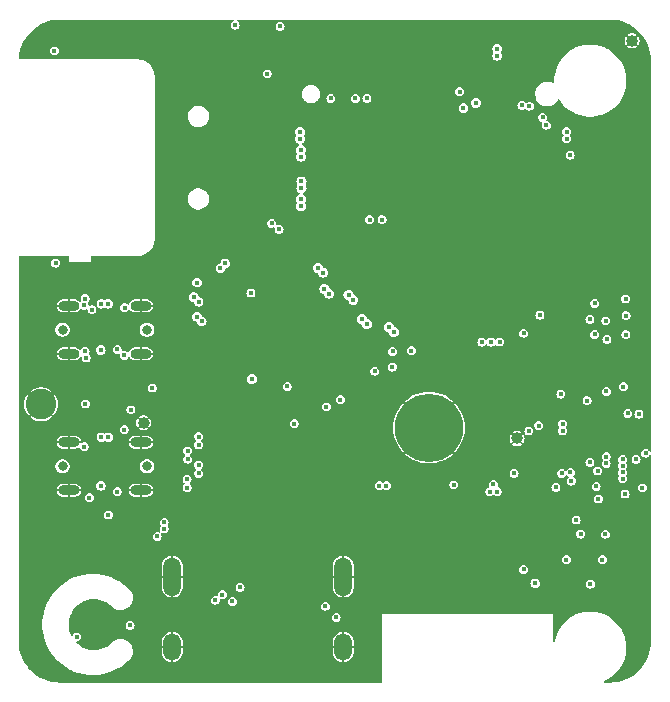
<source format=gbr>
%TF.GenerationSoftware,KiCad,Pcbnew,8.0.7*%
%TF.CreationDate,2025-01-04T21:30:36+01:00*%
%TF.ProjectId,CM5_MINIMA_2,434d355f-4d49-44e4-994d-415f322e6b69,rev?*%
%TF.SameCoordinates,Original*%
%TF.FileFunction,Copper,L5,Inr*%
%TF.FilePolarity,Positive*%
%FSLAX46Y46*%
G04 Gerber Fmt 4.6, Leading zero omitted, Abs format (unit mm)*
G04 Created by KiCad (PCBNEW 8.0.7) date 2025-01-04 21:30:36*
%MOMM*%
%LPD*%
G01*
G04 APERTURE LIST*
%TA.AperFunction,ComponentPad*%
%ADD10C,2.600000*%
%TD*%
%TA.AperFunction,ComponentPad*%
%ADD11O,1.800000X0.860000*%
%TD*%
%TA.AperFunction,ComponentPad*%
%ADD12C,0.800000*%
%TD*%
%TA.AperFunction,ComponentPad*%
%ADD13C,5.800000*%
%TD*%
%TA.AperFunction,ComponentPad*%
%ADD14C,1.000000*%
%TD*%
%TA.AperFunction,ComponentPad*%
%ADD15O,1.500000X3.300000*%
%TD*%
%TA.AperFunction,ComponentPad*%
%ADD16O,1.500000X2.300000*%
%TD*%
%TA.AperFunction,ViaPad*%
%ADD17C,0.450000*%
%TD*%
G04 APERTURE END LIST*
D10*
%TO.N,GND*%
%TO.C,H101*%
X2450000Y24100000D03*
%TD*%
D11*
%TO.N,GND*%
%TO.C,J101*%
X4800000Y32430000D03*
X4800000Y28370000D03*
X10900000Y32430000D03*
X10900000Y28370000D03*
D12*
%TO.N,*%
X4270000Y30400000D03*
X11430000Y30400000D03*
%TD*%
D13*
%TO.N,GND*%
%TO.C,J701*%
X35300000Y22125000D03*
%TD*%
D14*
%TO.N,GND*%
%TO.C,TP105*%
X11130000Y22530000D03*
%TD*%
D15*
%TO.N,GND*%
%TO.C,J501*%
X28050000Y9500000D03*
X13550000Y9500000D03*
D16*
X13550000Y3540000D03*
X28050000Y3540000D03*
%TD*%
D11*
%TO.N,GND*%
%TO.C,USB701*%
X4800000Y20880000D03*
X4800000Y16820000D03*
X10900000Y20880000D03*
X10900000Y16820000D03*
D12*
%TO.N,*%
X4270000Y18850000D03*
X11430000Y18850000D03*
%TD*%
D14*
%TO.N,GND*%
%TO.C,TP104*%
X52490000Y54890000D03*
%TD*%
%TO.N,GND*%
%TO.C,TP106*%
X42750000Y21200000D03*
%TD*%
D17*
%TO.N,GND*%
X16220000Y16690000D03*
X13080000Y25190000D03*
X13070000Y26410000D03*
X13060000Y28900000D03*
X13070000Y29760000D03*
X44370000Y54420000D03*
X43800000Y54420000D03*
X26250000Y54390000D03*
X16010000Y23095000D03*
X17730000Y16360000D03*
X16270000Y15580000D03*
X14690000Y15730000D03*
X13130000Y16800000D03*
X13160000Y17990000D03*
X51910000Y28630000D03*
X49010000Y21990000D03*
X17520000Y49560000D03*
X17310000Y11830000D03*
X24800000Y11940000D03*
X23300000Y8590000D03*
X23300000Y11950000D03*
X21800000Y11930000D03*
X20300000Y11950000D03*
X16890000Y8540000D03*
X19530000Y8050000D03*
X19260000Y7440000D03*
X17690000Y7050000D03*
%TO.N,/CM5/HDMI_PI.CEC*%
X19300000Y8600000D03*
%TO.N,GND*%
X16130000Y7460000D03*
%TO.N,/CM5/HDMI_PI.HOTPLUG*%
X17195816Y7506836D03*
%TO.N,/CM5/HDMI_PI.SCL*%
X18640000Y7420000D03*
%TO.N,/CM5/HDMI_PI.SDA*%
X17800000Y7970000D03*
%TO.N,Net-(D702-K)*%
X18890000Y56200000D03*
%TO.N,GND*%
X52340000Y15530000D03*
%TO.N,/CM5/nRPIBOOT*%
X51900000Y16510000D03*
%TO.N,+5V*%
X53630000Y19960000D03*
X53070000Y23270000D03*
%TO.N,GND*%
X29180000Y15800000D03*
X29140000Y13670000D03*
X30910000Y15470000D03*
X23462232Y21668615D03*
X24750000Y22860000D03*
X19530000Y26150000D03*
X9482596Y5805000D03*
X15310000Y33850000D03*
%TO.N,/CM5/PCIE_PI.PWR_EN*%
X20310000Y26230000D03*
X15659178Y34405000D03*
X44295000Y8935000D03*
%TO.N,GND*%
X37540000Y49360000D03*
%TO.N,/CM5/PCIE_PI.CLK_P*%
X41070000Y54188500D03*
%TO.N,/CM5/PCIE_PI.CLK_N*%
X41070000Y53611500D03*
%TO.N,/CM5/PCIE_PI.nRST*%
X38217788Y49178836D03*
%TO.N,GND*%
X30250000Y26440000D03*
X7850000Y24210000D03*
X32540000Y54420000D03*
X46860000Y39790000D03*
X7300000Y55200000D03*
X26680000Y32670000D03*
X49230000Y7980000D03*
X43490000Y50140000D03*
X25200000Y35630000D03*
X53687379Y16515183D03*
X8560500Y33180000D03*
X39940000Y49400000D03*
X7820000Y25370000D03*
X26507643Y34625511D03*
X10170000Y13820000D03*
X11100000Y17900000D03*
X49560000Y14290000D03*
X38915000Y29360000D03*
X24960000Y40440000D03*
X4650000Y19800000D03*
X25140000Y46120000D03*
X31050000Y5150000D03*
X33560000Y17370000D03*
X21470000Y41920000D03*
X28040000Y54360000D03*
X25140000Y44550000D03*
X49490000Y17790000D03*
X52120000Y26069998D03*
X29110000Y19320000D03*
X53507714Y19393035D03*
X29760000Y32040000D03*
X33050000Y28600000D03*
X29650000Y39420000D03*
X30940000Y13785000D03*
X45055000Y21570000D03*
X32260000Y6660000D03*
X51930000Y32370000D03*
X39770000Y16190000D03*
X32190000Y27860000D03*
X16250000Y21830000D03*
X21050000Y12790000D03*
X31050000Y900000D03*
X31900000Y40370000D03*
X23990000Y44520000D03*
X4510000Y33640000D03*
X29640000Y33020000D03*
X44350000Y6640000D03*
X29640000Y40360000D03*
X31230000Y30510000D03*
X47870000Y8650000D03*
X30810000Y40210000D03*
X52640000Y31350000D03*
X49070000Y33690000D03*
X46820000Y30670000D03*
X14150000Y13850000D03*
X30810000Y39410000D03*
X39490000Y10650000D03*
X23230000Y43980000D03*
X46460000Y35230000D03*
X44120000Y13310000D03*
X24050000Y12770000D03*
X24810000Y8590000D03*
X12420000Y32180000D03*
X43550000Y13690000D03*
X4600000Y31350000D03*
X10530000Y27500000D03*
X15340000Y16620000D03*
X48880000Y38110000D03*
X15160000Y21680000D03*
X49700000Y24900000D03*
X52400000Y29410000D03*
X41510000Y6630000D03*
X46090000Y47080000D03*
X16820000Y14380000D03*
X38050000Y17310000D03*
X25120000Y47640000D03*
X17900000Y36810000D03*
X24020000Y43500000D03*
X46670000Y24390000D03*
X32849147Y29674321D03*
X28590000Y34060000D03*
X2150000Y54550000D03*
X46250000Y6000000D03*
X25740000Y33810000D03*
X25790000Y6990000D03*
X28800000Y32150000D03*
X23990000Y47700000D03*
X30860000Y31010000D03*
X43330000Y16910000D03*
X28930000Y31190000D03*
X15910000Y26330000D03*
X49680000Y15330000D03*
X9100000Y9700000D03*
X21466457Y46110958D03*
X15980000Y30320000D03*
X7090000Y33130000D03*
X26320000Y23290000D03*
X25270000Y41920000D03*
X51025000Y37425000D03*
X48440000Y11020000D03*
X48920000Y36990000D03*
X22840000Y26090000D03*
X48750000Y23720000D03*
X18810000Y35900000D03*
X18309997Y56200000D03*
X7870000Y35430000D03*
X43780000Y12810000D03*
X21820000Y8630000D03*
X27590000Y33560000D03*
X9900000Y10000000D03*
X4600000Y29450000D03*
X49930000Y30110000D03*
X22310000Y55610000D03*
X4650000Y17900000D03*
X28420000Y24750000D03*
X17000000Y52200000D03*
X31050000Y3050000D03*
X14759937Y33283360D03*
X21110000Y26150000D03*
X13200000Y22800000D03*
X43790000Y16030000D03*
X33580000Y16770000D03*
X40560000Y55630000D03*
X35320000Y6695000D03*
X48930000Y28900000D03*
X47420000Y13210000D03*
X6650000Y3700000D03*
X46360000Y36740000D03*
X34145870Y29095594D03*
X24032256Y40398462D03*
X20710000Y33830000D03*
X11100000Y31350000D03*
X50430000Y46860000D03*
X31890000Y39440000D03*
X46280000Y46420000D03*
X37090000Y54520000D03*
X9200000Y11700000D03*
X6700000Y7000000D03*
X11100000Y19800000D03*
X6890000Y15560000D03*
X22320000Y39980000D03*
X13500000Y55000000D03*
X10960000Y15680000D03*
X50890000Y13100000D03*
X38423324Y50888908D03*
X45940000Y32170000D03*
X31420000Y27180000D03*
X11200000Y33800000D03*
X49020000Y32010000D03*
X25002189Y43369759D03*
X38540000Y6650000D03*
X28050000Y6600000D03*
X44500000Y31000000D03*
X53730000Y27840000D03*
X1800000Y35650000D03*
X38970000Y11700000D03*
X43120000Y29420000D03*
X33120000Y30350000D03*
X6816801Y21684179D03*
X26380000Y50550000D03*
X32010000Y31340000D03*
X16730000Y35350000D03*
X48923266Y19923266D03*
X39490000Y10030000D03*
X29970000Y30210000D03*
X29500000Y50820000D03*
X22210000Y52210000D03*
X8888938Y21691637D03*
X5650000Y6550000D03*
X42190000Y29410000D03*
X27090000Y35340000D03*
X45160000Y32100000D03*
X25940000Y36440000D03*
%TO.N,Net-(T401-SHIELD1)*%
X3675000Y36050000D03*
X3575000Y54025000D03*
%TO.N,/CM5/ETH_PI.TRD3_P*%
X24383749Y46574000D03*
%TO.N,/CM5/ETH_PI.TRD0_P*%
X24461583Y40886500D03*
%TO.N,/CM5/ETH_PI.TRD1_P*%
X24494787Y42386500D03*
%TO.N,/CM5/ETH_PI.TRD2_P*%
X24435825Y45074000D03*
%TO.N,/CM5/nLED_ACTIVITY*%
X52130000Y23330000D03*
%TO.N,/CM5/GPIO_VREF*%
X46040000Y17070000D03*
%TO.N,/CM5/EEPROM_nWP*%
X48920000Y31290000D03*
X51950000Y33020000D03*
%TO.N,/CM5/PI_nLED_PWR*%
X52830000Y19440000D03*
%TO.N,/CM5/nLED_SPEED_100_1000*%
X51980000Y31600000D03*
X21600000Y52080000D03*
%TO.N,/SCL*%
X48950000Y8870000D03*
X27440000Y6050000D03*
X48925000Y19175000D03*
%TO.N,/SDA*%
X50225000Y13100000D03*
X26530000Y7000000D03*
X49575000Y18450000D03*
X48130000Y13110000D03*
X49975000Y10950000D03*
%TO.N,M2_3V3*%
X40550000Y29360000D03*
X43170000Y49400000D03*
X46950000Y47175000D03*
X47250000Y45200000D03*
X30040000Y50005000D03*
X39770000Y29360000D03*
X41280000Y29370000D03*
X43300000Y10110000D03*
X26986178Y50005000D03*
X29060000Y50005000D03*
X37400000Y17280000D03*
X43800000Y49340000D03*
X45225000Y47725000D03*
X46950000Y46575000D03*
X44920000Y48380000D03*
%TO.N,Net-(D702-K)*%
X22690000Y56090000D03*
%TO.N,/CM5/CAM_GPIO0*%
X43750000Y21840000D03*
%TO.N,/CM5/PWR_BUT*%
X49450000Y17150000D03*
X53370000Y17025000D03*
%TO.N,/CM5/VBUS_EN*%
X20219615Y33520283D03*
X8150000Y14725000D03*
%TO.N,/CM5/PWM*%
X43300000Y30120000D03*
X50270000Y31160000D03*
%TO.N,/CM5/TACHO*%
X44685000Y31645000D03*
%TO.N,/CM5/CAM_GPIO1*%
X44590000Y22280000D03*
%TO.N,/USB_C.D_P*%
X7561500Y32608872D03*
X18050932Y36026382D03*
%TO.N,/CC2*%
X6764066Y32121560D03*
X47760000Y14300000D03*
%TO.N,/USB_C.D_N*%
X8138500Y32608872D03*
X7500000Y28700000D03*
X17642930Y35618380D03*
%TO.N,/CC1*%
X8900000Y28750000D03*
X49640000Y16080000D03*
%TO.N,+5V*%
X31690000Y17200000D03*
X12280000Y12910000D03*
X50300000Y19100000D03*
X12872500Y14100000D03*
X6175000Y28575000D03*
X51700000Y19450000D03*
X9525000Y32275000D03*
X6100000Y32475000D03*
X10060000Y23630000D03*
X51700000Y18900000D03*
X31100000Y17200000D03*
X51700000Y17800000D03*
X9500000Y28250000D03*
X40750000Y17310000D03*
X40445356Y16688826D03*
X6210000Y24130000D03*
X6275000Y28025000D03*
X6180000Y33050000D03*
X11870000Y25480000D03*
X51700000Y18350000D03*
X41070000Y16710000D03*
X50300000Y19675000D03*
X12872500Y13550000D03*
%TO.N,+3V3_PI*%
X46925000Y10950000D03*
X9990000Y5390000D03*
X46526815Y18258185D03*
X42500000Y18256371D03*
X47275000Y18325000D03*
X21975000Y39425000D03*
X5482109Y4410903D03*
X46600000Y22430000D03*
X23880000Y22450000D03*
X46600000Y21840000D03*
%TO.N,+1V8*%
X47360000Y17600000D03*
%TO.N,/CM5/ETH_nLED_ACTIVITY*%
X49325000Y32650000D03*
X22600000Y38900000D03*
%TO.N,/CM5/ETH_PI.TRD0_N*%
X24461583Y41463500D03*
%TO.N,/CM5/ETH_PI.TRD2_N*%
X24435825Y45651000D03*
%TO.N,/CM5/ETH_PI.TRD1_N*%
X24494787Y42963500D03*
%TO.N,/CM5/ETH_PI.TRD3_N*%
X24383749Y47151000D03*
%TO.N,VBUS_USB2.0*%
X6550000Y16200000D03*
X6100000Y20500000D03*
%TO.N,/USB/CC1*%
X8900000Y16700000D03*
X9490000Y21960000D03*
%TO.N,/CM5/USB2P.D_P*%
X7561500Y21300312D03*
%TO.N,/CM5/USB2P.D_N*%
X7500000Y17200000D03*
X8138500Y21300312D03*
%TO.N,/CM5/GPIO2*%
X30280000Y39720000D03*
%TO.N,/CM5/GPIO3*%
X31325000Y39740000D03*
%TO.N,/CM5/PCIE_PI.TX_N*%
X16054001Y31105999D03*
%TO.N,/CM5/PCIE_PI.nWAKE*%
X39271443Y49613161D03*
%TO.N,/CM5/PCIE_PI.nCLKREQ*%
X37880000Y50570000D03*
%TO.N,/CM5/PCIE_PI.RX_N*%
X15789286Y32771284D03*
%TO.N,/CM5/PCIE_PI.RX_P*%
X15381284Y33179286D03*
%TO.N,/CM5/PCIE_PI.TX_P*%
X15645999Y31514001D03*
%TO.N,/CM5/DPHY0_P.D0_P*%
X26314001Y35245999D03*
%TO.N,/CM5/DPHY0_P.C_P*%
X28894001Y32935999D03*
%TO.N,/CM5/DPHY0_P.D1_P*%
X26854001Y33465999D03*
%TO.N,/CM5/DPHY0_P.D2_P*%
X30034001Y30885999D03*
%TO.N,/CM5/DPHY0_P.D3_N*%
X31915999Y30614001D03*
%TO.N,/CM5/DPHY0_P.D3_P*%
X32324001Y30205999D03*
%TO.N,/CM5/DPHY0_P.D0_N*%
X25905999Y35654001D03*
%TO.N,/CM5/DPHY0_P.D2_N*%
X29625999Y31294001D03*
%TO.N,/CM5/DPHY0_P.C_N*%
X28485999Y33344001D03*
%TO.N,/CM5/DPHY0_P.D1_N*%
X26445999Y33874001D03*
%TO.N,/CM5/HDMI_PI.CK_P*%
X14818541Y17750000D03*
%TO.N,/CM5/HDMI_PI.CK_N*%
X14818541Y17050000D03*
%TO.N,/CM5/HDMI_PI.D0_N*%
X15800000Y18250000D03*
%TO.N,/CM5/HDMI_PI.D2_P*%
X15800000Y21350000D03*
%TO.N,/CM5/HDMI_PI.D0_P*%
X15800000Y18950000D03*
%TO.N,/CM5/HDMI_PI.D1_N*%
X14870414Y19450000D03*
%TO.N,/CM5/HDMI_PI.D1_P*%
X14870414Y20150000D03*
%TO.N,/CM5/HDMI_PI.D2_N*%
X15800000Y20650000D03*
%TO.N,/CM5/MOSI_GPIO20*%
X50360000Y29600000D03*
X32210000Y28570000D03*
%TO.N,/CM5/MISO_GPIO19*%
X49310000Y30010000D03*
X33800000Y28630000D03*
%TO.N,/CM5/SCLK_GPIO21*%
X32200000Y27250000D03*
X51975000Y30000000D03*
%TO.N,/CM5/BL_GPIO18*%
X50310000Y25200000D03*
X23290000Y25620000D03*
%TO.N,/CM5/RST_GPIO27*%
X27790000Y24490000D03*
X46460000Y24960000D03*
%TO.N,/CM5/DC_GPI25*%
X26610000Y23880000D03*
X48680000Y24410000D03*
%TO.N,/CM5/CS_GPIO24*%
X30700000Y26900000D03*
X51760000Y25590000D03*
%TD*%
%TA.AperFunction,Conductor*%
%TO.N,GND*%
G36*
X18728429Y56647826D02*
G01*
X18750103Y56595500D01*
X18728429Y56543174D01*
X18709699Y56529567D01*
X18671640Y56510175D01*
X18666533Y56507572D01*
X18582428Y56423467D01*
X18528426Y56317484D01*
X18528426Y56317483D01*
X18509819Y56200000D01*
X18528426Y56082518D01*
X18528426Y56082517D01*
X18530952Y56077560D01*
X18582427Y55976535D01*
X18666535Y55892427D01*
X18772518Y55838426D01*
X18890000Y55819819D01*
X19007482Y55838426D01*
X19113465Y55892427D01*
X19197573Y55976535D01*
X19251574Y56082518D01*
X19252759Y56090000D01*
X22309819Y56090000D01*
X22328426Y55972518D01*
X22328426Y55972517D01*
X22355941Y55918516D01*
X22382427Y55866535D01*
X22466535Y55782427D01*
X22572518Y55728426D01*
X22690000Y55709819D01*
X22807482Y55728426D01*
X22913465Y55782427D01*
X22997573Y55866535D01*
X23051574Y55972518D01*
X23070181Y56090000D01*
X23051574Y56207482D01*
X22997573Y56313465D01*
X22913465Y56397573D01*
X22861484Y56424059D01*
X22807483Y56451574D01*
X22690000Y56470181D01*
X22572517Y56451574D01*
X22572516Y56451574D01*
X22466533Y56397572D01*
X22382428Y56313467D01*
X22328426Y56207484D01*
X22328426Y56207483D01*
X22309819Y56090000D01*
X19252759Y56090000D01*
X19270181Y56200000D01*
X19251574Y56317482D01*
X19197573Y56423465D01*
X19113465Y56507573D01*
X19070300Y56529567D01*
X19033519Y56572633D01*
X19037963Y56629096D01*
X19081030Y56665878D01*
X19103897Y56669500D01*
X50535680Y56669500D01*
X50535684Y56669499D01*
X50599757Y56669500D01*
X50603387Y56669411D01*
X50622963Y56668450D01*
X50940973Y56652829D01*
X50948173Y56652120D01*
X51280709Y56602795D01*
X51287824Y56601379D01*
X51613922Y56519698D01*
X51620836Y56517601D01*
X51937358Y56404349D01*
X51944066Y56401570D01*
X52121855Y56317484D01*
X52247958Y56257843D01*
X52254335Y56254435D01*
X52542690Y56081604D01*
X52548722Y56077573D01*
X52818727Y55877326D01*
X52824341Y55872719D01*
X53073423Y55646966D01*
X53078550Y55641839D01*
X53304307Y55392756D01*
X53308907Y55387151D01*
X53509154Y55117149D01*
X53513189Y55111111D01*
X53686013Y54822773D01*
X53689436Y54816368D01*
X53833159Y54512493D01*
X53835938Y54505784D01*
X53949186Y54189278D01*
X53951294Y54182329D01*
X54032974Y53856250D01*
X54034391Y53849127D01*
X54083715Y53516611D01*
X54084427Y53509384D01*
X54100984Y53172362D01*
X54101073Y53168731D01*
X54101073Y20170810D01*
X54079399Y20118484D01*
X54027073Y20096810D01*
X53974747Y20118484D01*
X53961139Y20137214D01*
X53937573Y20183465D01*
X53853465Y20267573D01*
X53801484Y20294059D01*
X53747483Y20321574D01*
X53630000Y20340181D01*
X53512517Y20321574D01*
X53512516Y20321574D01*
X53406533Y20267572D01*
X53322428Y20183467D01*
X53268426Y20077484D01*
X53268426Y20077483D01*
X53249819Y19960000D01*
X53268426Y19842518D01*
X53268426Y19842517D01*
X53268472Y19842427D01*
X53322427Y19736535D01*
X53406535Y19652427D01*
X53512518Y19598426D01*
X53630000Y19579819D01*
X53747482Y19598426D01*
X53853465Y19652427D01*
X53937573Y19736535D01*
X53961139Y19782787D01*
X54004206Y19819569D01*
X54060668Y19815125D01*
X54097451Y19772058D01*
X54101073Y19749191D01*
X54101073Y4031820D01*
X54100984Y4028189D01*
X54084400Y3690619D01*
X54083688Y3683392D01*
X54034363Y3350877D01*
X54032946Y3343755D01*
X53951270Y3017682D01*
X53949162Y3010732D01*
X53835913Y2694227D01*
X53833134Y2687518D01*
X53689412Y2383645D01*
X53685989Y2377240D01*
X53513167Y2088905D01*
X53509132Y2082867D01*
X53308890Y1812873D01*
X53304283Y1807259D01*
X53078529Y1558180D01*
X53073394Y1553046D01*
X52824334Y1327312D01*
X52818720Y1322704D01*
X52548702Y1122447D01*
X52542664Y1118413D01*
X52254344Y945602D01*
X52247940Y942179D01*
X51944057Y798456D01*
X51937348Y795677D01*
X51620849Y682433D01*
X51613899Y680325D01*
X51287821Y598648D01*
X51280698Y597231D01*
X50948185Y547910D01*
X50940958Y547198D01*
X50602840Y530590D01*
X50599210Y530501D01*
X50531155Y530501D01*
X50531139Y530500D01*
X50135321Y530500D01*
X50082995Y552174D01*
X50061321Y604500D01*
X50082995Y656826D01*
X50110881Y674347D01*
X50119208Y677261D01*
X50119212Y677264D01*
X50119215Y677264D01*
X50427910Y825924D01*
X50718018Y1008211D01*
X50985893Y1221834D01*
X51228166Y1464107D01*
X51441789Y1731982D01*
X51624076Y2022090D01*
X51772736Y2330785D01*
X51772736Y2330788D01*
X51772739Y2330792D01*
X51853177Y2560675D01*
X51885897Y2654183D01*
X51962139Y2988217D01*
X52000500Y3328688D01*
X52000500Y3671312D01*
X51962139Y4011783D01*
X51913445Y4225124D01*
X51885898Y4345813D01*
X51885892Y4345831D01*
X51772739Y4669209D01*
X51723968Y4770483D01*
X51624076Y4977910D01*
X51441789Y5268018D01*
X51228166Y5535893D01*
X50985893Y5778166D01*
X50718018Y5991789D01*
X50427910Y6174076D01*
X50427908Y6174077D01*
X50119208Y6322740D01*
X49795830Y6435893D01*
X49795812Y6435899D01*
X49461786Y6512139D01*
X49315866Y6528580D01*
X49121312Y6550500D01*
X48778688Y6550500D01*
X48608452Y6531320D01*
X48438213Y6512139D01*
X48104187Y6435899D01*
X48104169Y6435893D01*
X47780791Y6322740D01*
X47472091Y6174077D01*
X47181981Y5991789D01*
X46914103Y5778163D01*
X46671837Y5535897D01*
X46458211Y5268019D01*
X46275923Y4977909D01*
X46127260Y4669209D01*
X46014107Y4345831D01*
X46014101Y4345813D01*
X45946145Y4048077D01*
X45913370Y4001886D01*
X45857533Y3992399D01*
X45811342Y4025174D01*
X45800000Y4064544D01*
X45800000Y6350000D01*
X31350000Y6350000D01*
X31350000Y604500D01*
X31328326Y552174D01*
X31276000Y530500D01*
X4051819Y530500D01*
X4048188Y530589D01*
X3710617Y547173D01*
X3703390Y547885D01*
X3370873Y597210D01*
X3363751Y598627D01*
X3051191Y676919D01*
X3037677Y680304D01*
X3030728Y682411D01*
X2714221Y795660D01*
X2707512Y798439D01*
X2403637Y942161D01*
X2397232Y945584D01*
X2108896Y1118406D01*
X2102858Y1122441D01*
X1832857Y1322688D01*
X1827244Y1327295D01*
X1578173Y1553039D01*
X1573038Y1558174D01*
X1526447Y1609579D01*
X1347294Y1807245D01*
X1342687Y1812858D01*
X1142440Y2082859D01*
X1138405Y2088897D01*
X1119999Y2119606D01*
X965579Y2377241D01*
X962160Y2383638D01*
X952164Y2404772D01*
X818436Y2687518D01*
X815659Y2694222D01*
X805302Y2723168D01*
X702406Y3010742D01*
X700306Y3017665D01*
X618625Y3343755D01*
X617209Y3350874D01*
X610082Y3398922D01*
X567882Y3683406D01*
X567173Y3690604D01*
X550588Y4028202D01*
X550500Y4031824D01*
X551482Y5657486D01*
X2564869Y5657486D01*
X2564869Y5248693D01*
X2603780Y4841770D01*
X2603782Y4841753D01*
X2665929Y4519738D01*
X2681246Y4440376D01*
X2783270Y4093402D01*
X2796567Y4048179D01*
X2948687Y3668758D01*
X2948692Y3668749D01*
X3136225Y3305546D01*
X3136229Y3305539D01*
X3136235Y3305528D01*
X3254304Y3122114D01*
X3321529Y3017682D01*
X3357503Y2961799D01*
X3610483Y2640691D01*
X3881160Y2357384D01*
X3892887Y2345110D01*
X3892890Y2345108D01*
X4202115Y2077774D01*
X4202119Y2077771D01*
X4202123Y2077768D01*
X4535411Y1841065D01*
X4724953Y1731982D01*
X4889719Y1637157D01*
X5063348Y1558180D01*
X5261820Y1467902D01*
X5261825Y1467901D01*
X5261828Y1467899D01*
X5648330Y1334836D01*
X5648345Y1334831D01*
X6045780Y1239153D01*
X6450519Y1181738D01*
X6858884Y1163107D01*
X7267169Y1183429D01*
X7671665Y1242520D01*
X8068701Y1339843D01*
X8454672Y1474514D01*
X8826072Y1645311D01*
X9179529Y1850682D01*
X9511834Y2088764D01*
X9819969Y2357393D01*
X9914912Y2457583D01*
X9925178Y2466182D01*
X9927558Y2468242D01*
X9927563Y2468244D01*
X9965274Y2510673D01*
X9966861Y2512401D01*
X10005884Y2553584D01*
X10005886Y2553590D01*
X10007909Y2556377D01*
X10015398Y2567060D01*
X10035024Y2589148D01*
X10133825Y2753464D01*
X10200669Y2933167D01*
X10233268Y3122108D01*
X10230506Y3313821D01*
X10192478Y3501745D01*
X10163919Y3572238D01*
X10120488Y3679443D01*
X10120486Y3679448D01*
X10016993Y3840850D01*
X9918158Y3945792D01*
X9885546Y3980420D01*
X9885543Y3980422D01*
X9885540Y3980426D01*
X9822127Y4026672D01*
X12670000Y4026672D01*
X12670000Y3618500D01*
X13100000Y3618500D01*
X13100000Y3461500D01*
X12670000Y3461500D01*
X12670000Y3053329D01*
X12703816Y2883320D01*
X12703818Y2883313D01*
X12770152Y2723168D01*
X12866458Y2579034D01*
X12989033Y2456459D01*
X13133167Y2360153D01*
X13293312Y2293819D01*
X13293319Y2293817D01*
X13463329Y2260000D01*
X13471500Y2260000D01*
X13471500Y2695160D01*
X13490756Y2690000D01*
X13609244Y2690000D01*
X13628500Y2695160D01*
X13628500Y2260000D01*
X13636671Y2260000D01*
X13806680Y2293817D01*
X13806687Y2293819D01*
X13966832Y2360153D01*
X14110966Y2456459D01*
X14110968Y2456460D01*
X14233540Y2579032D01*
X14233541Y2579034D01*
X14329847Y2723168D01*
X14396181Y2883313D01*
X14396183Y2883320D01*
X14430000Y3053329D01*
X14430000Y3461500D01*
X14000000Y3461500D01*
X14000000Y3618500D01*
X14430000Y3618500D01*
X14430000Y4026672D01*
X27170000Y4026672D01*
X27170000Y3618500D01*
X27600000Y3618500D01*
X27600000Y3461500D01*
X27170000Y3461500D01*
X27170000Y3053329D01*
X27203816Y2883320D01*
X27203818Y2883313D01*
X27270152Y2723168D01*
X27366458Y2579034D01*
X27489033Y2456459D01*
X27633167Y2360153D01*
X27793312Y2293819D01*
X27793319Y2293817D01*
X27963329Y2260000D01*
X27971500Y2260000D01*
X27971500Y2695160D01*
X27990756Y2690000D01*
X28109244Y2690000D01*
X28128500Y2695160D01*
X28128500Y2260000D01*
X28136671Y2260000D01*
X28306680Y2293817D01*
X28306687Y2293819D01*
X28466832Y2360153D01*
X28610966Y2456459D01*
X28610968Y2456460D01*
X28733540Y2579032D01*
X28733541Y2579034D01*
X28829847Y2723168D01*
X28896181Y2883313D01*
X28896183Y2883320D01*
X28930000Y3053329D01*
X28930000Y3461500D01*
X28500000Y3461500D01*
X28500000Y3618500D01*
X28930000Y3618500D01*
X28930000Y4026672D01*
X28896183Y4196681D01*
X28896181Y4196688D01*
X28829847Y4356833D01*
X28733541Y4500967D01*
X28610966Y4623542D01*
X28466832Y4719848D01*
X28306687Y4786182D01*
X28306680Y4786184D01*
X28136671Y4820000D01*
X28128500Y4820000D01*
X28128500Y4384841D01*
X28109244Y4390000D01*
X27990756Y4390000D01*
X27971500Y4384841D01*
X27971500Y4820000D01*
X27963329Y4820000D01*
X27793319Y4786184D01*
X27793312Y4786182D01*
X27633167Y4719848D01*
X27489033Y4623542D01*
X27489032Y4623540D01*
X27366460Y4500968D01*
X27366458Y4500967D01*
X27270152Y4356833D01*
X27203818Y4196688D01*
X27203816Y4196681D01*
X27170000Y4026672D01*
X14430000Y4026672D01*
X14396183Y4196681D01*
X14396181Y4196688D01*
X14329847Y4356833D01*
X14233541Y4500967D01*
X14110966Y4623542D01*
X13966832Y4719848D01*
X13806687Y4786182D01*
X13806680Y4786184D01*
X13636671Y4820000D01*
X13628500Y4820000D01*
X13628500Y4384841D01*
X13609244Y4390000D01*
X13490756Y4390000D01*
X13471500Y4384841D01*
X13471500Y4820000D01*
X13463329Y4820000D01*
X13293319Y4786184D01*
X13293312Y4786182D01*
X13133167Y4719848D01*
X12989033Y4623542D01*
X12989032Y4623540D01*
X12866460Y4500968D01*
X12866458Y4500967D01*
X12770152Y4356833D01*
X12703818Y4196688D01*
X12703816Y4196681D01*
X12670000Y4026672D01*
X9822127Y4026672D01*
X9820047Y4028189D01*
X9730629Y4093400D01*
X9730625Y4093402D01*
X9557558Y4175907D01*
X9557555Y4175908D01*
X9372247Y4225124D01*
X9181044Y4239364D01*
X9181042Y4239364D01*
X9181040Y4239364D01*
X9181035Y4239364D01*
X8990497Y4218142D01*
X8990486Y4218140D01*
X8807103Y4162180D01*
X8807102Y4162179D01*
X8637168Y4073401D01*
X8486486Y3954832D01*
X8446150Y3908758D01*
X8438435Y3901150D01*
X8235448Y3728388D01*
X8227497Y3722490D01*
X7993729Y3572238D01*
X7985062Y3567455D01*
X7733339Y3449755D01*
X7724111Y3446171D01*
X7458925Y3363122D01*
X7449301Y3360802D01*
X7175407Y3313893D01*
X7165559Y3312878D01*
X6887848Y3302949D01*
X6877954Y3303258D01*
X6601408Y3330484D01*
X6591642Y3332111D01*
X6321207Y3396007D01*
X6311747Y3398922D01*
X6052250Y3498347D01*
X6043263Y3502500D01*
X5799369Y3635667D01*
X5791021Y3640979D01*
X5567082Y3805510D01*
X5559514Y3811892D01*
X5460648Y3907286D01*
X5438042Y3959217D01*
X5458777Y4011921D01*
X5500452Y4033628D01*
X5599591Y4049329D01*
X5705574Y4103330D01*
X5789682Y4187438D01*
X5843683Y4293421D01*
X5862290Y4410903D01*
X5843683Y4528385D01*
X5789682Y4634368D01*
X5705574Y4718476D01*
X5641363Y4751193D01*
X5599592Y4772477D01*
X5482109Y4791084D01*
X5364626Y4772477D01*
X5364625Y4772477D01*
X5258642Y4718475D01*
X5174536Y4634369D01*
X5132605Y4552076D01*
X5089537Y4515293D01*
X5033075Y4519738D01*
X4998560Y4556744D01*
X4919944Y4741843D01*
X4916692Y4751193D01*
X4843173Y5019172D01*
X4841198Y5028872D01*
X4833985Y5082427D01*
X4804103Y5304288D01*
X4803442Y5314139D01*
X4803442Y5390000D01*
X9609819Y5390000D01*
X9628426Y5272518D01*
X9628426Y5272517D01*
X9640565Y5248693D01*
X9682427Y5166535D01*
X9766535Y5082427D01*
X9872518Y5028426D01*
X9990000Y5009819D01*
X10107482Y5028426D01*
X10213465Y5082427D01*
X10297573Y5166535D01*
X10351574Y5272518D01*
X10370181Y5390000D01*
X10351574Y5507482D01*
X10297573Y5613465D01*
X10213465Y5697573D01*
X10161484Y5724059D01*
X10107483Y5751574D01*
X9990000Y5770181D01*
X9872517Y5751574D01*
X9872516Y5751574D01*
X9766533Y5697572D01*
X9682428Y5613467D01*
X9628426Y5507484D01*
X9628426Y5507483D01*
X9609819Y5390000D01*
X4803442Y5390000D01*
X4803442Y5592035D01*
X4804104Y5601911D01*
X4813250Y5669820D01*
X4841194Y5877316D01*
X4843169Y5887014D01*
X4855653Y5932517D01*
X4887883Y6050000D01*
X27059819Y6050000D01*
X27078426Y5932518D01*
X27078426Y5932517D01*
X27105941Y5878516D01*
X27132427Y5826535D01*
X27216535Y5742427D01*
X27322518Y5688426D01*
X27440000Y5669819D01*
X27557482Y5688426D01*
X27663465Y5742427D01*
X27747573Y5826535D01*
X27801574Y5932518D01*
X27820181Y6050000D01*
X27801574Y6167482D01*
X27747573Y6273465D01*
X27663465Y6357573D01*
X27611484Y6384059D01*
X27557483Y6411574D01*
X27440000Y6430181D01*
X27322517Y6411574D01*
X27322516Y6411574D01*
X27216533Y6357572D01*
X27132428Y6273467D01*
X27078426Y6167484D01*
X27078426Y6167483D01*
X27059819Y6050000D01*
X4887883Y6050000D01*
X4916688Y6154998D01*
X4919934Y6164332D01*
X5028578Y6420138D01*
X5033032Y6428935D01*
X5174848Y6667950D01*
X5180437Y6676076D01*
X5352884Y6894017D01*
X5359513Y6901331D01*
X5559503Y7094300D01*
X5567060Y7100673D01*
X5791011Y7265216D01*
X5799345Y7270520D01*
X6043264Y7403703D01*
X6052234Y7407847D01*
X6311728Y7507274D01*
X6321181Y7510188D01*
X6591643Y7574090D01*
X6601375Y7575712D01*
X6877942Y7602944D01*
X6887830Y7603252D01*
X7165557Y7593323D01*
X7175380Y7592311D01*
X7449295Y7545402D01*
X7458903Y7543085D01*
X7724107Y7460032D01*
X7733315Y7456456D01*
X7985058Y7338749D01*
X7993707Y7333976D01*
X8227487Y7183720D01*
X8235427Y7177830D01*
X8306334Y7117483D01*
X8438423Y7005063D01*
X8446141Y6997452D01*
X8486464Y6951389D01*
X8637135Y6832822D01*
X8637141Y6832818D01*
X8744866Y6776535D01*
X8807078Y6744031D01*
X8913497Y6711555D01*
X8990462Y6688066D01*
X8990464Y6688066D01*
X8990466Y6688065D01*
X9181024Y6666837D01*
X9372232Y6681074D01*
X9557546Y6730288D01*
X9730623Y6812796D01*
X9885540Y6925774D01*
X9955446Y7000000D01*
X26149819Y7000000D01*
X26168426Y6882518D01*
X26168426Y6882517D01*
X26193747Y6832822D01*
X26222427Y6776535D01*
X26306535Y6692427D01*
X26412518Y6638426D01*
X26530000Y6619819D01*
X26647482Y6638426D01*
X26753465Y6692427D01*
X26837573Y6776535D01*
X26891574Y6882518D01*
X26910181Y7000000D01*
X26891574Y7117482D01*
X26837573Y7223465D01*
X26753465Y7307573D01*
X26692269Y7338754D01*
X26647483Y7361574D01*
X26530000Y7380181D01*
X26412517Y7361574D01*
X26412516Y7361574D01*
X26306533Y7307572D01*
X26222428Y7223467D01*
X26168426Y7117484D01*
X26168426Y7117483D01*
X26149819Y7000000D01*
X9955446Y7000000D01*
X10016996Y7065354D01*
X10120490Y7226761D01*
X10192482Y7404469D01*
X10213195Y7506836D01*
X16815635Y7506836D01*
X16834242Y7389354D01*
X16834242Y7389353D01*
X16861757Y7335352D01*
X16888243Y7283371D01*
X16972351Y7199263D01*
X17078334Y7145262D01*
X17195816Y7126655D01*
X17313298Y7145262D01*
X17419281Y7199263D01*
X17503389Y7283371D01*
X17557390Y7389354D01*
X17562244Y7420000D01*
X18259819Y7420000D01*
X18278426Y7302518D01*
X18278426Y7302517D01*
X18288182Y7283371D01*
X18332427Y7196535D01*
X18416535Y7112427D01*
X18522518Y7058426D01*
X18640000Y7039819D01*
X18757482Y7058426D01*
X18863465Y7112427D01*
X18947573Y7196535D01*
X19001574Y7302518D01*
X19020181Y7420000D01*
X19001574Y7537482D01*
X18947573Y7643465D01*
X18863465Y7727573D01*
X18811484Y7754059D01*
X18757483Y7781574D01*
X18640000Y7800181D01*
X18522517Y7781574D01*
X18522516Y7781574D01*
X18416533Y7727572D01*
X18332428Y7643467D01*
X18278426Y7537484D01*
X18278426Y7537483D01*
X18259819Y7420000D01*
X17562244Y7420000D01*
X17575997Y7506836D01*
X17571862Y7532940D01*
X17585083Y7588010D01*
X17633373Y7617604D01*
X17678547Y7610450D01*
X17682518Y7608426D01*
X17800000Y7589819D01*
X17917482Y7608426D01*
X18023465Y7662427D01*
X18107573Y7746535D01*
X18161574Y7852518D01*
X18180181Y7970000D01*
X18161574Y8087482D01*
X18107573Y8193465D01*
X18023465Y8277573D01*
X17971484Y8304059D01*
X17917483Y8331574D01*
X17800000Y8350181D01*
X17682517Y8331574D01*
X17682516Y8331574D01*
X17576533Y8277572D01*
X17492428Y8193467D01*
X17438426Y8087484D01*
X17438426Y8087483D01*
X17419819Y7970000D01*
X17423953Y7943898D01*
X17410731Y7888826D01*
X17362440Y7859233D01*
X17317270Y7866387D01*
X17313300Y7868410D01*
X17195816Y7887017D01*
X17078333Y7868410D01*
X17078332Y7868410D01*
X16972349Y7814408D01*
X16888244Y7730303D01*
X16834242Y7624320D01*
X16834242Y7624319D01*
X16815635Y7506836D01*
X10213195Y7506836D01*
X10230508Y7592398D01*
X10232830Y7753819D01*
X10233266Y7784108D01*
X10233265Y7784109D01*
X10233266Y7784116D01*
X10200661Y7973060D01*
X10133810Y8152766D01*
X10035001Y8317083D01*
X10022126Y8331574D01*
X10015433Y8339107D01*
X10007564Y8350327D01*
X10005884Y8352643D01*
X10005883Y8352646D01*
X10005880Y8352649D01*
X10005878Y8352652D01*
X9966851Y8393839D01*
X9965281Y8395549D01*
X9927548Y8437997D01*
X9927547Y8437998D01*
X9927545Y8438000D01*
X9925606Y8439678D01*
X9914834Y8448700D01*
X9819953Y8548823D01*
X9805919Y8561058D01*
X9511821Y8817447D01*
X9511818Y8817449D01*
X9511816Y8817451D01*
X9179509Y9055530D01*
X9179501Y9055536D01*
X8826054Y9260898D01*
X8826051Y9260900D01*
X8641965Y9345555D01*
X8454649Y9431696D01*
X8068680Y9566364D01*
X7671643Y9663684D01*
X7267150Y9722773D01*
X7063003Y9732933D01*
X6858861Y9743093D01*
X6858858Y9743093D01*
X6858857Y9743093D01*
X6450498Y9724461D01*
X6045773Y9667046D01*
X6045764Y9667044D01*
X6045758Y9667043D01*
X5883840Y9628063D01*
X5648311Y9571361D01*
X5261807Y9438293D01*
X5261796Y9438288D01*
X4889699Y9269033D01*
X4535386Y9065119D01*
X4202107Y8828421D01*
X3892853Y8561058D01*
X3892848Y8561054D01*
X3610478Y8265504D01*
X3610475Y8265501D01*
X3357486Y7944379D01*
X3192024Y7687337D01*
X3136223Y7600652D01*
X3087783Y7506835D01*
X2948679Y7237425D01*
X2948673Y7237413D01*
X2796563Y6858009D01*
X2796558Y6857995D01*
X2681239Y6465794D01*
X2603777Y6064418D01*
X2603776Y6064416D01*
X2564869Y5657486D01*
X551482Y5657486D01*
X554397Y10486672D01*
X12670000Y10486672D01*
X12670000Y9578500D01*
X13100000Y9578500D01*
X13100000Y9421500D01*
X12670000Y9421500D01*
X12670000Y8513329D01*
X12703816Y8343320D01*
X12703818Y8343313D01*
X12770152Y8183168D01*
X12866458Y8039034D01*
X12989033Y7916459D01*
X13133167Y7820153D01*
X13293312Y7753819D01*
X13293319Y7753817D01*
X13463329Y7720000D01*
X13471500Y7720000D01*
X13471500Y8155160D01*
X13490756Y8150000D01*
X13609244Y8150000D01*
X13628500Y8155160D01*
X13628500Y7720000D01*
X13636671Y7720000D01*
X13806680Y7753817D01*
X13806687Y7753819D01*
X13966832Y7820153D01*
X14110966Y7916459D01*
X14110968Y7916460D01*
X14233540Y8039032D01*
X14233541Y8039034D01*
X14329847Y8183168D01*
X14396181Y8343313D01*
X14396183Y8343320D01*
X14430000Y8513329D01*
X14430000Y8600000D01*
X18919819Y8600000D01*
X18938426Y8482518D01*
X18938426Y8482517D01*
X18965941Y8428516D01*
X18992427Y8376535D01*
X19076535Y8292427D01*
X19182518Y8238426D01*
X19300000Y8219819D01*
X19417482Y8238426D01*
X19523465Y8292427D01*
X19607573Y8376535D01*
X19661574Y8482518D01*
X19680181Y8600000D01*
X19661574Y8717482D01*
X19607573Y8823465D01*
X19523465Y8907573D01*
X19469636Y8935000D01*
X19417483Y8961574D01*
X19300000Y8980181D01*
X19182517Y8961574D01*
X19182516Y8961574D01*
X19076533Y8907572D01*
X18992428Y8823467D01*
X18938426Y8717484D01*
X18938426Y8717483D01*
X18919819Y8600000D01*
X14430000Y8600000D01*
X14430000Y9421500D01*
X14000000Y9421500D01*
X14000000Y9578500D01*
X14430000Y9578500D01*
X14430000Y10486672D01*
X27170000Y10486672D01*
X27170000Y9578500D01*
X27600000Y9578500D01*
X27600000Y9421500D01*
X27170000Y9421500D01*
X27170000Y8513329D01*
X27203816Y8343320D01*
X27203818Y8343313D01*
X27270152Y8183168D01*
X27366458Y8039034D01*
X27489033Y7916459D01*
X27633167Y7820153D01*
X27793312Y7753819D01*
X27793319Y7753817D01*
X27963329Y7720000D01*
X27971500Y7720000D01*
X27971500Y8155160D01*
X27990756Y8150000D01*
X28109244Y8150000D01*
X28128500Y8155160D01*
X28128500Y7720000D01*
X28136671Y7720000D01*
X28306680Y7753817D01*
X28306687Y7753819D01*
X28466832Y7820153D01*
X28610966Y7916459D01*
X28610968Y7916460D01*
X28733540Y8039032D01*
X28733541Y8039034D01*
X28829847Y8183168D01*
X28896181Y8343313D01*
X28896183Y8343320D01*
X28930000Y8513329D01*
X28930000Y8935000D01*
X43884445Y8935000D01*
X43904539Y8808132D01*
X43904540Y8808127D01*
X43962852Y8693684D01*
X44053683Y8602853D01*
X44168126Y8544541D01*
X44168129Y8544541D01*
X44168132Y8544539D01*
X44295000Y8524445D01*
X44421868Y8544539D01*
X44421871Y8544541D01*
X44421873Y8544541D01*
X44536316Y8602853D01*
X44536315Y8602853D01*
X44536318Y8602854D01*
X44627146Y8693682D01*
X44639274Y8717484D01*
X44685459Y8808127D01*
X44685459Y8808129D01*
X44685461Y8808132D01*
X44695260Y8870000D01*
X48569819Y8870000D01*
X48588426Y8752518D01*
X48588426Y8752517D01*
X48598672Y8732409D01*
X48642427Y8646535D01*
X48726535Y8562427D01*
X48832518Y8508426D01*
X48950000Y8489819D01*
X49067482Y8508426D01*
X49173465Y8562427D01*
X49257573Y8646535D01*
X49311574Y8752518D01*
X49330181Y8870000D01*
X49311574Y8987482D01*
X49257573Y9093465D01*
X49173465Y9177573D01*
X49121484Y9204059D01*
X49067483Y9231574D01*
X48950000Y9250181D01*
X48832517Y9231574D01*
X48832516Y9231574D01*
X48726533Y9177572D01*
X48642428Y9093467D01*
X48588426Y8987484D01*
X48588426Y8987483D01*
X48569819Y8870000D01*
X44695260Y8870000D01*
X44705555Y8935000D01*
X44685461Y9061868D01*
X44685459Y9061871D01*
X44685459Y9061874D01*
X44627147Y9176317D01*
X44536316Y9267148D01*
X44421873Y9325460D01*
X44421868Y9325461D01*
X44295000Y9345555D01*
X44168131Y9325461D01*
X44168126Y9325460D01*
X44053683Y9267148D01*
X43962852Y9176317D01*
X43904540Y9061874D01*
X43904539Y9061869D01*
X43884445Y8935000D01*
X28930000Y8935000D01*
X28930000Y9421500D01*
X28500000Y9421500D01*
X28500000Y9578500D01*
X28930000Y9578500D01*
X28930000Y10110000D01*
X42919819Y10110000D01*
X42938426Y9992518D01*
X42938426Y9992517D01*
X42965941Y9938516D01*
X42992427Y9886535D01*
X43076535Y9802427D01*
X43182518Y9748426D01*
X43300000Y9729819D01*
X43417482Y9748426D01*
X43523465Y9802427D01*
X43607573Y9886535D01*
X43661574Y9992518D01*
X43680181Y10110000D01*
X43661574Y10227482D01*
X43607573Y10333465D01*
X43523465Y10417573D01*
X43471484Y10444059D01*
X43417483Y10471574D01*
X43300000Y10490181D01*
X43182517Y10471574D01*
X43182516Y10471574D01*
X43076533Y10417572D01*
X42992428Y10333467D01*
X42938426Y10227484D01*
X42938426Y10227483D01*
X42919819Y10110000D01*
X28930000Y10110000D01*
X28930000Y10486672D01*
X28896183Y10656681D01*
X28896181Y10656688D01*
X28829847Y10816833D01*
X28740869Y10950000D01*
X46544819Y10950000D01*
X46563426Y10832518D01*
X46563426Y10832517D01*
X46570144Y10819333D01*
X46617427Y10726535D01*
X46701535Y10642427D01*
X46807518Y10588426D01*
X46925000Y10569819D01*
X47042482Y10588426D01*
X47148465Y10642427D01*
X47232573Y10726535D01*
X47286574Y10832518D01*
X47305181Y10950000D01*
X49594819Y10950000D01*
X49613426Y10832518D01*
X49613426Y10832517D01*
X49620144Y10819333D01*
X49667427Y10726535D01*
X49751535Y10642427D01*
X49857518Y10588426D01*
X49975000Y10569819D01*
X50092482Y10588426D01*
X50198465Y10642427D01*
X50282573Y10726535D01*
X50336574Y10832518D01*
X50355181Y10950000D01*
X50336574Y11067482D01*
X50282573Y11173465D01*
X50198465Y11257573D01*
X50146484Y11284059D01*
X50092483Y11311574D01*
X49975000Y11330181D01*
X49857517Y11311574D01*
X49857516Y11311574D01*
X49751533Y11257572D01*
X49667428Y11173467D01*
X49613426Y11067484D01*
X49613426Y11067483D01*
X49594819Y10950000D01*
X47305181Y10950000D01*
X47286574Y11067482D01*
X47232573Y11173465D01*
X47148465Y11257573D01*
X47096484Y11284059D01*
X47042483Y11311574D01*
X46925000Y11330181D01*
X46807517Y11311574D01*
X46807516Y11311574D01*
X46701533Y11257572D01*
X46617428Y11173467D01*
X46563426Y11067484D01*
X46563426Y11067483D01*
X46544819Y10950000D01*
X28740869Y10950000D01*
X28733541Y10960967D01*
X28610966Y11083542D01*
X28466832Y11179848D01*
X28306687Y11246182D01*
X28306680Y11246184D01*
X28136671Y11280000D01*
X28128500Y11280000D01*
X28128500Y10844841D01*
X28109244Y10850000D01*
X27990756Y10850000D01*
X27971500Y10844841D01*
X27971500Y11280000D01*
X27963329Y11280000D01*
X27793319Y11246184D01*
X27793312Y11246182D01*
X27633167Y11179848D01*
X27489033Y11083542D01*
X27489032Y11083540D01*
X27366460Y10960968D01*
X27366458Y10960967D01*
X27270152Y10816833D01*
X27203818Y10656688D01*
X27203816Y10656681D01*
X27170000Y10486672D01*
X14430000Y10486672D01*
X14396183Y10656681D01*
X14396181Y10656688D01*
X14329847Y10816833D01*
X14233541Y10960967D01*
X14110966Y11083542D01*
X13966832Y11179848D01*
X13806687Y11246182D01*
X13806680Y11246184D01*
X13636671Y11280000D01*
X13628500Y11280000D01*
X13628500Y10844841D01*
X13609244Y10850000D01*
X13490756Y10850000D01*
X13471500Y10844841D01*
X13471500Y11280000D01*
X13463329Y11280000D01*
X13293319Y11246184D01*
X13293312Y11246182D01*
X13133167Y11179848D01*
X12989033Y11083542D01*
X12989032Y11083540D01*
X12866460Y10960968D01*
X12866458Y10960967D01*
X12770152Y10816833D01*
X12703818Y10656688D01*
X12703816Y10656681D01*
X12670000Y10486672D01*
X554397Y10486672D01*
X555860Y12910000D01*
X11899819Y12910000D01*
X11918426Y12792518D01*
X11918426Y12792517D01*
X11918471Y12792429D01*
X11972427Y12686535D01*
X12056535Y12602427D01*
X12162518Y12548426D01*
X12280000Y12529819D01*
X12397482Y12548426D01*
X12503465Y12602427D01*
X12587573Y12686535D01*
X12641574Y12792518D01*
X12660181Y12910000D01*
X12641574Y13027482D01*
X12599528Y13110000D01*
X47749819Y13110000D01*
X47768426Y12992518D01*
X47768426Y12992517D01*
X47795941Y12938516D01*
X47822427Y12886535D01*
X47906535Y12802427D01*
X48012518Y12748426D01*
X48130000Y12729819D01*
X48247482Y12748426D01*
X48353465Y12802427D01*
X48437573Y12886535D01*
X48491574Y12992518D01*
X48508597Y13100000D01*
X49844819Y13100000D01*
X49863426Y12982518D01*
X49863426Y12982517D01*
X49890941Y12928516D01*
X49917427Y12876535D01*
X50001535Y12792427D01*
X50107518Y12738426D01*
X50225000Y12719819D01*
X50342482Y12738426D01*
X50448465Y12792427D01*
X50532573Y12876535D01*
X50586574Y12982518D01*
X50605181Y13100000D01*
X50586574Y13217482D01*
X50532573Y13323465D01*
X50448465Y13407573D01*
X50396484Y13434059D01*
X50342483Y13461574D01*
X50225000Y13480181D01*
X50107517Y13461574D01*
X50107516Y13461574D01*
X50001533Y13407572D01*
X49917428Y13323467D01*
X49863426Y13217484D01*
X49863426Y13217483D01*
X49844819Y13100000D01*
X48508597Y13100000D01*
X48510181Y13110000D01*
X48491574Y13227482D01*
X48437573Y13333465D01*
X48353465Y13417573D01*
X48301484Y13444059D01*
X48247483Y13471574D01*
X48130000Y13490181D01*
X48012517Y13471574D01*
X48012516Y13471574D01*
X47906533Y13417572D01*
X47822428Y13333467D01*
X47768426Y13227484D01*
X47768426Y13227483D01*
X47749819Y13110000D01*
X12599528Y13110000D01*
X12594428Y13120010D01*
X12589984Y13176469D01*
X12626767Y13219537D01*
X12683229Y13223982D01*
X12693959Y13219537D01*
X12755018Y13188426D01*
X12872500Y13169819D01*
X12989982Y13188426D01*
X13095965Y13242427D01*
X13180073Y13326535D01*
X13234074Y13432518D01*
X13252681Y13550000D01*
X13234074Y13667482D01*
X13180073Y13773465D01*
X13180072Y13773466D01*
X13180071Y13773468D01*
X13176647Y13778181D01*
X13178135Y13779263D01*
X13159190Y13825000D01*
X13178135Y13870738D01*
X13176647Y13871819D01*
X13180071Y13876533D01*
X13180073Y13876535D01*
X13234074Y13982518D01*
X13252681Y14100000D01*
X13234074Y14217482D01*
X13192029Y14300000D01*
X47379819Y14300000D01*
X47398426Y14182518D01*
X47398426Y14182517D01*
X47425941Y14128516D01*
X47452427Y14076535D01*
X47536535Y13992427D01*
X47642518Y13938426D01*
X47760000Y13919819D01*
X47877482Y13938426D01*
X47983465Y13992427D01*
X48067573Y14076535D01*
X48121574Y14182518D01*
X48140181Y14300000D01*
X48121574Y14417482D01*
X48067573Y14523465D01*
X47983465Y14607573D01*
X47931484Y14634059D01*
X47877483Y14661574D01*
X47760000Y14680181D01*
X47642517Y14661574D01*
X47642516Y14661574D01*
X47536533Y14607572D01*
X47452428Y14523467D01*
X47398426Y14417484D01*
X47398426Y14417483D01*
X47379819Y14300000D01*
X13192029Y14300000D01*
X13180073Y14323465D01*
X13095965Y14407573D01*
X13043984Y14434059D01*
X12989983Y14461574D01*
X12872500Y14480181D01*
X12755017Y14461574D01*
X12755016Y14461574D01*
X12649033Y14407572D01*
X12564928Y14323467D01*
X12510926Y14217484D01*
X12510926Y14217483D01*
X12492319Y14100000D01*
X12510926Y13982518D01*
X12510926Y13982517D01*
X12564928Y13876533D01*
X12568353Y13871819D01*
X12566864Y13870738D01*
X12585810Y13825000D01*
X12566864Y13779263D01*
X12568353Y13778181D01*
X12564928Y13773468D01*
X12510926Y13667484D01*
X12510926Y13667483D01*
X12492319Y13550000D01*
X12510926Y13432518D01*
X12510926Y13432517D01*
X12530810Y13393492D01*
X12558070Y13339993D01*
X12562514Y13283531D01*
X12525732Y13240464D01*
X12469269Y13236020D01*
X12458541Y13240464D01*
X12397487Y13271573D01*
X12397482Y13271574D01*
X12280000Y13290181D01*
X12162517Y13271574D01*
X12162516Y13271574D01*
X12056533Y13217572D01*
X11972428Y13133467D01*
X11918426Y13027484D01*
X11918426Y13027483D01*
X11899819Y12910000D01*
X555860Y12910000D01*
X556956Y14725000D01*
X7769819Y14725000D01*
X7788426Y14607518D01*
X7788426Y14607517D01*
X7815941Y14553516D01*
X7842427Y14501535D01*
X7926535Y14417427D01*
X8032518Y14363426D01*
X8150000Y14344819D01*
X8267482Y14363426D01*
X8373465Y14417427D01*
X8457573Y14501535D01*
X8511574Y14607518D01*
X8530181Y14725000D01*
X8511574Y14842482D01*
X8457573Y14948465D01*
X8373465Y15032573D01*
X8321484Y15059059D01*
X8267483Y15086574D01*
X8150000Y15105181D01*
X8032517Y15086574D01*
X8032516Y15086574D01*
X7926533Y15032572D01*
X7842428Y14948467D01*
X7788426Y14842484D01*
X7788426Y14842483D01*
X7769819Y14725000D01*
X556956Y14725000D01*
X557847Y16200000D01*
X6169819Y16200000D01*
X6188426Y16082518D01*
X6188426Y16082517D01*
X6215941Y16028516D01*
X6242427Y15976535D01*
X6326535Y15892427D01*
X6432518Y15838426D01*
X6550000Y15819819D01*
X6667482Y15838426D01*
X6773465Y15892427D01*
X6857573Y15976535D01*
X6910291Y16080000D01*
X49259819Y16080000D01*
X49278426Y15962518D01*
X49278426Y15962517D01*
X49305941Y15908516D01*
X49332427Y15856535D01*
X49416535Y15772427D01*
X49522518Y15718426D01*
X49640000Y15699819D01*
X49757482Y15718426D01*
X49863465Y15772427D01*
X49947573Y15856535D01*
X50001574Y15962518D01*
X50020181Y16080000D01*
X50001574Y16197482D01*
X49947573Y16303465D01*
X49863465Y16387573D01*
X49793019Y16423467D01*
X49757483Y16441574D01*
X49640000Y16460181D01*
X49522517Y16441574D01*
X49522516Y16441574D01*
X49416533Y16387572D01*
X49332428Y16303467D01*
X49278426Y16197484D01*
X49278426Y16197483D01*
X49259819Y16080000D01*
X6910291Y16080000D01*
X6911574Y16082518D01*
X6930181Y16200000D01*
X6911574Y16317482D01*
X6857573Y16423465D01*
X6773465Y16507573D01*
X6721484Y16534059D01*
X6667483Y16561574D01*
X6550000Y16580181D01*
X6432517Y16561574D01*
X6432516Y16561574D01*
X6326533Y16507572D01*
X6242428Y16423467D01*
X6188426Y16317484D01*
X6188426Y16317483D01*
X6169819Y16200000D01*
X557847Y16200000D01*
X558269Y16898501D01*
X3771278Y16898501D01*
X3771279Y16898500D01*
X4111918Y16898500D01*
X4100001Y16869730D01*
X4100001Y16770270D01*
X4111918Y16741500D01*
X3771278Y16741500D01*
X3808161Y16603852D01*
X3808163Y16603847D01*
X3881886Y16476156D01*
X3986155Y16371887D01*
X4113846Y16298164D01*
X4113851Y16298162D01*
X4256272Y16260001D01*
X4256273Y16260000D01*
X4721500Y16260000D01*
X4721500Y16569988D01*
X4878500Y16569988D01*
X4878500Y16260000D01*
X5343727Y16260000D01*
X5343727Y16260001D01*
X5486148Y16298162D01*
X5486153Y16298164D01*
X5613844Y16371887D01*
X5718113Y16476156D01*
X5791836Y16603847D01*
X5791838Y16603852D01*
X5817601Y16700000D01*
X8519819Y16700000D01*
X8538426Y16582518D01*
X8538426Y16582517D01*
X8544119Y16571344D01*
X8592427Y16476535D01*
X8676535Y16392427D01*
X8782518Y16338426D01*
X8900000Y16319819D01*
X9017482Y16338426D01*
X9123465Y16392427D01*
X9207573Y16476535D01*
X9261574Y16582518D01*
X9280181Y16700000D01*
X9261574Y16817482D01*
X9220293Y16898501D01*
X9871278Y16898501D01*
X9871279Y16898500D01*
X10211918Y16898500D01*
X10200001Y16869730D01*
X10200001Y16770270D01*
X10211918Y16741500D01*
X9871278Y16741500D01*
X9908161Y16603852D01*
X9908163Y16603847D01*
X9981886Y16476156D01*
X10086155Y16371887D01*
X10213846Y16298164D01*
X10213851Y16298162D01*
X10356272Y16260001D01*
X10356273Y16260000D01*
X10821500Y16260000D01*
X10821500Y16569988D01*
X10978500Y16569988D01*
X10978500Y16260000D01*
X11443727Y16260000D01*
X11443727Y16260001D01*
X11586148Y16298162D01*
X11586153Y16298164D01*
X11713844Y16371887D01*
X11818113Y16476156D01*
X11891836Y16603847D01*
X11891838Y16603852D01*
X11928721Y16741500D01*
X11588082Y16741500D01*
X11599999Y16770270D01*
X11599999Y16869730D01*
X11588082Y16898500D01*
X11928721Y16898500D01*
X11928721Y16898501D01*
X11891838Y17036149D01*
X11891836Y17036154D01*
X11818113Y17163845D01*
X11713844Y17268114D01*
X11586153Y17341837D01*
X11586148Y17341839D01*
X11443727Y17380000D01*
X10978500Y17380000D01*
X10978500Y17070012D01*
X10821500Y17070012D01*
X10821500Y17380000D01*
X10356273Y17380000D01*
X10213851Y17341839D01*
X10213846Y17341837D01*
X10086155Y17268114D01*
X9981886Y17163845D01*
X9908163Y17036154D01*
X9908161Y17036149D01*
X9871278Y16898501D01*
X9220293Y16898501D01*
X9207573Y16923465D01*
X9123465Y17007573D01*
X9067372Y17036154D01*
X9017483Y17061574D01*
X8900000Y17080181D01*
X8782517Y17061574D01*
X8782516Y17061574D01*
X8676533Y17007572D01*
X8592428Y16923467D01*
X8538426Y16817484D01*
X8538426Y16817483D01*
X8519819Y16700000D01*
X5817601Y16700000D01*
X5828721Y16741500D01*
X5488082Y16741500D01*
X5499999Y16770270D01*
X5499999Y16869730D01*
X5488082Y16898500D01*
X5828721Y16898500D01*
X5828721Y16898501D01*
X5791838Y17036149D01*
X5791836Y17036154D01*
X5718113Y17163845D01*
X5681958Y17200000D01*
X7089445Y17200000D01*
X7109539Y17073132D01*
X7109540Y17073127D01*
X7167852Y16958684D01*
X7258683Y16867853D01*
X7373126Y16809541D01*
X7373129Y16809541D01*
X7373132Y16809539D01*
X7500000Y16789445D01*
X7626868Y16809539D01*
X7626871Y16809541D01*
X7626873Y16809541D01*
X7741316Y16867853D01*
X7741315Y16867853D01*
X7741318Y16867854D01*
X7832146Y16958682D01*
X7862152Y17017572D01*
X7890459Y17073127D01*
X7890459Y17073129D01*
X7890461Y17073132D01*
X7910555Y17200000D01*
X7890461Y17326868D01*
X7890459Y17326871D01*
X7890459Y17326874D01*
X7832147Y17441317D01*
X7741316Y17532148D01*
X7626873Y17590460D01*
X7626868Y17590461D01*
X7500000Y17610555D01*
X7373131Y17590461D01*
X7373126Y17590460D01*
X7258683Y17532148D01*
X7167852Y17441317D01*
X7109540Y17326874D01*
X7109539Y17326869D01*
X7089445Y17200000D01*
X5681958Y17200000D01*
X5613844Y17268114D01*
X5486153Y17341837D01*
X5486148Y17341839D01*
X5343727Y17380000D01*
X4878500Y17380000D01*
X4878500Y17070012D01*
X4721500Y17070012D01*
X4721500Y17380000D01*
X4256273Y17380000D01*
X4113851Y17341839D01*
X4113846Y17341837D01*
X3986155Y17268114D01*
X3881886Y17163845D01*
X3808163Y17036154D01*
X3808161Y17036149D01*
X3771278Y16898501D01*
X558269Y16898501D01*
X558783Y17750000D01*
X14438360Y17750000D01*
X14456967Y17632518D01*
X14456967Y17632517D01*
X14479868Y17587573D01*
X14509110Y17530181D01*
X14510969Y17526534D01*
X14585177Y17452326D01*
X14606851Y17400000D01*
X14585177Y17347674D01*
X14510969Y17273467D01*
X14456967Y17167484D01*
X14456967Y17167483D01*
X14438360Y17050000D01*
X14456967Y16932518D01*
X14456967Y16932517D01*
X14474300Y16898500D01*
X14510968Y16826535D01*
X14595076Y16742427D01*
X14701059Y16688426D01*
X14818541Y16669819D01*
X14936023Y16688426D01*
X14936808Y16688826D01*
X40065175Y16688826D01*
X40083782Y16571344D01*
X40083782Y16571343D01*
X40088760Y16561574D01*
X40137783Y16465361D01*
X40221891Y16381253D01*
X40327874Y16327252D01*
X40445356Y16308645D01*
X40562838Y16327252D01*
X40668821Y16381253D01*
X40715939Y16428371D01*
X40768265Y16450045D01*
X40820591Y16428371D01*
X40846535Y16402427D01*
X40952518Y16348426D01*
X41070000Y16329819D01*
X41187482Y16348426D01*
X41293465Y16402427D01*
X41377573Y16486535D01*
X41389529Y16510000D01*
X51519819Y16510000D01*
X51538426Y16392518D01*
X51538426Y16392517D01*
X51548938Y16371887D01*
X51592427Y16286535D01*
X51676535Y16202427D01*
X51782518Y16148426D01*
X51900000Y16129819D01*
X52017482Y16148426D01*
X52123465Y16202427D01*
X52207573Y16286535D01*
X52261574Y16392518D01*
X52280181Y16510000D01*
X52261574Y16627482D01*
X52207573Y16733465D01*
X52123465Y16817573D01*
X52066624Y16846535D01*
X52017483Y16871574D01*
X51900000Y16890181D01*
X51782517Y16871574D01*
X51782516Y16871574D01*
X51676533Y16817572D01*
X51592428Y16733467D01*
X51538426Y16627484D01*
X51538426Y16627483D01*
X51519819Y16510000D01*
X41389529Y16510000D01*
X41431574Y16592518D01*
X41450181Y16710000D01*
X41431574Y16827482D01*
X41377573Y16933465D01*
X41293465Y17017573D01*
X41241484Y17044059D01*
X41190572Y17070000D01*
X45659819Y17070000D01*
X45678426Y16952518D01*
X45678426Y16952517D01*
X45698922Y16912293D01*
X45732427Y16846535D01*
X45816535Y16762427D01*
X45922518Y16708426D01*
X46040000Y16689819D01*
X46157482Y16708426D01*
X46263465Y16762427D01*
X46347573Y16846535D01*
X46401574Y16952518D01*
X46420181Y17070000D01*
X46407510Y17150000D01*
X49069819Y17150000D01*
X49088426Y17032518D01*
X49088426Y17032517D01*
X49106830Y16996398D01*
X49142427Y16926535D01*
X49226535Y16842427D01*
X49332518Y16788426D01*
X49450000Y16769819D01*
X49567482Y16788426D01*
X49673465Y16842427D01*
X49757573Y16926535D01*
X49807743Y17025000D01*
X52989819Y17025000D01*
X53008426Y16907518D01*
X53008426Y16907517D01*
X53026740Y16871574D01*
X53062427Y16801535D01*
X53146535Y16717427D01*
X53252518Y16663426D01*
X53370000Y16644819D01*
X53487482Y16663426D01*
X53593465Y16717427D01*
X53677573Y16801535D01*
X53731574Y16907518D01*
X53750181Y17025000D01*
X53731574Y17142482D01*
X53677573Y17248465D01*
X53593465Y17332573D01*
X53507185Y17376535D01*
X53487483Y17386574D01*
X53370000Y17405181D01*
X53252517Y17386574D01*
X53252516Y17386574D01*
X53146533Y17332572D01*
X53062428Y17248467D01*
X53008426Y17142484D01*
X53008426Y17142483D01*
X52989819Y17025000D01*
X49807743Y17025000D01*
X49811574Y17032518D01*
X49830181Y17150000D01*
X49811574Y17267482D01*
X49757573Y17373465D01*
X49673465Y17457573D01*
X49605060Y17492427D01*
X49567483Y17511574D01*
X49450000Y17530181D01*
X49332517Y17511574D01*
X49332516Y17511574D01*
X49226533Y17457572D01*
X49142428Y17373467D01*
X49088426Y17267484D01*
X49088426Y17267483D01*
X49069819Y17150000D01*
X46407510Y17150000D01*
X46401574Y17187482D01*
X46347573Y17293465D01*
X46263465Y17377573D01*
X46180551Y17419820D01*
X46157483Y17431574D01*
X46040000Y17450181D01*
X45922517Y17431574D01*
X45922516Y17431574D01*
X45816533Y17377572D01*
X45732428Y17293467D01*
X45678426Y17187484D01*
X45678426Y17187483D01*
X45659819Y17070000D01*
X41190572Y17070000D01*
X41187483Y17071574D01*
X41160816Y17075798D01*
X41112526Y17105392D01*
X41099305Y17160465D01*
X41106458Y17182479D01*
X41111574Y17192518D01*
X41130181Y17310000D01*
X41111574Y17427482D01*
X41057573Y17533465D01*
X40973465Y17617573D01*
X40921484Y17644059D01*
X40867483Y17671574D01*
X40750000Y17690181D01*
X40632517Y17671574D01*
X40632516Y17671574D01*
X40526533Y17617572D01*
X40442428Y17533467D01*
X40388426Y17427484D01*
X40388426Y17427483D01*
X40369819Y17310000D01*
X40388426Y17192518D01*
X40388426Y17192517D01*
X40404669Y17160639D01*
X40409113Y17104176D01*
X40372331Y17061109D01*
X40350312Y17053954D01*
X40327872Y17050400D01*
X40221889Y16996398D01*
X40137784Y16912293D01*
X40083782Y16806310D01*
X40083782Y16806309D01*
X40065175Y16688826D01*
X14936808Y16688826D01*
X15042006Y16742427D01*
X15126114Y16826535D01*
X15180115Y16932518D01*
X15198722Y17050000D01*
X15180115Y17167482D01*
X15163546Y17200000D01*
X30719819Y17200000D01*
X30738426Y17082518D01*
X30738426Y17082517D01*
X30752980Y17053954D01*
X30792427Y16976535D01*
X30876535Y16892427D01*
X30982518Y16838426D01*
X31100000Y16819819D01*
X31217482Y16838426D01*
X31323465Y16892427D01*
X31342674Y16911636D01*
X31395000Y16933310D01*
X31447326Y16911636D01*
X31466535Y16892427D01*
X31572518Y16838426D01*
X31690000Y16819819D01*
X31807482Y16838426D01*
X31913465Y16892427D01*
X31997573Y16976535D01*
X32051574Y17082518D01*
X32070181Y17200000D01*
X32057510Y17280000D01*
X37019819Y17280000D01*
X37038426Y17162518D01*
X37038426Y17162517D01*
X37039383Y17160639D01*
X37092427Y17056535D01*
X37176535Y16972427D01*
X37282518Y16918426D01*
X37400000Y16899819D01*
X37517482Y16918426D01*
X37623465Y16972427D01*
X37707573Y17056535D01*
X37761574Y17162518D01*
X37780181Y17280000D01*
X37761574Y17397482D01*
X37707573Y17503465D01*
X37623465Y17587573D01*
X37564587Y17617573D01*
X37517483Y17641574D01*
X37400000Y17660181D01*
X37282517Y17641574D01*
X37282516Y17641574D01*
X37176533Y17587572D01*
X37092428Y17503467D01*
X37038426Y17397484D01*
X37038426Y17397483D01*
X37019819Y17280000D01*
X32057510Y17280000D01*
X32051574Y17317482D01*
X31997573Y17423465D01*
X31913465Y17507573D01*
X31861484Y17534059D01*
X31807483Y17561574D01*
X31690000Y17580181D01*
X31572517Y17561574D01*
X31572516Y17561574D01*
X31466533Y17507572D01*
X31447326Y17488364D01*
X31395000Y17466690D01*
X31342674Y17488364D01*
X31323466Y17507572D01*
X31323465Y17507573D01*
X31271484Y17534059D01*
X31217483Y17561574D01*
X31100000Y17580181D01*
X30982517Y17561574D01*
X30982516Y17561574D01*
X30876533Y17507572D01*
X30792428Y17423467D01*
X30738426Y17317484D01*
X30738426Y17317483D01*
X30719819Y17200000D01*
X15163546Y17200000D01*
X15126114Y17273465D01*
X15051905Y17347674D01*
X15030231Y17400000D01*
X15051905Y17452326D01*
X15087943Y17488364D01*
X15126114Y17526535D01*
X15180115Y17632518D01*
X15198722Y17750000D01*
X15180115Y17867482D01*
X15126114Y17973465D01*
X15042006Y18057573D01*
X14955726Y18101535D01*
X14936024Y18111574D01*
X14818541Y18130181D01*
X14701058Y18111574D01*
X14701057Y18111574D01*
X14595074Y18057572D01*
X14510969Y17973467D01*
X14456967Y17867484D01*
X14456967Y17867483D01*
X14438360Y17750000D01*
X558783Y17750000D01*
X559495Y18929060D01*
X3669500Y18929060D01*
X3669500Y18770941D01*
X3710421Y18618221D01*
X3710422Y18618219D01*
X3710423Y18618216D01*
X3789480Y18481284D01*
X3901284Y18369480D01*
X4038216Y18290423D01*
X4190940Y18249501D01*
X4190941Y18249500D01*
X4190943Y18249500D01*
X4349059Y18249500D01*
X4349059Y18249501D01*
X4501784Y18290423D01*
X4638716Y18369480D01*
X4750520Y18481284D01*
X4829577Y18618216D01*
X4870499Y18770941D01*
X4870500Y18770941D01*
X4870500Y18929059D01*
X4870499Y18929060D01*
X10829500Y18929060D01*
X10829500Y18770941D01*
X10870421Y18618221D01*
X10870422Y18618219D01*
X10870423Y18618216D01*
X10949480Y18481284D01*
X11061284Y18369480D01*
X11198216Y18290423D01*
X11350940Y18249501D01*
X11350941Y18249500D01*
X11350943Y18249500D01*
X11509059Y18249500D01*
X11509059Y18249501D01*
X11661784Y18290423D01*
X11798716Y18369480D01*
X11910520Y18481284D01*
X11989577Y18618216D01*
X12030499Y18770941D01*
X12030500Y18770941D01*
X12030500Y18929059D01*
X12030499Y18929060D01*
X12024888Y18950000D01*
X15419819Y18950000D01*
X15438426Y18832518D01*
X15438426Y18832517D01*
X15458852Y18792429D01*
X15486368Y18738426D01*
X15492428Y18726534D01*
X15566636Y18652326D01*
X15588310Y18600000D01*
X15566636Y18547674D01*
X15492428Y18473467D01*
X15438426Y18367484D01*
X15438426Y18367483D01*
X15419819Y18250000D01*
X15438426Y18132518D01*
X15438426Y18132517D01*
X15457494Y18095095D01*
X15492427Y18026535D01*
X15576535Y17942427D01*
X15682518Y17888426D01*
X15800000Y17869819D01*
X15917482Y17888426D01*
X16023465Y17942427D01*
X16107573Y18026535D01*
X16161574Y18132518D01*
X16180181Y18250000D01*
X16179172Y18256371D01*
X42119819Y18256371D01*
X42138426Y18138889D01*
X42138426Y18138888D01*
X42157459Y18101535D01*
X42192427Y18032906D01*
X42276535Y17948798D01*
X42382518Y17894797D01*
X42500000Y17876190D01*
X42617482Y17894797D01*
X42723465Y17948798D01*
X42807573Y18032906D01*
X42861574Y18138889D01*
X42880181Y18256371D01*
X42879894Y18258185D01*
X46146634Y18258185D01*
X46165241Y18140703D01*
X46165241Y18140702D01*
X46179281Y18113147D01*
X46219242Y18034720D01*
X46303350Y17950612D01*
X46409333Y17896611D01*
X46526815Y17878004D01*
X46644297Y17896611D01*
X46750280Y17950612D01*
X46834388Y18034720D01*
X46855607Y18076366D01*
X46898674Y18113147D01*
X46955137Y18108703D01*
X46973867Y18095095D01*
X47051535Y18017427D01*
X47089867Y17997896D01*
X47126649Y17954829D01*
X47122205Y17898366D01*
X47108597Y17879637D01*
X47052428Y17823468D01*
X46998426Y17717484D01*
X46998426Y17717483D01*
X46979819Y17600000D01*
X46998426Y17482518D01*
X46998426Y17482517D01*
X47018853Y17442427D01*
X47052427Y17376535D01*
X47136535Y17292427D01*
X47242518Y17238426D01*
X47360000Y17219819D01*
X47477482Y17238426D01*
X47583465Y17292427D01*
X47667573Y17376535D01*
X47721574Y17482518D01*
X47740181Y17600000D01*
X47721574Y17717482D01*
X47667573Y17823465D01*
X47583465Y17907573D01*
X47545132Y17927105D01*
X47508349Y17970173D01*
X47512794Y18026635D01*
X47526403Y18045365D01*
X47582571Y18101533D01*
X47582573Y18101535D01*
X47636574Y18207518D01*
X47655181Y18325000D01*
X47636574Y18442482D01*
X47632743Y18450000D01*
X49194819Y18450000D01*
X49213426Y18332518D01*
X49213426Y18332517D01*
X49234873Y18290425D01*
X49267427Y18226535D01*
X49351535Y18142427D01*
X49457518Y18088426D01*
X49575000Y18069819D01*
X49692482Y18088426D01*
X49798465Y18142427D01*
X49882573Y18226535D01*
X49936574Y18332518D01*
X49955181Y18450000D01*
X49936574Y18567482D01*
X49882573Y18673465D01*
X49798465Y18757573D01*
X49730060Y18792427D01*
X49692483Y18811574D01*
X49575000Y18830181D01*
X49457517Y18811574D01*
X49457516Y18811574D01*
X49351533Y18757572D01*
X49267428Y18673467D01*
X49213426Y18567484D01*
X49213426Y18567483D01*
X49194819Y18450000D01*
X47632743Y18450000D01*
X47582573Y18548465D01*
X47498465Y18632573D01*
X47423562Y18670738D01*
X47392483Y18686574D01*
X47275000Y18705181D01*
X47157517Y18686574D01*
X47157516Y18686574D01*
X47051533Y18632572D01*
X46967428Y18548467D01*
X46946208Y18506820D01*
X46903141Y18470038D01*
X46846678Y18474482D01*
X46827948Y18488090D01*
X46750281Y18565757D01*
X46750280Y18565758D01*
X46698299Y18592244D01*
X46644298Y18619759D01*
X46526815Y18638366D01*
X46409332Y18619759D01*
X46409331Y18619759D01*
X46303348Y18565757D01*
X46219243Y18481652D01*
X46165241Y18375669D01*
X46165241Y18375668D01*
X46146634Y18258185D01*
X42879894Y18258185D01*
X42861574Y18373853D01*
X42807573Y18479836D01*
X42723465Y18563944D01*
X42652701Y18600000D01*
X42617483Y18617945D01*
X42500000Y18636552D01*
X42382517Y18617945D01*
X42382516Y18617945D01*
X42276533Y18563943D01*
X42192428Y18479838D01*
X42138426Y18373855D01*
X42138426Y18373854D01*
X42119819Y18256371D01*
X16179172Y18256371D01*
X16161574Y18367482D01*
X16107573Y18473465D01*
X16033364Y18547674D01*
X16011690Y18600000D01*
X16033364Y18652326D01*
X16067612Y18686574D01*
X16107573Y18726535D01*
X16161574Y18832518D01*
X16180181Y18950000D01*
X16161574Y19067482D01*
X16107573Y19173465D01*
X16023465Y19257573D01*
X15954952Y19292482D01*
X15917483Y19311574D01*
X15800000Y19330181D01*
X15682517Y19311574D01*
X15682516Y19311574D01*
X15576533Y19257572D01*
X15492428Y19173467D01*
X15438426Y19067484D01*
X15438426Y19067483D01*
X15419819Y18950000D01*
X12024888Y18950000D01*
X11990476Y19078427D01*
X11989577Y19081784D01*
X11910520Y19218716D01*
X11798716Y19330520D01*
X11661784Y19409577D01*
X11661781Y19409578D01*
X11661779Y19409579D01*
X11509059Y19450500D01*
X11509057Y19450500D01*
X11350943Y19450500D01*
X11350941Y19450500D01*
X11198220Y19409579D01*
X11198214Y19409576D01*
X11061283Y19330520D01*
X10949480Y19218717D01*
X10870424Y19081786D01*
X10870421Y19081780D01*
X10829500Y18929060D01*
X4870499Y18929060D01*
X4830476Y19078427D01*
X4829577Y19081784D01*
X4750520Y19218716D01*
X4638716Y19330520D01*
X4501784Y19409577D01*
X4501781Y19409578D01*
X4501779Y19409579D01*
X4349059Y19450500D01*
X4349057Y19450500D01*
X4190943Y19450500D01*
X4190941Y19450500D01*
X4038220Y19409579D01*
X4038214Y19409576D01*
X3901283Y19330520D01*
X3789480Y19218717D01*
X3710424Y19081786D01*
X3710421Y19081780D01*
X3669500Y18929060D01*
X559495Y18929060D01*
X560720Y20958501D01*
X3771278Y20958501D01*
X3771279Y20958500D01*
X4111918Y20958500D01*
X4100001Y20929730D01*
X4100001Y20830270D01*
X4111918Y20801500D01*
X3771278Y20801500D01*
X3808161Y20663852D01*
X3808163Y20663847D01*
X3881886Y20536156D01*
X3986155Y20431887D01*
X4113846Y20358164D01*
X4113851Y20358162D01*
X4256272Y20320001D01*
X4256273Y20320000D01*
X4721500Y20320000D01*
X4721500Y20629988D01*
X4878500Y20629988D01*
X4878500Y20320000D01*
X5343727Y20320000D01*
X5343727Y20320001D01*
X5486148Y20358162D01*
X5486153Y20358164D01*
X5613845Y20431888D01*
X5617689Y20434837D01*
X5619131Y20432958D01*
X5664248Y20451663D01*
X5716581Y20430006D01*
X5737361Y20389242D01*
X5738426Y20382516D01*
X5769478Y20321574D01*
X5792427Y20276535D01*
X5876535Y20192427D01*
X5982518Y20138426D01*
X6100000Y20119819D01*
X6217482Y20138426D01*
X6240197Y20150000D01*
X14490233Y20150000D01*
X14508840Y20032518D01*
X14508840Y20032517D01*
X14534288Y19982573D01*
X14562756Y19926701D01*
X14562842Y19926534D01*
X14637050Y19852326D01*
X14658724Y19800000D01*
X14637050Y19747674D01*
X14562842Y19673467D01*
X14508840Y19567484D01*
X14508840Y19567483D01*
X14490233Y19450000D01*
X14508840Y19332518D01*
X14508840Y19332517D01*
X14519511Y19311574D01*
X14562841Y19226535D01*
X14646949Y19142427D01*
X14752932Y19088426D01*
X14870414Y19069819D01*
X14987896Y19088426D01*
X15093879Y19142427D01*
X15177987Y19226535D01*
X15231988Y19332518D01*
X15250595Y19450000D01*
X15231988Y19567482D01*
X15177987Y19673465D01*
X15103778Y19747674D01*
X15082104Y19800000D01*
X15103778Y19852326D01*
X15177987Y19926535D01*
X15231988Y20032518D01*
X15250595Y20150000D01*
X15231988Y20267482D01*
X15177987Y20373465D01*
X15093879Y20457573D01*
X15041898Y20484059D01*
X14987897Y20511574D01*
X14870414Y20530181D01*
X14752931Y20511574D01*
X14752930Y20511574D01*
X14646947Y20457572D01*
X14562842Y20373467D01*
X14508840Y20267484D01*
X14508840Y20267483D01*
X14490233Y20150000D01*
X6240197Y20150000D01*
X6323465Y20192427D01*
X6407573Y20276535D01*
X6461574Y20382518D01*
X6480181Y20500000D01*
X6461574Y20617482D01*
X6407573Y20723465D01*
X6323465Y20807573D01*
X6271484Y20834059D01*
X6217483Y20861574D01*
X6100000Y20880181D01*
X5982517Y20861574D01*
X5899258Y20819152D01*
X5898873Y20819122D01*
X5898109Y20818566D01*
X5880446Y20809566D01*
X5846850Y20801500D01*
X5488082Y20801500D01*
X5499999Y20830270D01*
X5499999Y20929730D01*
X5488082Y20958500D01*
X5828721Y20958500D01*
X5828721Y20958501D01*
X5791838Y21096149D01*
X5791836Y21096154D01*
X5718113Y21223845D01*
X5641646Y21300312D01*
X7150945Y21300312D01*
X7171039Y21173444D01*
X7171040Y21173439D01*
X7229352Y21058996D01*
X7320183Y20968165D01*
X7434626Y20909853D01*
X7434629Y20909853D01*
X7434632Y20909851D01*
X7561500Y20889757D01*
X7688368Y20909851D01*
X7688371Y20909853D01*
X7688373Y20909853D01*
X7802812Y20968163D01*
X7802811Y20968163D01*
X7802818Y20968166D01*
X7802822Y20968171D01*
X7806502Y20970843D01*
X7861573Y20984066D01*
X7893498Y20970843D01*
X7897179Y20968169D01*
X7897182Y20968166D01*
X7897184Y20968165D01*
X7897187Y20968163D01*
X8011626Y20909853D01*
X8011629Y20909853D01*
X8011632Y20909851D01*
X8138500Y20889757D01*
X8265368Y20909851D01*
X8265371Y20909853D01*
X8265373Y20909853D01*
X8360849Y20958501D01*
X9871278Y20958501D01*
X9871279Y20958500D01*
X10211918Y20958500D01*
X10200001Y20929730D01*
X10200001Y20830270D01*
X10211918Y20801500D01*
X9871278Y20801500D01*
X9908161Y20663852D01*
X9908163Y20663847D01*
X9981886Y20536156D01*
X10086155Y20431887D01*
X10213846Y20358164D01*
X10213851Y20358162D01*
X10356272Y20320001D01*
X10356273Y20320000D01*
X10821500Y20320000D01*
X10821500Y20629988D01*
X10978500Y20629988D01*
X10978500Y20320000D01*
X11443727Y20320000D01*
X11443727Y20320001D01*
X11586148Y20358162D01*
X11586153Y20358164D01*
X11713844Y20431887D01*
X11818113Y20536156D01*
X11891836Y20663847D01*
X11891838Y20663852D01*
X11928721Y20801500D01*
X11588082Y20801500D01*
X11599999Y20830270D01*
X11599999Y20929730D01*
X11588082Y20958500D01*
X11928721Y20958500D01*
X11928721Y20958501D01*
X11891838Y21096149D01*
X11891836Y21096154D01*
X11818113Y21223845D01*
X11713844Y21328114D01*
X11675937Y21350000D01*
X15419819Y21350000D01*
X15438426Y21232518D01*
X15438426Y21232517D01*
X15454994Y21200001D01*
X15490655Y21130012D01*
X15492428Y21126534D01*
X15566636Y21052326D01*
X15588310Y21000000D01*
X15566636Y20947674D01*
X15492428Y20873467D01*
X15438426Y20767484D01*
X15438426Y20767483D01*
X15419819Y20650000D01*
X15438426Y20532518D01*
X15438426Y20532517D01*
X15449097Y20511574D01*
X15492427Y20426535D01*
X15576535Y20342427D01*
X15682518Y20288426D01*
X15800000Y20269819D01*
X15917482Y20288426D01*
X16023465Y20342427D01*
X16107573Y20426535D01*
X16161574Y20532518D01*
X16180181Y20650000D01*
X16161574Y20767482D01*
X16107573Y20873465D01*
X16033364Y20947674D01*
X16011690Y21000000D01*
X16033364Y21052326D01*
X16070022Y21088984D01*
X16107573Y21126535D01*
X16161574Y21232518D01*
X16180181Y21350000D01*
X16161574Y21467482D01*
X16107573Y21573465D01*
X16023465Y21657573D01*
X15958308Y21690772D01*
X15917483Y21711574D01*
X15800000Y21730181D01*
X15682517Y21711574D01*
X15682516Y21711574D01*
X15576533Y21657572D01*
X15492428Y21573467D01*
X15438426Y21467484D01*
X15438426Y21467483D01*
X15419819Y21350000D01*
X11675937Y21350000D01*
X11586153Y21401837D01*
X11586148Y21401839D01*
X11443727Y21440000D01*
X10978500Y21440000D01*
X10978500Y21130012D01*
X10821500Y21130012D01*
X10821500Y21440000D01*
X10356273Y21440000D01*
X10213851Y21401839D01*
X10213846Y21401837D01*
X10086155Y21328114D01*
X9981886Y21223845D01*
X9908163Y21096154D01*
X9908161Y21096149D01*
X9871278Y20958501D01*
X8360849Y20958501D01*
X8379816Y20968165D01*
X8379815Y20968165D01*
X8379818Y20968166D01*
X8470646Y21058994D01*
X8488987Y21094990D01*
X8528959Y21173439D01*
X8528959Y21173441D01*
X8528961Y21173444D01*
X8549055Y21300312D01*
X8528961Y21427180D01*
X8528959Y21427183D01*
X8528959Y21427186D01*
X8470647Y21541629D01*
X8379816Y21632460D01*
X8265373Y21690772D01*
X8265368Y21690773D01*
X8138500Y21710867D01*
X8011631Y21690773D01*
X8011626Y21690772D01*
X7897185Y21632461D01*
X7893494Y21629779D01*
X7838421Y21616560D01*
X7806506Y21629779D01*
X7802814Y21632461D01*
X7688373Y21690772D01*
X7688368Y21690773D01*
X7561500Y21710867D01*
X7434631Y21690773D01*
X7434626Y21690772D01*
X7320183Y21632460D01*
X7229352Y21541629D01*
X7171040Y21427186D01*
X7171039Y21427181D01*
X7150945Y21300312D01*
X5641646Y21300312D01*
X5613844Y21328114D01*
X5486153Y21401837D01*
X5486148Y21401839D01*
X5343727Y21440000D01*
X4878500Y21440000D01*
X4878500Y21130012D01*
X4721500Y21130012D01*
X4721500Y21440000D01*
X4256273Y21440000D01*
X4113851Y21401839D01*
X4113846Y21401837D01*
X3986155Y21328114D01*
X3881886Y21223845D01*
X3808163Y21096154D01*
X3808161Y21096149D01*
X3771278Y20958501D01*
X560720Y20958501D01*
X561325Y21960000D01*
X9109819Y21960000D01*
X9128426Y21842518D01*
X9128426Y21842517D01*
X9134804Y21830000D01*
X9182427Y21736535D01*
X9266535Y21652427D01*
X9372518Y21598426D01*
X9490000Y21579819D01*
X9607482Y21598426D01*
X9713465Y21652427D01*
X9797573Y21736535D01*
X9851574Y21842518D01*
X9870181Y21960000D01*
X9851574Y22077482D01*
X9797573Y22183465D01*
X9713465Y22267573D01*
X9661484Y22294059D01*
X9607483Y22321574D01*
X9490000Y22340181D01*
X9372517Y22321574D01*
X9372516Y22321574D01*
X9266533Y22267572D01*
X9182428Y22183467D01*
X9128426Y22077484D01*
X9128426Y22077483D01*
X9109819Y21960000D01*
X561325Y21960000D01*
X561669Y22530004D01*
X10495373Y22530004D01*
X10495373Y22529997D01*
X10513812Y22378129D01*
X10513814Y22378125D01*
X10568065Y22235075D01*
X10631768Y22142786D01*
X10906141Y22417160D01*
X10918060Y22388386D01*
X10988386Y22318060D01*
X11017158Y22306143D01*
X10742574Y22031559D01*
X10769486Y22007716D01*
X10769489Y22007714D01*
X10904956Y21936615D01*
X11053502Y21900001D01*
X11053508Y21900000D01*
X11206492Y21900000D01*
X11206497Y21900001D01*
X11355043Y21936615D01*
X11490510Y22007714D01*
X11517424Y22031559D01*
X11242841Y22306143D01*
X11271614Y22318060D01*
X11341940Y22388386D01*
X11353857Y22417159D01*
X11628230Y22142786D01*
X11691935Y22235078D01*
X11746185Y22378125D01*
X11746187Y22378129D01*
X11754914Y22450000D01*
X23499819Y22450000D01*
X23518426Y22332518D01*
X23518426Y22332517D01*
X23528617Y22312517D01*
X23572427Y22226535D01*
X23656535Y22142427D01*
X23762518Y22088426D01*
X23880000Y22069819D01*
X23997482Y22088426D01*
X24069263Y22125000D01*
X32265226Y22125000D01*
X32284308Y21785211D01*
X32284310Y21785199D01*
X32341312Y21449704D01*
X32435528Y21122676D01*
X32565758Y20808270D01*
X32565762Y20808263D01*
X32730383Y20510405D01*
X32927324Y20232842D01*
X33101699Y20037718D01*
X33101699Y20037717D01*
X33936343Y20872362D01*
X34047359Y20761346D01*
X33212715Y19926701D01*
X33407841Y19752325D01*
X33685404Y19555384D01*
X33983262Y19390763D01*
X33983269Y19390759D01*
X34297675Y19260529D01*
X34624704Y19166313D01*
X34624702Y19166313D01*
X34960198Y19109311D01*
X34960210Y19109309D01*
X35300000Y19090227D01*
X35639789Y19109309D01*
X35639801Y19109311D01*
X35975296Y19166313D01*
X36005449Y19175000D01*
X48544819Y19175000D01*
X48563426Y19057518D01*
X48563426Y19057517D01*
X48583824Y19017484D01*
X48617427Y18951535D01*
X48701535Y18867427D01*
X48807518Y18813426D01*
X48925000Y18794819D01*
X49042482Y18813426D01*
X49148465Y18867427D01*
X49232573Y18951535D01*
X49286574Y19057518D01*
X49305181Y19175000D01*
X49286574Y19292482D01*
X49232573Y19398465D01*
X49148465Y19482573D01*
X49096484Y19509059D01*
X49042483Y19536574D01*
X48925000Y19555181D01*
X48807517Y19536574D01*
X48807516Y19536574D01*
X48701533Y19482572D01*
X48617428Y19398467D01*
X48563426Y19292484D01*
X48563426Y19292483D01*
X48544819Y19175000D01*
X36005449Y19175000D01*
X36302324Y19260529D01*
X36616730Y19390759D01*
X36616737Y19390763D01*
X36914595Y19555384D01*
X37083179Y19675000D01*
X49919819Y19675000D01*
X49938426Y19557518D01*
X49938426Y19557517D01*
X49949097Y19536574D01*
X49976612Y19482573D01*
X49992428Y19451534D01*
X50004136Y19439826D01*
X50025810Y19387500D01*
X50004136Y19335174D01*
X49992428Y19323467D01*
X49938426Y19217484D01*
X49938426Y19217483D01*
X49919819Y19100000D01*
X49938426Y18982518D01*
X49938426Y18982517D01*
X49954213Y18951534D01*
X49992427Y18876535D01*
X50076535Y18792427D01*
X50182518Y18738426D01*
X50300000Y18719819D01*
X50417482Y18738426D01*
X50523465Y18792427D01*
X50607573Y18876535D01*
X50661574Y18982518D01*
X50680181Y19100000D01*
X50661574Y19217482D01*
X50607573Y19323465D01*
X50595864Y19335174D01*
X50574190Y19387500D01*
X50595864Y19439826D01*
X50596038Y19440000D01*
X50606038Y19450000D01*
X51319819Y19450000D01*
X51338426Y19332518D01*
X51338426Y19332517D01*
X51392428Y19226533D01*
X51395853Y19221819D01*
X51394364Y19220738D01*
X51413310Y19175000D01*
X51394364Y19129263D01*
X51395853Y19128181D01*
X51392428Y19123468D01*
X51338426Y19017484D01*
X51338426Y19017483D01*
X51319819Y18900000D01*
X51338426Y18782518D01*
X51338426Y18782517D01*
X51392428Y18676533D01*
X51395853Y18671819D01*
X51394364Y18670738D01*
X51413310Y18625000D01*
X51394364Y18579263D01*
X51395853Y18578181D01*
X51392428Y18573468D01*
X51338426Y18467484D01*
X51338426Y18467483D01*
X51319819Y18350000D01*
X51338426Y18232518D01*
X51338426Y18232517D01*
X51392428Y18126533D01*
X51395853Y18121819D01*
X51394364Y18120738D01*
X51413310Y18075000D01*
X51394364Y18029263D01*
X51395853Y18028181D01*
X51392428Y18023468D01*
X51338426Y17917484D01*
X51338426Y17917483D01*
X51319819Y17800000D01*
X51338426Y17682518D01*
X51338426Y17682517D01*
X51344002Y17671574D01*
X51392427Y17576535D01*
X51476535Y17492427D01*
X51582518Y17438426D01*
X51700000Y17419819D01*
X51817482Y17438426D01*
X51923465Y17492427D01*
X52007573Y17576535D01*
X52061574Y17682518D01*
X52080181Y17800000D01*
X52061574Y17917482D01*
X52007573Y18023465D01*
X52007572Y18023466D01*
X52007571Y18023468D01*
X52004147Y18028181D01*
X52005635Y18029263D01*
X51986690Y18075000D01*
X52005635Y18120738D01*
X52004147Y18121819D01*
X52007571Y18126533D01*
X52007573Y18126535D01*
X52061574Y18232518D01*
X52080181Y18350000D01*
X52061574Y18467482D01*
X52007573Y18573465D01*
X52007572Y18573466D01*
X52007571Y18573468D01*
X52004147Y18578181D01*
X52005635Y18579263D01*
X51986690Y18625000D01*
X52005635Y18670738D01*
X52004147Y18671819D01*
X52007571Y18676533D01*
X52007573Y18676535D01*
X52061574Y18782518D01*
X52080181Y18900000D01*
X52061574Y19017482D01*
X52007573Y19123465D01*
X52007572Y19123466D01*
X52007571Y19123468D01*
X52004147Y19128181D01*
X52005635Y19129263D01*
X51986690Y19175000D01*
X52005635Y19220738D01*
X52004147Y19221819D01*
X52007571Y19226533D01*
X52007572Y19226534D01*
X52007573Y19226535D01*
X52061574Y19332518D01*
X52078597Y19440000D01*
X52449819Y19440000D01*
X52468426Y19322518D01*
X52468426Y19322517D01*
X52483730Y19292482D01*
X52522427Y19216535D01*
X52606535Y19132427D01*
X52712518Y19078426D01*
X52830000Y19059819D01*
X52947482Y19078426D01*
X53053465Y19132427D01*
X53137573Y19216535D01*
X53191574Y19322518D01*
X53210181Y19440000D01*
X53191574Y19557482D01*
X53137573Y19663465D01*
X53053465Y19747573D01*
X52984356Y19782786D01*
X52947483Y19801574D01*
X52830000Y19820181D01*
X52712517Y19801574D01*
X52712516Y19801574D01*
X52606533Y19747572D01*
X52522428Y19663467D01*
X52468426Y19557484D01*
X52468426Y19557483D01*
X52449819Y19440000D01*
X52078597Y19440000D01*
X52080181Y19450000D01*
X52061574Y19567482D01*
X52007573Y19673465D01*
X51923465Y19757573D01*
X51854952Y19792482D01*
X51817483Y19811574D01*
X51700000Y19830181D01*
X51582517Y19811574D01*
X51582516Y19811574D01*
X51476533Y19757572D01*
X51392428Y19673467D01*
X51338426Y19567484D01*
X51338426Y19567483D01*
X51319819Y19450000D01*
X50606038Y19450000D01*
X50607573Y19451535D01*
X50661574Y19557518D01*
X50680181Y19675000D01*
X50661574Y19792482D01*
X50607573Y19898465D01*
X50523465Y19982573D01*
X50471484Y20009059D01*
X50417483Y20036574D01*
X50300000Y20055181D01*
X50182517Y20036574D01*
X50182516Y20036574D01*
X50076533Y19982572D01*
X49992428Y19898467D01*
X49938426Y19792484D01*
X49938426Y19792483D01*
X49919819Y19675000D01*
X37083179Y19675000D01*
X37192158Y19752324D01*
X37387282Y19926702D01*
X36552639Y20761345D01*
X36663655Y20872361D01*
X37498298Y20037718D01*
X37672676Y20232842D01*
X37869616Y20510405D01*
X38034237Y20808263D01*
X38034241Y20808270D01*
X38164471Y21122676D01*
X38186749Y21200004D01*
X42115373Y21200004D01*
X42115373Y21199997D01*
X42133812Y21048129D01*
X42133814Y21048125D01*
X42188065Y20905075D01*
X42251768Y20812786D01*
X42526141Y21087160D01*
X42538060Y21058386D01*
X42608386Y20988060D01*
X42637158Y20976143D01*
X42362574Y20701559D01*
X42389486Y20677716D01*
X42389489Y20677714D01*
X42524956Y20606615D01*
X42673502Y20570001D01*
X42673508Y20570000D01*
X42826492Y20570000D01*
X42826497Y20570001D01*
X42975043Y20606615D01*
X43110510Y20677714D01*
X43137424Y20701559D01*
X42862841Y20976143D01*
X42891614Y20988060D01*
X42961940Y21058386D01*
X42973857Y21087159D01*
X43248230Y20812786D01*
X43311935Y20905078D01*
X43366185Y21048125D01*
X43366187Y21048129D01*
X43384627Y21199997D01*
X43384627Y21200004D01*
X43366187Y21351872D01*
X43366185Y21351876D01*
X43311934Y21494926D01*
X43248231Y21587216D01*
X42973857Y21312843D01*
X42961940Y21341614D01*
X42891614Y21411940D01*
X42862840Y21423859D01*
X43137424Y21698442D01*
X43110513Y21722285D01*
X43110510Y21722287D01*
X42975043Y21793386D01*
X42826497Y21830000D01*
X42673502Y21830000D01*
X42524956Y21793386D01*
X42389490Y21722288D01*
X42362573Y21698443D01*
X42637158Y21423858D01*
X42608386Y21411940D01*
X42538060Y21341614D01*
X42526142Y21312842D01*
X42251767Y21587217D01*
X42188067Y21494930D01*
X42188066Y21494928D01*
X42133814Y21351876D01*
X42133812Y21351872D01*
X42115373Y21200004D01*
X38186749Y21200004D01*
X38258687Y21449704D01*
X38315689Y21785199D01*
X38315691Y21785211D01*
X38318768Y21840000D01*
X43369819Y21840000D01*
X43388426Y21722518D01*
X43388426Y21722517D01*
X43394002Y21711574D01*
X43442427Y21616535D01*
X43526535Y21532427D01*
X43632518Y21478426D01*
X43750000Y21459819D01*
X43867482Y21478426D01*
X43973465Y21532427D01*
X44057573Y21616535D01*
X44111574Y21722518D01*
X44130181Y21840000D01*
X44111574Y21957482D01*
X44057573Y22063465D01*
X43973465Y22147573D01*
X43903019Y22183467D01*
X43867483Y22201574D01*
X43750000Y22220181D01*
X43632517Y22201574D01*
X43632516Y22201574D01*
X43526533Y22147572D01*
X43442428Y22063467D01*
X43388426Y21957484D01*
X43388426Y21957483D01*
X43369819Y21840000D01*
X38318768Y21840000D01*
X38334773Y22125000D01*
X38326068Y22280000D01*
X44209819Y22280000D01*
X44228426Y22162518D01*
X44228426Y22162517D01*
X44236041Y22147572D01*
X44282427Y22056535D01*
X44366535Y21972427D01*
X44472518Y21918426D01*
X44590000Y21899819D01*
X44707482Y21918426D01*
X44813465Y21972427D01*
X44897573Y22056535D01*
X44951574Y22162518D01*
X44970181Y22280000D01*
X44951574Y22397482D01*
X44935005Y22430000D01*
X46219819Y22430000D01*
X46238426Y22312518D01*
X46238426Y22312517D01*
X46254995Y22280000D01*
X46282236Y22226535D01*
X46292428Y22206534D01*
X46311636Y22187326D01*
X46333310Y22135000D01*
X46311636Y22082674D01*
X46292428Y22063467D01*
X46238426Y21957484D01*
X46238426Y21957483D01*
X46219819Y21840000D01*
X46238426Y21722518D01*
X46238426Y21722517D01*
X46244002Y21711574D01*
X46292427Y21616535D01*
X46376535Y21532427D01*
X46482518Y21478426D01*
X46600000Y21459819D01*
X46717482Y21478426D01*
X46823465Y21532427D01*
X46907573Y21616535D01*
X46961574Y21722518D01*
X46980181Y21840000D01*
X46961574Y21957482D01*
X46907573Y22063465D01*
X46888364Y22082674D01*
X46866690Y22135000D01*
X46888364Y22187326D01*
X46907573Y22206535D01*
X46961574Y22312518D01*
X46980181Y22430000D01*
X46961574Y22547482D01*
X46907573Y22653465D01*
X46823465Y22737573D01*
X46771484Y22764059D01*
X46717483Y22791574D01*
X46600000Y22810181D01*
X46482517Y22791574D01*
X46482516Y22791574D01*
X46376533Y22737572D01*
X46292428Y22653467D01*
X46238426Y22547484D01*
X46238426Y22547483D01*
X46219819Y22430000D01*
X44935005Y22430000D01*
X44897573Y22503465D01*
X44813465Y22587573D01*
X44761484Y22614059D01*
X44707483Y22641574D01*
X44590000Y22660181D01*
X44472517Y22641574D01*
X44472516Y22641574D01*
X44366533Y22587572D01*
X44282428Y22503467D01*
X44228426Y22397484D01*
X44228426Y22397483D01*
X44209819Y22280000D01*
X38326068Y22280000D01*
X38315691Y22464790D01*
X38315689Y22464802D01*
X38258687Y22800297D01*
X38164471Y23127325D01*
X38080521Y23330000D01*
X51749819Y23330000D01*
X51768426Y23212518D01*
X51768426Y23212517D01*
X51795185Y23160000D01*
X51822427Y23106535D01*
X51906535Y23022427D01*
X52012518Y22968426D01*
X52130000Y22949819D01*
X52247482Y22968426D01*
X52353465Y23022427D01*
X52437573Y23106535D01*
X52491574Y23212518D01*
X52500678Y23270000D01*
X52689819Y23270000D01*
X52708426Y23152518D01*
X52708426Y23152517D01*
X52721262Y23127325D01*
X52762427Y23046535D01*
X52846535Y22962427D01*
X52952518Y22908426D01*
X53070000Y22889819D01*
X53187482Y22908426D01*
X53293465Y22962427D01*
X53377573Y23046535D01*
X53431574Y23152518D01*
X53450181Y23270000D01*
X53431574Y23387482D01*
X53377573Y23493465D01*
X53293465Y23577573D01*
X53241484Y23604059D01*
X53187483Y23631574D01*
X53070000Y23650181D01*
X52952517Y23631574D01*
X52952516Y23631574D01*
X52846533Y23577572D01*
X52762428Y23493467D01*
X52708426Y23387484D01*
X52708426Y23387483D01*
X52689819Y23270000D01*
X52500678Y23270000D01*
X52510181Y23330000D01*
X52491574Y23447482D01*
X52437573Y23553465D01*
X52353465Y23637573D01*
X52296655Y23666519D01*
X52247483Y23691574D01*
X52130000Y23710181D01*
X52012517Y23691574D01*
X52012516Y23691574D01*
X51906533Y23637572D01*
X51822428Y23553467D01*
X51768426Y23447484D01*
X51768426Y23447483D01*
X51749819Y23330000D01*
X38080521Y23330000D01*
X38034241Y23441731D01*
X38034237Y23441738D01*
X37869616Y23739596D01*
X37672675Y24017159D01*
X37498299Y24212284D01*
X37498299Y24212285D01*
X36663654Y23377641D01*
X36552638Y23488657D01*
X37387283Y24323301D01*
X37290267Y24410000D01*
X48299819Y24410000D01*
X48318426Y24292518D01*
X48318426Y24292517D01*
X48341372Y24247484D01*
X48372427Y24186535D01*
X48456535Y24102427D01*
X48562518Y24048426D01*
X48680000Y24029819D01*
X48797482Y24048426D01*
X48903465Y24102427D01*
X48987573Y24186535D01*
X49041574Y24292518D01*
X49060181Y24410000D01*
X49041574Y24527482D01*
X48987573Y24633465D01*
X48903465Y24717573D01*
X48851484Y24744059D01*
X48797483Y24771574D01*
X48680000Y24790181D01*
X48562517Y24771574D01*
X48562516Y24771574D01*
X48456533Y24717572D01*
X48372428Y24633467D01*
X48318426Y24527484D01*
X48318426Y24527483D01*
X48299819Y24410000D01*
X37290267Y24410000D01*
X37192158Y24497676D01*
X36914595Y24694617D01*
X36616737Y24859238D01*
X36616730Y24859242D01*
X36373476Y24960000D01*
X46079819Y24960000D01*
X46098426Y24842518D01*
X46098426Y24842517D01*
X46111631Y24816602D01*
X46152427Y24736535D01*
X46236535Y24652427D01*
X46342518Y24598426D01*
X46460000Y24579819D01*
X46577482Y24598426D01*
X46683465Y24652427D01*
X46767573Y24736535D01*
X46821574Y24842518D01*
X46840181Y24960000D01*
X46821574Y25077482D01*
X46767573Y25183465D01*
X46751038Y25200000D01*
X49929819Y25200000D01*
X49948426Y25082518D01*
X49948426Y25082517D01*
X49969680Y25040804D01*
X50002427Y24976535D01*
X50086535Y24892427D01*
X50192518Y24838426D01*
X50310000Y24819819D01*
X50427482Y24838426D01*
X50533465Y24892427D01*
X50617573Y24976535D01*
X50671574Y25082518D01*
X50690181Y25200000D01*
X50671574Y25317482D01*
X50617573Y25423465D01*
X50533465Y25507573D01*
X50481484Y25534059D01*
X50427483Y25561574D01*
X50310000Y25580181D01*
X50192517Y25561574D01*
X50192516Y25561574D01*
X50086533Y25507572D01*
X50002428Y25423467D01*
X49948426Y25317484D01*
X49948426Y25317483D01*
X49929819Y25200000D01*
X46751038Y25200000D01*
X46683465Y25267573D01*
X46617370Y25301250D01*
X46577483Y25321574D01*
X46460000Y25340181D01*
X46342517Y25321574D01*
X46342516Y25321574D01*
X46236533Y25267572D01*
X46152428Y25183467D01*
X46098426Y25077484D01*
X46098426Y25077483D01*
X46079819Y24960000D01*
X36373476Y24960000D01*
X36302324Y24989472D01*
X35975295Y25083688D01*
X35975297Y25083688D01*
X35639801Y25140690D01*
X35639789Y25140692D01*
X35300000Y25159774D01*
X34960210Y25140692D01*
X34960198Y25140690D01*
X34624703Y25083688D01*
X34297675Y24989472D01*
X33983269Y24859242D01*
X33983262Y24859238D01*
X33685404Y24694617D01*
X33407841Y24497676D01*
X33212716Y24323301D01*
X33212715Y24323301D01*
X34047360Y23488656D01*
X33936344Y23377640D01*
X33101699Y24212285D01*
X33101699Y24212284D01*
X32927324Y24017159D01*
X32730383Y23739596D01*
X32565762Y23441738D01*
X32565758Y23441731D01*
X32435528Y23127325D01*
X32341312Y22800297D01*
X32284310Y22464802D01*
X32284308Y22464790D01*
X32265226Y22125000D01*
X24069263Y22125000D01*
X24103465Y22142427D01*
X24187573Y22226535D01*
X24241574Y22332518D01*
X24260181Y22450000D01*
X24241574Y22567482D01*
X24187573Y22673465D01*
X24103465Y22757573D01*
X24047760Y22785956D01*
X23997483Y22811574D01*
X23880000Y22830181D01*
X23762517Y22811574D01*
X23762516Y22811574D01*
X23656533Y22757572D01*
X23572428Y22673467D01*
X23518426Y22567484D01*
X23518426Y22567483D01*
X23499819Y22450000D01*
X11754914Y22450000D01*
X11764627Y22529997D01*
X11764627Y22530004D01*
X11746187Y22681872D01*
X11746185Y22681876D01*
X11691934Y22824926D01*
X11628231Y22917216D01*
X11353857Y22642843D01*
X11341940Y22671614D01*
X11271614Y22741940D01*
X11242840Y22753859D01*
X11517424Y23028442D01*
X11490513Y23052285D01*
X11490510Y23052287D01*
X11355043Y23123386D01*
X11206497Y23160000D01*
X11053502Y23160000D01*
X10904956Y23123386D01*
X10769490Y23052288D01*
X10742573Y23028443D01*
X11017158Y22753858D01*
X10988386Y22741940D01*
X10918060Y22671614D01*
X10906142Y22642842D01*
X10631767Y22917217D01*
X10568067Y22824930D01*
X10568066Y22824928D01*
X10513814Y22681876D01*
X10513812Y22681872D01*
X10495373Y22530004D01*
X561669Y22530004D01*
X562617Y24100004D01*
X1015099Y24100004D01*
X1015099Y24099997D01*
X1034667Y23863830D01*
X1092848Y23634082D01*
X1188042Y23417063D01*
X1317662Y23218664D01*
X1317665Y23218661D01*
X1384759Y23145778D01*
X1616673Y23377692D01*
X1727689Y23266676D01*
X1493438Y23032424D01*
X1665181Y22898751D01*
X1873607Y22785956D01*
X2097754Y22709007D01*
X2331510Y22670001D01*
X2331513Y22670000D01*
X2568487Y22670000D01*
X2568489Y22670001D01*
X2802245Y22709007D01*
X3026392Y22785956D01*
X3234817Y22898751D01*
X3406559Y23032425D01*
X3172309Y23266675D01*
X3283325Y23377691D01*
X3515239Y23145777D01*
X3515239Y23145778D01*
X3582333Y23218661D01*
X3582346Y23218678D01*
X3711957Y23417063D01*
X3805360Y23630000D01*
X9679819Y23630000D01*
X9698426Y23512518D01*
X9698426Y23512517D01*
X9704896Y23499820D01*
X9752427Y23406535D01*
X9836535Y23322427D01*
X9942518Y23268426D01*
X10060000Y23249819D01*
X10177482Y23268426D01*
X10283465Y23322427D01*
X10367573Y23406535D01*
X10421574Y23512518D01*
X10440181Y23630000D01*
X10421574Y23747482D01*
X10367573Y23853465D01*
X10341038Y23880000D01*
X26229819Y23880000D01*
X26248426Y23762518D01*
X26248426Y23762517D01*
X26256087Y23747482D01*
X26302427Y23656535D01*
X26386535Y23572427D01*
X26492518Y23518426D01*
X26610000Y23499819D01*
X26727482Y23518426D01*
X26833465Y23572427D01*
X26917573Y23656535D01*
X26971574Y23762518D01*
X26990181Y23880000D01*
X26971574Y23997482D01*
X26917573Y24103465D01*
X26833465Y24187573D01*
X26781484Y24214059D01*
X26727483Y24241574D01*
X26610000Y24260181D01*
X26492517Y24241574D01*
X26492516Y24241574D01*
X26386533Y24187572D01*
X26302428Y24103467D01*
X26248426Y23997484D01*
X26248426Y23997483D01*
X26229819Y23880000D01*
X10341038Y23880000D01*
X10283465Y23937573D01*
X10231484Y23964059D01*
X10177483Y23991574D01*
X10060000Y24010181D01*
X9942517Y23991574D01*
X9942516Y23991574D01*
X9836533Y23937572D01*
X9752428Y23853467D01*
X9698426Y23747484D01*
X9698426Y23747483D01*
X9679819Y23630000D01*
X3805360Y23630000D01*
X3807151Y23634082D01*
X3865332Y23863830D01*
X3884901Y24099997D01*
X3884901Y24100004D01*
X3882416Y24130000D01*
X5829819Y24130000D01*
X5848426Y24012518D01*
X5848426Y24012517D01*
X5856087Y23997482D01*
X5902427Y23906535D01*
X5986535Y23822427D01*
X6092518Y23768426D01*
X6210000Y23749819D01*
X6327482Y23768426D01*
X6433465Y23822427D01*
X6517573Y23906535D01*
X6571574Y24012518D01*
X6590181Y24130000D01*
X6571574Y24247482D01*
X6517573Y24353465D01*
X6433465Y24437573D01*
X6381484Y24464059D01*
X6330572Y24490000D01*
X27409819Y24490000D01*
X27428426Y24372518D01*
X27428426Y24372517D01*
X27436035Y24357584D01*
X27482427Y24266535D01*
X27566535Y24182427D01*
X27672518Y24128426D01*
X27790000Y24109819D01*
X27907482Y24128426D01*
X28013465Y24182427D01*
X28097573Y24266535D01*
X28151574Y24372518D01*
X28170181Y24490000D01*
X28151574Y24607482D01*
X28097573Y24713465D01*
X28013465Y24797573D01*
X27961484Y24824059D01*
X27907483Y24851574D01*
X27790000Y24870181D01*
X27672517Y24851574D01*
X27672516Y24851574D01*
X27566533Y24797572D01*
X27482428Y24713467D01*
X27428426Y24607484D01*
X27428426Y24607483D01*
X27409819Y24490000D01*
X6330572Y24490000D01*
X6327483Y24491574D01*
X6210000Y24510181D01*
X6092517Y24491574D01*
X6092516Y24491574D01*
X5986533Y24437572D01*
X5902428Y24353467D01*
X5848426Y24247484D01*
X5848426Y24247483D01*
X5829819Y24130000D01*
X3882416Y24130000D01*
X3865332Y24336171D01*
X3807151Y24565919D01*
X3711957Y24782938D01*
X3582337Y24981337D01*
X3582334Y24981340D01*
X3515239Y25054224D01*
X3283325Y24822310D01*
X3172308Y24933327D01*
X3406560Y25167578D01*
X3234818Y25301250D01*
X3026392Y25414045D01*
X2834270Y25480000D01*
X11489819Y25480000D01*
X11508426Y25362518D01*
X11508426Y25362517D01*
X11519807Y25340181D01*
X11562427Y25256535D01*
X11646535Y25172427D01*
X11752518Y25118426D01*
X11870000Y25099819D01*
X11987482Y25118426D01*
X12093465Y25172427D01*
X12177573Y25256535D01*
X12231574Y25362518D01*
X12250181Y25480000D01*
X12231574Y25597482D01*
X12220101Y25620000D01*
X22909819Y25620000D01*
X22928426Y25502518D01*
X22928426Y25502517D01*
X22939899Y25480000D01*
X22982427Y25396535D01*
X23066535Y25312427D01*
X23172518Y25258426D01*
X23290000Y25239819D01*
X23407482Y25258426D01*
X23513465Y25312427D01*
X23597573Y25396535D01*
X23651574Y25502518D01*
X23665430Y25590000D01*
X51379819Y25590000D01*
X51398426Y25472518D01*
X51398426Y25472517D01*
X51423419Y25423467D01*
X51452427Y25366535D01*
X51536535Y25282427D01*
X51642518Y25228426D01*
X51760000Y25209819D01*
X51877482Y25228426D01*
X51983465Y25282427D01*
X52067573Y25366535D01*
X52121574Y25472518D01*
X52140181Y25590000D01*
X52121574Y25707482D01*
X52067573Y25813465D01*
X51983465Y25897573D01*
X51924587Y25927573D01*
X51877483Y25951574D01*
X51760000Y25970181D01*
X51642517Y25951574D01*
X51642516Y25951574D01*
X51536533Y25897572D01*
X51452428Y25813467D01*
X51398426Y25707484D01*
X51398426Y25707483D01*
X51379819Y25590000D01*
X23665430Y25590000D01*
X23670181Y25620000D01*
X23651574Y25737482D01*
X23597573Y25843465D01*
X23513465Y25927573D01*
X23461484Y25954059D01*
X23407483Y25981574D01*
X23290000Y26000181D01*
X23172517Y25981574D01*
X23172516Y25981574D01*
X23066533Y25927572D01*
X22982428Y25843467D01*
X22928426Y25737484D01*
X22928426Y25737483D01*
X22909819Y25620000D01*
X12220101Y25620000D01*
X12177573Y25703465D01*
X12093465Y25787573D01*
X12030911Y25819446D01*
X11987483Y25841574D01*
X11870000Y25860181D01*
X11752517Y25841574D01*
X11752516Y25841574D01*
X11646533Y25787572D01*
X11562428Y25703467D01*
X11508426Y25597484D01*
X11508426Y25597483D01*
X11489819Y25480000D01*
X2834270Y25480000D01*
X2802245Y25490994D01*
X2568489Y25530000D01*
X2331510Y25530000D01*
X2097754Y25490994D01*
X1873607Y25414045D01*
X1665191Y25301255D01*
X1665181Y25301249D01*
X1493438Y25167578D01*
X1727690Y24933326D01*
X1616674Y24822310D01*
X1384759Y25054224D01*
X1317664Y24981340D01*
X1317662Y24981337D01*
X1188042Y24782938D01*
X1092848Y24565919D01*
X1034667Y24336171D01*
X1015099Y24100004D01*
X562617Y24100004D01*
X563903Y26230000D01*
X19899445Y26230000D01*
X19919539Y26103132D01*
X19919540Y26103127D01*
X19977852Y25988684D01*
X20068683Y25897853D01*
X20183126Y25839541D01*
X20183129Y25839541D01*
X20183132Y25839539D01*
X20310000Y25819445D01*
X20436868Y25839539D01*
X20436871Y25839541D01*
X20436873Y25839541D01*
X20550765Y25897572D01*
X20551318Y25897854D01*
X20642146Y25988682D01*
X20648005Y26000181D01*
X20700459Y26103127D01*
X20700459Y26103129D01*
X20700461Y26103132D01*
X20720555Y26230000D01*
X20700461Y26356868D01*
X20700459Y26356871D01*
X20700459Y26356874D01*
X20642147Y26471317D01*
X20551316Y26562148D01*
X20436873Y26620460D01*
X20436868Y26620461D01*
X20310000Y26640555D01*
X20183131Y26620461D01*
X20183126Y26620460D01*
X20068683Y26562148D01*
X19977852Y26471317D01*
X19919540Y26356874D01*
X19919539Y26356869D01*
X19899445Y26230000D01*
X563903Y26230000D01*
X564308Y26900000D01*
X30319819Y26900000D01*
X30338426Y26782518D01*
X30338426Y26782517D01*
X30365941Y26728516D01*
X30392427Y26676535D01*
X30476535Y26592427D01*
X30582518Y26538426D01*
X30700000Y26519819D01*
X30817482Y26538426D01*
X30923465Y26592427D01*
X31007573Y26676535D01*
X31061574Y26782518D01*
X31080181Y26900000D01*
X31061574Y27017482D01*
X31007573Y27123465D01*
X30923465Y27207573D01*
X30871484Y27234059D01*
X30840198Y27250000D01*
X31819819Y27250000D01*
X31838426Y27132518D01*
X31838426Y27132517D01*
X31865941Y27078516D01*
X31892427Y27026535D01*
X31976535Y26942427D01*
X32082518Y26888426D01*
X32200000Y26869819D01*
X32317482Y26888426D01*
X32423465Y26942427D01*
X32507573Y27026535D01*
X32561574Y27132518D01*
X32580181Y27250000D01*
X32561574Y27367482D01*
X32507573Y27473465D01*
X32423465Y27557573D01*
X32371484Y27584059D01*
X32317483Y27611574D01*
X32200000Y27630181D01*
X32082517Y27611574D01*
X32082516Y27611574D01*
X31976533Y27557572D01*
X31892428Y27473467D01*
X31838426Y27367484D01*
X31838426Y27367483D01*
X31819819Y27250000D01*
X30840198Y27250000D01*
X30817483Y27261574D01*
X30700000Y27280181D01*
X30582517Y27261574D01*
X30582516Y27261574D01*
X30476533Y27207572D01*
X30392428Y27123467D01*
X30338426Y27017484D01*
X30338426Y27017483D01*
X30319819Y26900000D01*
X564308Y26900000D01*
X565243Y28448501D01*
X3771278Y28448501D01*
X3771279Y28448500D01*
X4111918Y28448500D01*
X4100001Y28419730D01*
X4100001Y28320270D01*
X4111918Y28291500D01*
X3771278Y28291500D01*
X3808161Y28153852D01*
X3808163Y28153847D01*
X3881886Y28026156D01*
X3986155Y27921887D01*
X4113846Y27848164D01*
X4113851Y27848162D01*
X4256272Y27810001D01*
X4256273Y27810000D01*
X4721500Y27810000D01*
X4721500Y28119988D01*
X4878500Y28119988D01*
X4878500Y27810000D01*
X5343727Y27810000D01*
X5343727Y27810001D01*
X5486148Y27848162D01*
X5486153Y27848164D01*
X5613844Y27921887D01*
X5718113Y28026156D01*
X5762237Y28102581D01*
X5807170Y28137059D01*
X5863323Y28129667D01*
X5897801Y28084734D01*
X5899412Y28054007D01*
X5894819Y28025003D01*
X5894819Y28025001D01*
X5913426Y27907518D01*
X5913426Y27907517D01*
X5940941Y27853516D01*
X5967427Y27801535D01*
X6051535Y27717427D01*
X6157518Y27663426D01*
X6275000Y27644819D01*
X6392482Y27663426D01*
X6498465Y27717427D01*
X6582573Y27801535D01*
X6636574Y27907518D01*
X6655181Y28025000D01*
X6636574Y28142482D01*
X6582573Y28248465D01*
X6519553Y28311485D01*
X6497879Y28363811D01*
X6505944Y28397404D01*
X6536574Y28457518D01*
X6555181Y28575000D01*
X6536574Y28692482D01*
X6532743Y28700000D01*
X7089445Y28700000D01*
X7109539Y28573132D01*
X7109540Y28573127D01*
X7167852Y28458684D01*
X7258683Y28367853D01*
X7373126Y28309541D01*
X7373129Y28309541D01*
X7373132Y28309539D01*
X7500000Y28289445D01*
X7626868Y28309539D01*
X7626871Y28309541D01*
X7626873Y28309541D01*
X7741316Y28367853D01*
X7741315Y28367853D01*
X7741318Y28367854D01*
X7832146Y28458682D01*
X7859577Y28512518D01*
X7890459Y28573127D01*
X7890459Y28573129D01*
X7890461Y28573132D01*
X7910555Y28700000D01*
X7902636Y28750000D01*
X8519819Y28750000D01*
X8538426Y28632518D01*
X8538426Y28632517D01*
X8544798Y28620012D01*
X8592427Y28526535D01*
X8676535Y28442427D01*
X8782518Y28388426D01*
X8900000Y28369819D01*
X9017482Y28388426D01*
X9023244Y28391363D01*
X9079704Y28395810D01*
X9122775Y28359031D01*
X9129932Y28313854D01*
X9121787Y28262427D01*
X9119819Y28250000D01*
X9126404Y28208426D01*
X9138426Y28132518D01*
X9138426Y28132517D01*
X9156208Y28097618D01*
X9192427Y28026535D01*
X9276535Y27942427D01*
X9382518Y27888426D01*
X9500000Y27869819D01*
X9617482Y27888426D01*
X9723465Y27942427D01*
X9807573Y28026535D01*
X9827314Y28065281D01*
X9870379Y28102061D01*
X9926842Y28097618D01*
X9957333Y28068683D01*
X9981886Y28026156D01*
X10086155Y27921887D01*
X10213846Y27848164D01*
X10213851Y27848162D01*
X10356272Y27810001D01*
X10356273Y27810000D01*
X10821500Y27810000D01*
X10821500Y28119988D01*
X10978500Y28119988D01*
X10978500Y27810000D01*
X11443727Y27810000D01*
X11443727Y27810001D01*
X11586148Y27848162D01*
X11586153Y27848164D01*
X11713844Y27921887D01*
X11818113Y28026156D01*
X11891836Y28153847D01*
X11891838Y28153852D01*
X11928721Y28291500D01*
X11588082Y28291500D01*
X11599999Y28320270D01*
X11599999Y28419730D01*
X11588082Y28448500D01*
X11928721Y28448500D01*
X11928721Y28448501D01*
X11896165Y28570000D01*
X31829819Y28570000D01*
X31848426Y28452518D01*
X31848426Y28452517D01*
X31865132Y28419730D01*
X31902427Y28346535D01*
X31986535Y28262427D01*
X32092518Y28208426D01*
X32210000Y28189819D01*
X32327482Y28208426D01*
X32433465Y28262427D01*
X32517573Y28346535D01*
X32571574Y28452518D01*
X32590181Y28570000D01*
X32580678Y28630000D01*
X33419819Y28630000D01*
X33438426Y28512518D01*
X33438426Y28512517D01*
X33440434Y28508577D01*
X33492427Y28406535D01*
X33576535Y28322427D01*
X33682518Y28268426D01*
X33800000Y28249819D01*
X33917482Y28268426D01*
X34023465Y28322427D01*
X34107573Y28406535D01*
X34161574Y28512518D01*
X34180181Y28630000D01*
X34161574Y28747482D01*
X34107573Y28853465D01*
X34023465Y28937573D01*
X33940551Y28979820D01*
X33917483Y28991574D01*
X33800000Y29010181D01*
X33682517Y28991574D01*
X33682516Y28991574D01*
X33576533Y28937572D01*
X33492428Y28853467D01*
X33438426Y28747484D01*
X33438426Y28747483D01*
X33419819Y28630000D01*
X32580678Y28630000D01*
X32571574Y28687482D01*
X32517573Y28793465D01*
X32433465Y28877573D01*
X32381484Y28904059D01*
X32327483Y28931574D01*
X32210000Y28950181D01*
X32092517Y28931574D01*
X32092516Y28931574D01*
X31986533Y28877572D01*
X31902428Y28793467D01*
X31848426Y28687484D01*
X31848426Y28687483D01*
X31829819Y28570000D01*
X11896165Y28570000D01*
X11891838Y28586149D01*
X11891836Y28586154D01*
X11818113Y28713845D01*
X11713844Y28818114D01*
X11586153Y28891837D01*
X11586148Y28891839D01*
X11443727Y28930000D01*
X10978500Y28930000D01*
X10978500Y28620012D01*
X10821500Y28620012D01*
X10821500Y28930000D01*
X10356273Y28930000D01*
X10213851Y28891839D01*
X10213846Y28891837D01*
X10086155Y28818114D01*
X9981886Y28713845D01*
X9908163Y28586154D01*
X9908161Y28586149D01*
X9896265Y28541750D01*
X9861787Y28496817D01*
X9805634Y28489425D01*
X9772461Y28508577D01*
X9723466Y28557572D01*
X9723465Y28557573D01*
X9667372Y28586154D01*
X9617483Y28611574D01*
X9500000Y28630181D01*
X9382517Y28611574D01*
X9382514Y28611574D01*
X9376750Y28608636D01*
X9320287Y28604193D01*
X9277221Y28640977D01*
X9270067Y28686145D01*
X9280181Y28750000D01*
X9261574Y28867482D01*
X9207573Y28973465D01*
X9123465Y29057573D01*
X9058919Y29090461D01*
X9017483Y29111574D01*
X8900000Y29130181D01*
X8782517Y29111574D01*
X8782516Y29111574D01*
X8676533Y29057572D01*
X8592428Y28973467D01*
X8538426Y28867484D01*
X8538426Y28867483D01*
X8519819Y28750000D01*
X7902636Y28750000D01*
X7890461Y28826868D01*
X7890459Y28826871D01*
X7890459Y28826874D01*
X7832147Y28941317D01*
X7741316Y29032148D01*
X7626873Y29090460D01*
X7626868Y29090461D01*
X7500000Y29110555D01*
X7373131Y29090461D01*
X7373126Y29090460D01*
X7258683Y29032148D01*
X7167852Y28941317D01*
X7109540Y28826874D01*
X7109539Y28826869D01*
X7089445Y28700000D01*
X6532743Y28700000D01*
X6482573Y28798465D01*
X6398465Y28882573D01*
X6346484Y28909059D01*
X6292483Y28936574D01*
X6175000Y28955181D01*
X6057517Y28936574D01*
X6057516Y28936574D01*
X5951533Y28882572D01*
X5867427Y28798466D01*
X5834704Y28734244D01*
X5791636Y28697461D01*
X5735174Y28701906D01*
X5716444Y28715514D01*
X5613844Y28818114D01*
X5486153Y28891837D01*
X5486148Y28891839D01*
X5343727Y28930000D01*
X4878500Y28930000D01*
X4878500Y28620012D01*
X4721500Y28620012D01*
X4721500Y28930000D01*
X4256273Y28930000D01*
X4113851Y28891839D01*
X4113846Y28891837D01*
X3986155Y28818114D01*
X3881886Y28713845D01*
X3808163Y28586154D01*
X3808161Y28586149D01*
X3771278Y28448501D01*
X565243Y28448501D01*
X565793Y29360000D01*
X39389819Y29360000D01*
X39408426Y29242518D01*
X39408426Y29242517D01*
X39427192Y29205687D01*
X39462427Y29136535D01*
X39546535Y29052427D01*
X39652518Y28998426D01*
X39770000Y28979819D01*
X39887482Y28998426D01*
X39993465Y29052427D01*
X40077573Y29136535D01*
X40094066Y29168906D01*
X40137133Y29205687D01*
X40193596Y29201243D01*
X40225933Y29168906D01*
X40242427Y29136535D01*
X40326535Y29052427D01*
X40432518Y28998426D01*
X40550000Y28979819D01*
X40667482Y28998426D01*
X40773465Y29052427D01*
X40857573Y29136535D01*
X40857579Y29136548D01*
X40859174Y29138742D01*
X40860740Y29139703D01*
X40861691Y29140653D01*
X40861919Y29140425D01*
X40907458Y29168345D01*
X40962534Y29155136D01*
X40971377Y29147585D01*
X40972427Y29146535D01*
X41056535Y29062427D01*
X41162518Y29008426D01*
X41280000Y28989819D01*
X41397482Y29008426D01*
X41503465Y29062427D01*
X41587573Y29146535D01*
X41641574Y29252518D01*
X41660181Y29370000D01*
X41641574Y29487482D01*
X41587573Y29593465D01*
X41581038Y29600000D01*
X49979819Y29600000D01*
X49998426Y29482518D01*
X49998426Y29482517D01*
X50000991Y29477483D01*
X50052427Y29376535D01*
X50136535Y29292427D01*
X50242518Y29238426D01*
X50360000Y29219819D01*
X50477482Y29238426D01*
X50583465Y29292427D01*
X50667573Y29376535D01*
X50721574Y29482518D01*
X50740181Y29600000D01*
X50721574Y29717482D01*
X50667573Y29823465D01*
X50583465Y29907573D01*
X50531484Y29934059D01*
X50477483Y29961574D01*
X50360000Y29980181D01*
X50242517Y29961574D01*
X50242516Y29961574D01*
X50136533Y29907572D01*
X50052428Y29823467D01*
X49998426Y29717484D01*
X49998426Y29717483D01*
X49979819Y29600000D01*
X41581038Y29600000D01*
X41503465Y29677573D01*
X41451484Y29704059D01*
X41397483Y29731574D01*
X41280000Y29750181D01*
X41162517Y29731574D01*
X41162516Y29731574D01*
X41056533Y29677572D01*
X40972427Y29593466D01*
X40970818Y29591250D01*
X40969252Y29590291D01*
X40968309Y29589347D01*
X40968082Y29589574D01*
X40922529Y29561654D01*
X40867456Y29574872D01*
X40858622Y29582416D01*
X40773466Y29667572D01*
X40773465Y29667573D01*
X40705060Y29702427D01*
X40667483Y29721574D01*
X40550000Y29740181D01*
X40432517Y29721574D01*
X40432516Y29721574D01*
X40326533Y29667572D01*
X40242427Y29583466D01*
X40225934Y29551096D01*
X40182866Y29514313D01*
X40126404Y29518758D01*
X40094066Y29551096D01*
X40077572Y29583466D01*
X39993466Y29667572D01*
X39993465Y29667573D01*
X39925060Y29702427D01*
X39887483Y29721574D01*
X39770000Y29740181D01*
X39652517Y29721574D01*
X39652516Y29721574D01*
X39546533Y29667572D01*
X39462428Y29583467D01*
X39408426Y29477484D01*
X39408426Y29477483D01*
X39389819Y29360000D01*
X565793Y29360000D01*
X566469Y30479060D01*
X3669500Y30479060D01*
X3669500Y30320941D01*
X3710421Y30168221D01*
X3710422Y30168219D01*
X3710423Y30168216D01*
X3789480Y30031284D01*
X3901284Y29919480D01*
X4038216Y29840423D01*
X4190940Y29799501D01*
X4190941Y29799500D01*
X4190943Y29799500D01*
X4349059Y29799500D01*
X4349059Y29799501D01*
X4501784Y29840423D01*
X4638716Y29919480D01*
X4750520Y30031284D01*
X4829577Y30168216D01*
X4870499Y30320941D01*
X4870500Y30320941D01*
X4870500Y30479059D01*
X4870499Y30479060D01*
X10829500Y30479060D01*
X10829500Y30320941D01*
X10870421Y30168221D01*
X10870422Y30168219D01*
X10870423Y30168216D01*
X10949480Y30031284D01*
X11061284Y29919480D01*
X11198216Y29840423D01*
X11350940Y29799501D01*
X11350941Y29799500D01*
X11350943Y29799500D01*
X11509059Y29799500D01*
X11509059Y29799501D01*
X11661784Y29840423D01*
X11798716Y29919480D01*
X11910520Y30031284D01*
X11989577Y30168216D01*
X12030499Y30320941D01*
X12030500Y30320941D01*
X12030500Y30479059D01*
X12030499Y30479060D01*
X12029825Y30481574D01*
X11989577Y30631784D01*
X11910520Y30768716D01*
X11798716Y30880520D01*
X11661784Y30959577D01*
X11661781Y30959578D01*
X11661779Y30959579D01*
X11509059Y31000500D01*
X11509057Y31000500D01*
X11350943Y31000500D01*
X11350941Y31000500D01*
X11198220Y30959579D01*
X11198214Y30959576D01*
X11061283Y30880520D01*
X10949480Y30768717D01*
X10870424Y30631786D01*
X10870421Y30631780D01*
X10829500Y30479060D01*
X4870499Y30479060D01*
X4869825Y30481574D01*
X4829577Y30631784D01*
X4750520Y30768716D01*
X4638716Y30880520D01*
X4501784Y30959577D01*
X4501781Y30959578D01*
X4501779Y30959579D01*
X4349059Y31000500D01*
X4349057Y31000500D01*
X4190943Y31000500D01*
X4190941Y31000500D01*
X4038220Y30959579D01*
X4038214Y30959576D01*
X3901283Y30880520D01*
X3789480Y30768717D01*
X3710424Y30631786D01*
X3710421Y30631780D01*
X3669500Y30479060D01*
X566469Y30479060D01*
X567094Y31514001D01*
X15235444Y31514001D01*
X15255538Y31387133D01*
X15255539Y31387128D01*
X15313851Y31272685D01*
X15404682Y31181854D01*
X15519125Y31123542D01*
X15519130Y31123540D01*
X15536097Y31120853D01*
X15590692Y31112207D01*
X15638983Y31082615D01*
X15652205Y31050695D01*
X15663540Y30979130D01*
X15663541Y30979126D01*
X15721853Y30864683D01*
X15812684Y30773852D01*
X15927127Y30715540D01*
X15927130Y30715540D01*
X15927133Y30715538D01*
X16054001Y30695444D01*
X16180869Y30715538D01*
X16180872Y30715540D01*
X16180874Y30715540D01*
X16295317Y30773852D01*
X16295316Y30773852D01*
X16295319Y30773853D01*
X16386147Y30864681D01*
X16409146Y30909819D01*
X16444460Y30979126D01*
X16444461Y30979130D01*
X16444462Y30979131D01*
X16464556Y31105999D01*
X16444462Y31232867D01*
X16444460Y31232870D01*
X16444460Y31232873D01*
X16413314Y31294001D01*
X29195195Y31294001D01*
X29216279Y31160875D01*
X29276586Y31042517D01*
X29277471Y31040781D01*
X29372779Y30945473D01*
X29489503Y30885999D01*
X29492871Y30884283D01*
X29492872Y30884282D01*
X29514275Y30880893D01*
X29553210Y30874726D01*
X29601502Y30845134D01*
X29614724Y30813214D01*
X29624281Y30752879D01*
X29624282Y30752873D01*
X29624282Y30752872D01*
X29624283Y30752871D01*
X29685010Y30633686D01*
X29685473Y30632779D01*
X29780781Y30537471D01*
X29900874Y30476281D01*
X29900874Y30476280D01*
X29919076Y30473398D01*
X30034001Y30455195D01*
X30167127Y30476280D01*
X30287221Y30537471D01*
X30363751Y30614001D01*
X31485195Y30614001D01*
X31506279Y30480875D01*
X31567470Y30360782D01*
X31567471Y30360781D01*
X31662779Y30265473D01*
X31779503Y30205999D01*
X31782871Y30204283D01*
X31782872Y30204282D01*
X31804275Y30200893D01*
X31843210Y30194726D01*
X31891502Y30165134D01*
X31904724Y30133214D01*
X31914281Y30072877D01*
X31914283Y30072871D01*
X31970991Y29961574D01*
X31975473Y29952779D01*
X32070781Y29857471D01*
X32190874Y29796281D01*
X32190874Y29796280D01*
X32209076Y29793398D01*
X32324001Y29775195D01*
X32457127Y29796280D01*
X32577221Y29857471D01*
X32672529Y29952779D01*
X32733720Y30072873D01*
X32741184Y30120000D01*
X42919819Y30120000D01*
X42938426Y30002518D01*
X42938426Y30002517D01*
X42949807Y29980181D01*
X42992427Y29896535D01*
X43076535Y29812427D01*
X43182518Y29758426D01*
X43300000Y29739819D01*
X43417482Y29758426D01*
X43523465Y29812427D01*
X43607573Y29896535D01*
X43661574Y30002518D01*
X43662759Y30010000D01*
X48929819Y30010000D01*
X48948426Y29892518D01*
X48948426Y29892517D01*
X48966283Y29857471D01*
X49002427Y29786535D01*
X49086535Y29702427D01*
X49192518Y29648426D01*
X49310000Y29629819D01*
X49427482Y29648426D01*
X49533465Y29702427D01*
X49617573Y29786535D01*
X49671574Y29892518D01*
X49688597Y30000000D01*
X51594819Y30000000D01*
X51613426Y29882518D01*
X51613426Y29882517D01*
X51626188Y29857471D01*
X51667427Y29776535D01*
X51751535Y29692427D01*
X51857518Y29638426D01*
X51975000Y29619819D01*
X52092482Y29638426D01*
X52198465Y29692427D01*
X52282573Y29776535D01*
X52336574Y29882518D01*
X52355181Y30000000D01*
X52336574Y30117482D01*
X52282573Y30223465D01*
X52198465Y30307573D01*
X52128019Y30343467D01*
X52092483Y30361574D01*
X51975000Y30380181D01*
X51857517Y30361574D01*
X51857516Y30361574D01*
X51751533Y30307572D01*
X51667428Y30223467D01*
X51613426Y30117484D01*
X51613426Y30117483D01*
X51594819Y30000000D01*
X49688597Y30000000D01*
X49690181Y30010000D01*
X49671574Y30127482D01*
X49617573Y30233465D01*
X49533465Y30317573D01*
X49481484Y30344059D01*
X49427483Y30371574D01*
X49310000Y30390181D01*
X49192517Y30371574D01*
X49192516Y30371574D01*
X49086533Y30317572D01*
X49002428Y30233467D01*
X48948426Y30127484D01*
X48948426Y30127483D01*
X48929819Y30010000D01*
X43662759Y30010000D01*
X43680181Y30120000D01*
X43661574Y30237482D01*
X43607573Y30343465D01*
X43523465Y30427573D01*
X43461356Y30459219D01*
X43417483Y30481574D01*
X43300000Y30500181D01*
X43182517Y30481574D01*
X43182516Y30481574D01*
X43076533Y30427572D01*
X42992428Y30343467D01*
X42938426Y30237484D01*
X42938426Y30237483D01*
X42919819Y30120000D01*
X32741184Y30120000D01*
X32754805Y30205999D01*
X32733720Y30339125D01*
X32733720Y30339126D01*
X32672529Y30459219D01*
X32577220Y30554528D01*
X32457129Y30615717D01*
X32457128Y30615718D01*
X32457127Y30615718D01*
X32457125Y30615719D01*
X32457123Y30615719D01*
X32396786Y30625276D01*
X32348495Y30654870D01*
X32335274Y30686790D01*
X32333903Y30695444D01*
X32325718Y30747127D01*
X32325718Y30747128D01*
X32325717Y30747129D01*
X32312100Y30773853D01*
X32264527Y30867221D01*
X32169219Y30962529D01*
X32169218Y30962530D01*
X32049125Y31023720D01*
X32049125Y31023721D01*
X31915999Y31044805D01*
X31782872Y31023721D01*
X31782872Y31023720D01*
X31662779Y30962530D01*
X31567470Y30867221D01*
X31506280Y30747128D01*
X31506279Y30747128D01*
X31485195Y30614001D01*
X30363751Y30614001D01*
X30382529Y30632779D01*
X30443720Y30752873D01*
X30464805Y30885999D01*
X30443720Y31019125D01*
X30443720Y31019126D01*
X30382529Y31139219D01*
X30287220Y31234528D01*
X30167129Y31295717D01*
X30167128Y31295718D01*
X30167127Y31295718D01*
X30167125Y31295719D01*
X30167123Y31295719D01*
X30106786Y31305276D01*
X30058495Y31334870D01*
X30045274Y31366790D01*
X30035718Y31427128D01*
X30035717Y31427129D01*
X30015110Y31467572D01*
X29974527Y31547221D01*
X29879219Y31642529D01*
X29879218Y31642530D01*
X29874370Y31645000D01*
X44304819Y31645000D01*
X44323426Y31527518D01*
X44323426Y31527517D01*
X44329190Y31516205D01*
X44377427Y31421535D01*
X44461535Y31337427D01*
X44567518Y31283426D01*
X44685000Y31264819D01*
X44802482Y31283426D01*
X44815384Y31290000D01*
X48539819Y31290000D01*
X48558426Y31172518D01*
X48558426Y31172517D01*
X48585941Y31118516D01*
X48612427Y31066535D01*
X48696535Y30982427D01*
X48802518Y30928426D01*
X48920000Y30909819D01*
X49037482Y30928426D01*
X49143465Y30982427D01*
X49227573Y31066535D01*
X49275196Y31160000D01*
X49889819Y31160000D01*
X49908426Y31042518D01*
X49908426Y31042517D01*
X49918004Y31023720D01*
X49962427Y30936535D01*
X50046535Y30852427D01*
X50152518Y30798426D01*
X50270000Y30779819D01*
X50387482Y30798426D01*
X50493465Y30852427D01*
X50577573Y30936535D01*
X50631574Y31042518D01*
X50650181Y31160000D01*
X50631574Y31277482D01*
X50577573Y31383465D01*
X50493465Y31467573D01*
X50414525Y31507795D01*
X50387483Y31521574D01*
X50270000Y31540181D01*
X50152517Y31521574D01*
X50152516Y31521574D01*
X50046533Y31467572D01*
X49962428Y31383467D01*
X49908426Y31277484D01*
X49908426Y31277483D01*
X49889819Y31160000D01*
X49275196Y31160000D01*
X49281574Y31172518D01*
X49300181Y31290000D01*
X49281574Y31407482D01*
X49227573Y31513465D01*
X49143465Y31597573D01*
X49138702Y31600000D01*
X51599819Y31600000D01*
X51618426Y31482518D01*
X51618426Y31482517D01*
X51626041Y31467572D01*
X51672427Y31376535D01*
X51756535Y31292427D01*
X51862518Y31238426D01*
X51980000Y31219819D01*
X52097482Y31238426D01*
X52203465Y31292427D01*
X52287573Y31376535D01*
X52341574Y31482518D01*
X52360181Y31600000D01*
X52341574Y31717482D01*
X52287573Y31823465D01*
X52203465Y31907573D01*
X52151484Y31934059D01*
X52097483Y31961574D01*
X51980000Y31980181D01*
X51862517Y31961574D01*
X51862516Y31961574D01*
X51756533Y31907572D01*
X51672428Y31823467D01*
X51618426Y31717484D01*
X51618426Y31717483D01*
X51599819Y31600000D01*
X49138702Y31600000D01*
X49058490Y31640870D01*
X49037483Y31651574D01*
X48920000Y31670181D01*
X48802517Y31651574D01*
X48802516Y31651574D01*
X48696533Y31597572D01*
X48612428Y31513467D01*
X48558426Y31407484D01*
X48558426Y31407483D01*
X48539819Y31290000D01*
X44815384Y31290000D01*
X44908465Y31337427D01*
X44992573Y31421535D01*
X45046574Y31527518D01*
X45065181Y31645000D01*
X45046574Y31762482D01*
X44992573Y31868465D01*
X44908465Y31952573D01*
X44850933Y31981887D01*
X44802483Y32006574D01*
X44685000Y32025181D01*
X44567517Y32006574D01*
X44567516Y32006574D01*
X44461533Y31952572D01*
X44377428Y31868467D01*
X44323426Y31762484D01*
X44323426Y31762483D01*
X44304819Y31645000D01*
X29874370Y31645000D01*
X29759125Y31703720D01*
X29759125Y31703721D01*
X29625999Y31724805D01*
X29492872Y31703721D01*
X29492872Y31703720D01*
X29372779Y31642530D01*
X29277470Y31547221D01*
X29216280Y31427128D01*
X29216279Y31427128D01*
X29195195Y31294001D01*
X16413314Y31294001D01*
X16386148Y31347316D01*
X16295317Y31438147D01*
X16180874Y31496459D01*
X16180870Y31496460D01*
X16109305Y31507795D01*
X16061014Y31537388D01*
X16047793Y31569308D01*
X16036460Y31640869D01*
X16036460Y31640870D01*
X16036458Y31640875D01*
X15978146Y31755318D01*
X15887315Y31846149D01*
X15772872Y31904461D01*
X15772867Y31904462D01*
X15645999Y31924556D01*
X15519130Y31904462D01*
X15519125Y31904461D01*
X15404682Y31846149D01*
X15313851Y31755318D01*
X15255539Y31640875D01*
X15255538Y31640870D01*
X15235444Y31514001D01*
X567094Y31514001D01*
X567694Y32508501D01*
X3771278Y32508501D01*
X3771279Y32508500D01*
X4111918Y32508500D01*
X4100001Y32479730D01*
X4100001Y32380270D01*
X4111918Y32351500D01*
X3771278Y32351500D01*
X3808161Y32213852D01*
X3808163Y32213847D01*
X3881886Y32086156D01*
X3986155Y31981887D01*
X4113846Y31908164D01*
X4113851Y31908162D01*
X4256272Y31870001D01*
X4256273Y31870000D01*
X4721500Y31870000D01*
X4721500Y32179988D01*
X4878500Y32179988D01*
X4878500Y31870000D01*
X5343727Y31870000D01*
X5343727Y31870001D01*
X5486148Y31908162D01*
X5486153Y31908164D01*
X5613844Y31981887D01*
X5718114Y32086157D01*
X5757627Y32154596D01*
X5802560Y32189075D01*
X5858712Y32181683D01*
X5874039Y32169923D01*
X5876535Y32167427D01*
X5982518Y32113426D01*
X6100000Y32094819D01*
X6217482Y32113426D01*
X6281901Y32146250D01*
X6338361Y32150694D01*
X6381429Y32113911D01*
X6388584Y32091891D01*
X6402492Y32004078D01*
X6402492Y32004077D01*
X6424149Y31961574D01*
X6456493Y31898095D01*
X6540601Y31813987D01*
X6646584Y31759986D01*
X6764066Y31741379D01*
X6881548Y31759986D01*
X6987531Y31813987D01*
X7071639Y31898095D01*
X7125640Y32004078D01*
X7144247Y32121560D01*
X7125640Y32239042D01*
X7071639Y32345025D01*
X6987531Y32429133D01*
X6935550Y32455619D01*
X6881549Y32483134D01*
X6764066Y32501741D01*
X6646583Y32483134D01*
X6582165Y32450311D01*
X6525703Y32445868D01*
X6482635Y32482651D01*
X6475482Y32504668D01*
X6461574Y32592482D01*
X6461574Y32592483D01*
X6461573Y32592485D01*
X6453223Y32608872D01*
X7150945Y32608872D01*
X7171039Y32482004D01*
X7171040Y32481999D01*
X7229352Y32367556D01*
X7320183Y32276725D01*
X7434626Y32218413D01*
X7434629Y32218413D01*
X7434632Y32218411D01*
X7561500Y32198317D01*
X7688368Y32218411D01*
X7688371Y32218413D01*
X7688373Y32218413D01*
X7791998Y32271214D01*
X7802818Y32276726D01*
X7802822Y32276731D01*
X7806502Y32279403D01*
X7861573Y32292626D01*
X7893498Y32279403D01*
X7897179Y32276729D01*
X7897182Y32276726D01*
X7897184Y32276725D01*
X7897187Y32276723D01*
X8011626Y32218413D01*
X8011629Y32218413D01*
X8011632Y32218411D01*
X8138500Y32198317D01*
X8265368Y32218411D01*
X8265371Y32218413D01*
X8265373Y32218413D01*
X8376431Y32275000D01*
X9144819Y32275000D01*
X9163426Y32157518D01*
X9163426Y32157517D01*
X9183455Y32118208D01*
X9217427Y32051535D01*
X9301535Y31967427D01*
X9407518Y31913426D01*
X9525000Y31894819D01*
X9642482Y31913426D01*
X9748465Y31967427D01*
X9832573Y32051535D01*
X9850067Y32085871D01*
X9893132Y32122651D01*
X9949595Y32118208D01*
X9980083Y32089277D01*
X9981882Y32086160D01*
X10086155Y31981887D01*
X10213846Y31908164D01*
X10213851Y31908162D01*
X10356272Y31870001D01*
X10356273Y31870000D01*
X10821500Y31870000D01*
X10821500Y32179988D01*
X10978500Y32179988D01*
X10978500Y31870000D01*
X11443727Y31870000D01*
X11443727Y31870001D01*
X11586148Y31908162D01*
X11586153Y31908164D01*
X11713844Y31981887D01*
X11818113Y32086156D01*
X11891836Y32213847D01*
X11891838Y32213852D01*
X11928721Y32351500D01*
X11588082Y32351500D01*
X11599999Y32380270D01*
X11599999Y32479730D01*
X11588082Y32508500D01*
X11928721Y32508500D01*
X11928721Y32508501D01*
X11891838Y32646149D01*
X11891836Y32646154D01*
X11818113Y32773845D01*
X11713844Y32878114D01*
X11586153Y32951837D01*
X11586148Y32951839D01*
X11443727Y32990000D01*
X10978500Y32990000D01*
X10978500Y32680012D01*
X10821500Y32680012D01*
X10821500Y32990000D01*
X10356273Y32990000D01*
X10213851Y32951839D01*
X10213846Y32951837D01*
X10086155Y32878114D01*
X9981886Y32773845D01*
X9908163Y32646154D01*
X9908162Y32646150D01*
X9894151Y32593863D01*
X9859672Y32548930D01*
X9803519Y32541539D01*
X9770347Y32560691D01*
X9748466Y32582572D01*
X9748465Y32582573D01*
X9696484Y32609059D01*
X9642483Y32636574D01*
X9525000Y32655181D01*
X9407517Y32636574D01*
X9407516Y32636574D01*
X9301533Y32582572D01*
X9217428Y32498467D01*
X9163426Y32392484D01*
X9163426Y32392483D01*
X9144819Y32275000D01*
X8376431Y32275000D01*
X8379816Y32276725D01*
X8379815Y32276725D01*
X8379818Y32276726D01*
X8470646Y32367554D01*
X8477408Y32380825D01*
X8528959Y32481999D01*
X8528959Y32482001D01*
X8528961Y32482004D01*
X8549055Y32608872D01*
X8528961Y32735740D01*
X8528959Y32735743D01*
X8528959Y32735746D01*
X8470647Y32850189D01*
X8379816Y32941020D01*
X8265373Y32999332D01*
X8265368Y32999333D01*
X8138500Y33019427D01*
X8011631Y32999333D01*
X8011626Y32999332D01*
X7897185Y32941021D01*
X7893494Y32938339D01*
X7838421Y32925120D01*
X7806506Y32938339D01*
X7802814Y32941021D01*
X7688373Y32999332D01*
X7688368Y32999333D01*
X7561500Y33019427D01*
X7434631Y32999333D01*
X7434626Y32999332D01*
X7320183Y32941020D01*
X7229352Y32850189D01*
X7171040Y32735746D01*
X7171039Y32735741D01*
X7150945Y32608872D01*
X6453223Y32608872D01*
X6415756Y32682405D01*
X6411312Y32738868D01*
X6429365Y32768327D01*
X6487571Y32826533D01*
X6487573Y32826535D01*
X6541574Y32932518D01*
X6560181Y33050000D01*
X6541574Y33167482D01*
X6535560Y33179286D01*
X14970729Y33179286D01*
X14990823Y33052418D01*
X14990824Y33052413D01*
X15049136Y32937970D01*
X15139967Y32847139D01*
X15254410Y32788827D01*
X15254415Y32788825D01*
X15271382Y32786138D01*
X15325977Y32777492D01*
X15374268Y32747900D01*
X15387490Y32715980D01*
X15398825Y32644415D01*
X15398826Y32644411D01*
X15457138Y32529968D01*
X15547969Y32439137D01*
X15662412Y32380825D01*
X15662415Y32380825D01*
X15662418Y32380823D01*
X15789286Y32360729D01*
X15916154Y32380823D01*
X15916157Y32380825D01*
X15916159Y32380825D01*
X16030602Y32439137D01*
X16030601Y32439137D01*
X16030604Y32439138D01*
X16121432Y32529966D01*
X16150732Y32587471D01*
X16179745Y32644411D01*
X16179746Y32644415D01*
X16179747Y32644416D01*
X16199841Y32771284D01*
X16179747Y32898152D01*
X16179745Y32898155D01*
X16179745Y32898158D01*
X16121433Y33012601D01*
X16030602Y33103432D01*
X15916159Y33161744D01*
X15916155Y33161745D01*
X15844590Y33173080D01*
X15796299Y33202673D01*
X15783078Y33234593D01*
X15771745Y33306154D01*
X15771745Y33306155D01*
X15771743Y33306160D01*
X15713431Y33420603D01*
X15622600Y33511434D01*
X15605233Y33520283D01*
X19839434Y33520283D01*
X19858041Y33402801D01*
X19858041Y33402800D01*
X19877971Y33363686D01*
X19912042Y33296818D01*
X19996150Y33212710D01*
X20102133Y33158709D01*
X20219615Y33140102D01*
X20337097Y33158709D01*
X20443080Y33212710D01*
X20527188Y33296818D01*
X20581189Y33402801D01*
X20599796Y33520283D01*
X20581189Y33637765D01*
X20527188Y33743748D01*
X20443080Y33827856D01*
X20391099Y33854342D01*
X20352516Y33874001D01*
X26015195Y33874001D01*
X26036279Y33740875D01*
X26088817Y33637765D01*
X26097471Y33620781D01*
X26192779Y33525473D01*
X26309503Y33465999D01*
X26312871Y33464283D01*
X26312872Y33464282D01*
X26334275Y33460893D01*
X26373210Y33454726D01*
X26421502Y33425134D01*
X26434724Y33393214D01*
X26444281Y33332877D01*
X26444283Y33332871D01*
X26494357Y33234594D01*
X26505473Y33212779D01*
X26600781Y33117471D01*
X26720874Y33056281D01*
X26720874Y33056280D01*
X26739076Y33053398D01*
X26854001Y33035195D01*
X26987127Y33056280D01*
X27107221Y33117471D01*
X27202529Y33212779D01*
X27263720Y33332873D01*
X27265482Y33344001D01*
X28055195Y33344001D01*
X28076279Y33210875D01*
X28137470Y33090782D01*
X28137471Y33090781D01*
X28232779Y32995473D01*
X28339647Y32941021D01*
X28352871Y32934283D01*
X28352872Y32934282D01*
X28374275Y32930893D01*
X28413210Y32924726D01*
X28461502Y32895134D01*
X28474724Y32863214D01*
X28484281Y32802877D01*
X28484283Y32802871D01*
X28537480Y32698465D01*
X28545473Y32682779D01*
X28640781Y32587471D01*
X28760874Y32526281D01*
X28760874Y32526280D01*
X28779076Y32523398D01*
X28894001Y32505195D01*
X29027127Y32526280D01*
X29147221Y32587471D01*
X29209750Y32650000D01*
X48944819Y32650000D01*
X48963426Y32532518D01*
X48963426Y32532517D01*
X48980776Y32498467D01*
X49017427Y32426535D01*
X49101535Y32342427D01*
X49207518Y32288426D01*
X49325000Y32269819D01*
X49442482Y32288426D01*
X49548465Y32342427D01*
X49632573Y32426535D01*
X49686574Y32532518D01*
X49705181Y32650000D01*
X49686574Y32767482D01*
X49632573Y32873465D01*
X49548465Y32957573D01*
X49496484Y32984059D01*
X49442483Y33011574D01*
X49389282Y33020000D01*
X51569819Y33020000D01*
X51588426Y32902518D01*
X51588426Y32902517D01*
X51600860Y32878114D01*
X51642427Y32796535D01*
X51726535Y32712427D01*
X51832518Y32658426D01*
X51950000Y32639819D01*
X52067482Y32658426D01*
X52173465Y32712427D01*
X52257573Y32796535D01*
X52311574Y32902518D01*
X52330181Y33020000D01*
X52311574Y33137482D01*
X52257573Y33243465D01*
X52173465Y33327573D01*
X52114587Y33357573D01*
X52067483Y33381574D01*
X51950000Y33400181D01*
X51832517Y33381574D01*
X51832516Y33381574D01*
X51726533Y33327572D01*
X51642428Y33243467D01*
X51588426Y33137484D01*
X51588426Y33137483D01*
X51569819Y33020000D01*
X49389282Y33020000D01*
X49325000Y33030181D01*
X49207517Y33011574D01*
X49207516Y33011574D01*
X49101533Y32957572D01*
X49017428Y32873467D01*
X48963426Y32767484D01*
X48963426Y32767483D01*
X48944819Y32650000D01*
X29209750Y32650000D01*
X29242529Y32682779D01*
X29303720Y32802873D01*
X29324805Y32935999D01*
X29303720Y33069125D01*
X29303720Y33069126D01*
X29242529Y33189219D01*
X29147220Y33284528D01*
X29027129Y33345717D01*
X29027128Y33345718D01*
X29027127Y33345718D01*
X29027125Y33345719D01*
X29027123Y33345719D01*
X28966786Y33355276D01*
X28918495Y33384870D01*
X28905274Y33416790D01*
X28895718Y33477128D01*
X28895717Y33477129D01*
X28894551Y33479417D01*
X28834527Y33597221D01*
X28739219Y33692529D01*
X28739218Y33692530D01*
X28619125Y33753720D01*
X28619125Y33753721D01*
X28485999Y33774805D01*
X28352872Y33753721D01*
X28352872Y33753720D01*
X28232779Y33692530D01*
X28137470Y33597221D01*
X28076280Y33477128D01*
X28076279Y33477128D01*
X28055195Y33344001D01*
X27265482Y33344001D01*
X27284805Y33465999D01*
X27266602Y33580924D01*
X27263720Y33599126D01*
X27202529Y33719219D01*
X27107220Y33814528D01*
X26987129Y33875717D01*
X26987128Y33875718D01*
X26987127Y33875718D01*
X26987125Y33875719D01*
X26987123Y33875719D01*
X26926786Y33885276D01*
X26878495Y33914870D01*
X26865274Y33946790D01*
X26855718Y34007128D01*
X26855717Y34007129D01*
X26851940Y34014541D01*
X26794527Y34127221D01*
X26699219Y34222529D01*
X26699218Y34222530D01*
X26579125Y34283720D01*
X26579125Y34283721D01*
X26445999Y34304805D01*
X26312872Y34283721D01*
X26312872Y34283720D01*
X26192779Y34222530D01*
X26097470Y34127221D01*
X26036280Y34007128D01*
X26036279Y34007128D01*
X26015195Y33874001D01*
X20352516Y33874001D01*
X20337098Y33881857D01*
X20219615Y33900464D01*
X20102132Y33881857D01*
X20102131Y33881857D01*
X19996148Y33827855D01*
X19912043Y33743750D01*
X19858041Y33637767D01*
X19858041Y33637766D01*
X19839434Y33520283D01*
X15605233Y33520283D01*
X15508157Y33569746D01*
X15508152Y33569747D01*
X15381284Y33589841D01*
X15254415Y33569747D01*
X15254410Y33569746D01*
X15139967Y33511434D01*
X15049136Y33420603D01*
X14990824Y33306160D01*
X14990823Y33306155D01*
X14970729Y33179286D01*
X6535560Y33179286D01*
X6487573Y33273465D01*
X6403465Y33357573D01*
X6333516Y33393214D01*
X6297483Y33411574D01*
X6180000Y33430181D01*
X6062517Y33411574D01*
X6062516Y33411574D01*
X5956533Y33357572D01*
X5872428Y33273467D01*
X5818426Y33167484D01*
X5818426Y33167483D01*
X5799819Y33050000D01*
X5818426Y32932518D01*
X5818427Y32932514D01*
X5864243Y32842595D01*
X5868687Y32786133D01*
X5850635Y32756674D01*
X5841097Y32747136D01*
X5788771Y32725462D01*
X5736445Y32747136D01*
X5724685Y32762462D01*
X5718113Y32773845D01*
X5613844Y32878114D01*
X5486153Y32951837D01*
X5486148Y32951839D01*
X5343727Y32990000D01*
X4878500Y32990000D01*
X4878500Y32680012D01*
X4721500Y32680012D01*
X4721500Y32990000D01*
X4256273Y32990000D01*
X4113851Y32951839D01*
X4113846Y32951837D01*
X3986155Y32878114D01*
X3881886Y32773845D01*
X3808163Y32646154D01*
X3808161Y32646149D01*
X3771278Y32508501D01*
X567694Y32508501D01*
X568839Y34405000D01*
X15248623Y34405000D01*
X15268717Y34278132D01*
X15268718Y34278127D01*
X15327030Y34163684D01*
X15417861Y34072853D01*
X15532304Y34014541D01*
X15532307Y34014541D01*
X15532310Y34014539D01*
X15659178Y33994445D01*
X15786046Y34014539D01*
X15786049Y34014541D01*
X15786051Y34014541D01*
X15900494Y34072853D01*
X15900493Y34072853D01*
X15900496Y34072854D01*
X15991324Y34163682D01*
X16021308Y34222529D01*
X16049637Y34278127D01*
X16049637Y34278129D01*
X16049639Y34278132D01*
X16069733Y34405000D01*
X16049639Y34531868D01*
X16049637Y34531871D01*
X16049637Y34531874D01*
X15991325Y34646317D01*
X15900494Y34737148D01*
X15786051Y34795460D01*
X15786046Y34795461D01*
X15659178Y34815555D01*
X15532309Y34795461D01*
X15532304Y34795460D01*
X15417861Y34737148D01*
X15327030Y34646317D01*
X15268718Y34531874D01*
X15268717Y34531869D01*
X15248623Y34405000D01*
X568839Y34405000D01*
X569572Y35618380D01*
X17232375Y35618380D01*
X17252469Y35491512D01*
X17252470Y35491507D01*
X17310782Y35377064D01*
X17401613Y35286233D01*
X17516056Y35227921D01*
X17516059Y35227921D01*
X17516062Y35227919D01*
X17642930Y35207825D01*
X17769798Y35227919D01*
X17769801Y35227921D01*
X17769803Y35227921D01*
X17884246Y35286233D01*
X17884245Y35286233D01*
X17884248Y35286234D01*
X17975076Y35377062D01*
X17987162Y35400782D01*
X18033389Y35491507D01*
X18033391Y35491512D01*
X18038041Y35520875D01*
X18044724Y35563076D01*
X18074316Y35611365D01*
X18106235Y35624587D01*
X18177800Y35635921D01*
X18177805Y35635923D01*
X18213285Y35654001D01*
X25475195Y35654001D01*
X25496279Y35520875D01*
X25557470Y35400782D01*
X25557471Y35400781D01*
X25652779Y35305473D01*
X25769503Y35245999D01*
X25772871Y35244283D01*
X25772872Y35244282D01*
X25794275Y35240893D01*
X25833210Y35234726D01*
X25881502Y35205134D01*
X25894724Y35173214D01*
X25904281Y35112877D01*
X25904282Y35112873D01*
X25965473Y34992779D01*
X26060781Y34897471D01*
X26180874Y34836281D01*
X26180874Y34836280D01*
X26199076Y34833398D01*
X26314001Y34815195D01*
X26447127Y34836280D01*
X26567221Y34897471D01*
X26662529Y34992779D01*
X26723720Y35112873D01*
X26744805Y35245999D01*
X26724047Y35377062D01*
X26723720Y35379126D01*
X26662529Y35499219D01*
X26567220Y35594528D01*
X26447129Y35655717D01*
X26447128Y35655718D01*
X26447127Y35655718D01*
X26447125Y35655719D01*
X26447123Y35655719D01*
X26386786Y35665276D01*
X26338495Y35694870D01*
X26325274Y35726790D01*
X26322797Y35742427D01*
X26316045Y35785064D01*
X26315718Y35787128D01*
X26315717Y35787129D01*
X26295639Y35826534D01*
X26254527Y35907221D01*
X26159219Y36002529D01*
X26159218Y36002530D01*
X26039125Y36063720D01*
X26039125Y36063721D01*
X25905999Y36084805D01*
X25772872Y36063721D01*
X25772872Y36063720D01*
X25652779Y36002530D01*
X25557470Y35907221D01*
X25496280Y35787128D01*
X25496279Y35787128D01*
X25475195Y35654001D01*
X18213285Y35654001D01*
X18292248Y35694235D01*
X18292247Y35694235D01*
X18292250Y35694236D01*
X18383078Y35785064D01*
X18404208Y35826534D01*
X18441391Y35899509D01*
X18441391Y35899511D01*
X18441393Y35899514D01*
X18461487Y36026382D01*
X18441393Y36153250D01*
X18441391Y36153253D01*
X18441391Y36153256D01*
X18383079Y36267699D01*
X18292248Y36358530D01*
X18177805Y36416842D01*
X18177800Y36416843D01*
X18050932Y36436937D01*
X17924063Y36416843D01*
X17924058Y36416842D01*
X17809615Y36358530D01*
X17718784Y36267699D01*
X17660472Y36153256D01*
X17660471Y36153252D01*
X17649136Y36081688D01*
X17619542Y36033397D01*
X17587624Y36020176D01*
X17516060Y36008841D01*
X17516056Y36008840D01*
X17401613Y35950528D01*
X17310782Y35859697D01*
X17252470Y35745254D01*
X17252469Y35745249D01*
X17232375Y35618380D01*
X569572Y35618380D01*
X569833Y36050000D01*
X3294819Y36050000D01*
X3313426Y35932518D01*
X3313426Y35932517D01*
X3326314Y35907223D01*
X3367427Y35826535D01*
X3451535Y35742427D01*
X3557518Y35688426D01*
X3675000Y35669819D01*
X3792482Y35688426D01*
X3898465Y35742427D01*
X3982573Y35826535D01*
X4036574Y35932518D01*
X4055181Y36050000D01*
X4036574Y36167482D01*
X3982573Y36273465D01*
X3898465Y36357573D01*
X3846484Y36384059D01*
X3792483Y36411574D01*
X3675000Y36430181D01*
X3557517Y36411574D01*
X3557516Y36411574D01*
X3451533Y36357572D01*
X3367428Y36273467D01*
X3313426Y36167484D01*
X3313426Y36167483D01*
X3294819Y36050000D01*
X569833Y36050000D01*
X570153Y36580546D01*
X591859Y36632857D01*
X644153Y36654500D01*
X4762920Y36654500D01*
X4815246Y36632826D01*
X4836920Y36580500D01*
X4836920Y36113786D01*
X6639632Y36113786D01*
X6639632Y36580500D01*
X6661306Y36632826D01*
X6713632Y36654500D01*
X10677315Y36654500D01*
X10677321Y36654500D01*
X10889771Y36685046D01*
X10889778Y36685048D01*
X11095706Y36745514D01*
X11095708Y36745515D01*
X11095712Y36745516D01*
X11290951Y36834679D01*
X11471514Y36950720D01*
X11633725Y37091276D01*
X11774281Y37253487D01*
X11890321Y37434050D01*
X11979484Y37629289D01*
X11982228Y37638632D01*
X12039952Y37835223D01*
X12039952Y37835224D01*
X12039954Y37835230D01*
X12070500Y38047681D01*
X12070500Y38154998D01*
X12070500Y38220891D01*
X12070500Y38220892D01*
X12070500Y39425000D01*
X21594819Y39425000D01*
X21613426Y39307518D01*
X21613426Y39307517D01*
X21627355Y39280181D01*
X21667427Y39201535D01*
X21751535Y39117427D01*
X21857518Y39063426D01*
X21975000Y39044819D01*
X22092482Y39063426D01*
X22129748Y39082415D01*
X22186209Y39086860D01*
X22229277Y39050078D01*
X22236433Y39004906D01*
X22219819Y38900002D01*
X22219819Y38900001D01*
X22238426Y38782518D01*
X22238426Y38782517D01*
X22265941Y38728516D01*
X22292427Y38676535D01*
X22376535Y38592427D01*
X22482518Y38538426D01*
X22600000Y38519819D01*
X22717482Y38538426D01*
X22823465Y38592427D01*
X22907573Y38676535D01*
X22961574Y38782518D01*
X22980181Y38900000D01*
X22961574Y39017482D01*
X22907573Y39123465D01*
X22823465Y39207573D01*
X22754748Y39242586D01*
X22717483Y39261574D01*
X22600000Y39280181D01*
X22482517Y39261574D01*
X22482513Y39261573D01*
X22445250Y39242586D01*
X22388788Y39238142D01*
X22345721Y39274925D01*
X22338566Y39320096D01*
X22341690Y39339820D01*
X22355181Y39425000D01*
X22336574Y39542482D01*
X22282573Y39648465D01*
X22211038Y39720000D01*
X29899819Y39720000D01*
X29918426Y39602518D01*
X29918426Y39602517D01*
X29945941Y39548516D01*
X29972427Y39496535D01*
X30056535Y39412427D01*
X30162518Y39358426D01*
X30280000Y39339819D01*
X30397482Y39358426D01*
X30503465Y39412427D01*
X30587573Y39496535D01*
X30641574Y39602518D01*
X30660181Y39720000D01*
X30657013Y39740000D01*
X30944819Y39740000D01*
X30963426Y39622518D01*
X30963426Y39622517D01*
X30973617Y39602517D01*
X31017427Y39516535D01*
X31101535Y39432427D01*
X31207518Y39378426D01*
X31325000Y39359819D01*
X31442482Y39378426D01*
X31548465Y39432427D01*
X31632573Y39516535D01*
X31686574Y39622518D01*
X31705181Y39740000D01*
X31686574Y39857482D01*
X31632573Y39963465D01*
X31548465Y40047573D01*
X31496484Y40074059D01*
X31442483Y40101574D01*
X31325000Y40120181D01*
X31207517Y40101574D01*
X31207516Y40101574D01*
X31101533Y40047572D01*
X31017428Y39963467D01*
X30963426Y39857484D01*
X30963426Y39857483D01*
X30944819Y39740000D01*
X30657013Y39740000D01*
X30641574Y39837482D01*
X30587573Y39943465D01*
X30503465Y40027573D01*
X30451484Y40054059D01*
X30397483Y40081574D01*
X30280000Y40100181D01*
X30162517Y40081574D01*
X30162516Y40081574D01*
X30056533Y40027572D01*
X29972428Y39943467D01*
X29918426Y39837484D01*
X29918426Y39837483D01*
X29899819Y39720000D01*
X22211038Y39720000D01*
X22198465Y39732573D01*
X22146484Y39759059D01*
X22092483Y39786574D01*
X21975000Y39805181D01*
X21857517Y39786574D01*
X21857516Y39786574D01*
X21751533Y39732572D01*
X21667428Y39648467D01*
X21613426Y39542484D01*
X21613426Y39542483D01*
X21594819Y39425000D01*
X12070500Y39425000D01*
X12070500Y41568690D01*
X14869500Y41568690D01*
X14869500Y41391311D01*
X14904104Y41217340D01*
X14904107Y41217330D01*
X14971985Y41053456D01*
X14971986Y41053454D01*
X14971987Y41053453D01*
X15070536Y40905965D01*
X15195965Y40780536D01*
X15343453Y40681987D01*
X15507334Y40614106D01*
X15681309Y40579500D01*
X15681311Y40579500D01*
X15858689Y40579500D01*
X15858691Y40579500D01*
X16032666Y40614106D01*
X16196547Y40681987D01*
X16344035Y40780536D01*
X16469464Y40905965D01*
X16568013Y41053453D01*
X16635894Y41217334D01*
X16670500Y41391309D01*
X16670500Y41463500D01*
X24030779Y41463500D01*
X24051863Y41330377D01*
X24051863Y41330376D01*
X24051864Y41330374D01*
X24109458Y41217340D01*
X24113914Y41208595D01*
X24118357Y41152133D01*
X24113914Y41141405D01*
X24051863Y41019624D01*
X24030779Y40886500D01*
X24051863Y40753374D01*
X24113054Y40633281D01*
X24113055Y40633280D01*
X24208363Y40537972D01*
X24328456Y40476782D01*
X24328456Y40476781D01*
X24346658Y40473899D01*
X24461583Y40455696D01*
X24594709Y40476781D01*
X24714803Y40537972D01*
X24810111Y40633280D01*
X24871302Y40753374D01*
X24892387Y40886500D01*
X24871302Y41019626D01*
X24810111Y41139720D01*
X24810109Y41139722D01*
X24809252Y41141404D01*
X24804808Y41197867D01*
X24809252Y41208596D01*
X24810109Y41210279D01*
X24810111Y41210280D01*
X24871302Y41330374D01*
X24892387Y41463500D01*
X24871302Y41596626D01*
X24871302Y41596627D01*
X24810111Y41716720D01*
X24714805Y41812026D01*
X24714803Y41812028D01*
X24639085Y41850609D01*
X24602304Y41893674D01*
X24606747Y41950136D01*
X24639083Y41982473D01*
X24748007Y42037972D01*
X24843315Y42133280D01*
X24904506Y42253374D01*
X24925591Y42386500D01*
X24904506Y42519626D01*
X24843315Y42639720D01*
X24843313Y42639722D01*
X24842456Y42641404D01*
X24838012Y42697867D01*
X24842456Y42708596D01*
X24843313Y42710279D01*
X24843315Y42710280D01*
X24904506Y42830374D01*
X24925591Y42963500D01*
X24904506Y43096626D01*
X24904506Y43096627D01*
X24843315Y43216720D01*
X24748006Y43312029D01*
X24627913Y43373219D01*
X24627913Y43373220D01*
X24494787Y43394304D01*
X24361660Y43373220D01*
X24361660Y43373219D01*
X24241567Y43312029D01*
X24146258Y43216720D01*
X24085068Y43096627D01*
X24085067Y43096627D01*
X24063983Y42963500D01*
X24085067Y42830377D01*
X24085067Y42830376D01*
X24085068Y42830374D01*
X24146259Y42710280D01*
X24147118Y42708595D01*
X24151561Y42652133D01*
X24147118Y42641405D01*
X24085067Y42519624D01*
X24063983Y42386500D01*
X24085067Y42253374D01*
X24146258Y42133281D01*
X24146259Y42133280D01*
X24241567Y42037972D01*
X24317284Y41999392D01*
X24354065Y41956328D01*
X24349622Y41899865D01*
X24317283Y41867526D01*
X24208361Y41812027D01*
X24113054Y41716720D01*
X24051864Y41596627D01*
X24051863Y41596627D01*
X24030779Y41463500D01*
X16670500Y41463500D01*
X16670500Y41568691D01*
X16635894Y41742666D01*
X16635892Y41742671D01*
X16568014Y41906545D01*
X16538887Y41950136D01*
X16469464Y42054035D01*
X16344035Y42179464D01*
X16196547Y42278013D01*
X16196546Y42278014D01*
X16196544Y42278015D01*
X16032670Y42345893D01*
X16032660Y42345896D01*
X15916156Y42369070D01*
X15858691Y42380500D01*
X15681309Y42380500D01*
X15631989Y42370690D01*
X15507339Y42345896D01*
X15507329Y42345893D01*
X15343455Y42278015D01*
X15195968Y42179467D01*
X15070533Y42054032D01*
X14971985Y41906545D01*
X14904107Y41742671D01*
X14904104Y41742661D01*
X14869500Y41568690D01*
X12070500Y41568690D01*
X12070500Y47151000D01*
X23952945Y47151000D01*
X23974029Y47017877D01*
X23974029Y47017876D01*
X23974030Y47017874D01*
X24007832Y46951534D01*
X24036080Y46896095D01*
X24040523Y46839633D01*
X24036080Y46828905D01*
X23974029Y46707124D01*
X23952945Y46574000D01*
X23974029Y46440874D01*
X24035220Y46320781D01*
X24130529Y46225472D01*
X24248884Y46165167D01*
X24285667Y46122100D01*
X24281223Y46065638D01*
X24248884Y46033299D01*
X24182605Y45999529D01*
X24087296Y45904220D01*
X24026106Y45784127D01*
X24026105Y45784127D01*
X24005021Y45651000D01*
X24026105Y45517877D01*
X24026105Y45517876D01*
X24026106Y45517874D01*
X24074209Y45423467D01*
X24088156Y45396095D01*
X24092599Y45339633D01*
X24088156Y45328905D01*
X24087297Y45327221D01*
X24087297Y45327220D01*
X24026106Y45207126D01*
X24026105Y45207124D01*
X24005021Y45074000D01*
X24026105Y44940874D01*
X24087296Y44820781D01*
X24087297Y44820780D01*
X24182605Y44725472D01*
X24302698Y44664282D01*
X24302698Y44664281D01*
X24320900Y44661399D01*
X24435825Y44643196D01*
X24568951Y44664281D01*
X24689045Y44725472D01*
X24784353Y44820780D01*
X24845544Y44940874D01*
X24866629Y45074000D01*
X24846673Y45200000D01*
X46869819Y45200000D01*
X46888426Y45082518D01*
X46888426Y45082517D01*
X46915941Y45028516D01*
X46942427Y44976535D01*
X47026535Y44892427D01*
X47132518Y44838426D01*
X47250000Y44819819D01*
X47367482Y44838426D01*
X47473465Y44892427D01*
X47557573Y44976535D01*
X47611574Y45082518D01*
X47630181Y45200000D01*
X47611574Y45317482D01*
X47557573Y45423465D01*
X47473465Y45507573D01*
X47421484Y45534059D01*
X47367483Y45561574D01*
X47250000Y45580181D01*
X47132517Y45561574D01*
X47132516Y45561574D01*
X47026533Y45507572D01*
X46942428Y45423467D01*
X46888426Y45317484D01*
X46888426Y45317483D01*
X46869819Y45200000D01*
X24846673Y45200000D01*
X24845544Y45207126D01*
X24784353Y45327220D01*
X24784351Y45327222D01*
X24783494Y45328904D01*
X24779050Y45385367D01*
X24783494Y45396096D01*
X24784351Y45397779D01*
X24784353Y45397780D01*
X24845544Y45517874D01*
X24866629Y45651000D01*
X24845544Y45784126D01*
X24845544Y45784127D01*
X24784353Y45904220D01*
X24689046Y45999527D01*
X24689045Y45999528D01*
X24570688Y46059834D01*
X24533906Y46102901D01*
X24538350Y46159364D01*
X24570686Y46191700D01*
X24636969Y46225472D01*
X24732277Y46320780D01*
X24793468Y46440874D01*
X24814553Y46574000D01*
X24793468Y46707126D01*
X24732277Y46827220D01*
X24732275Y46827222D01*
X24731418Y46828904D01*
X24726974Y46885367D01*
X24731418Y46896096D01*
X24732275Y46897779D01*
X24732277Y46897780D01*
X24793468Y47017874D01*
X24814553Y47151000D01*
X24810752Y47175000D01*
X46569819Y47175000D01*
X46588426Y47057518D01*
X46588426Y47057517D01*
X46642428Y46951534D01*
X46666636Y46927326D01*
X46688310Y46875000D01*
X46666636Y46822674D01*
X46642428Y46798467D01*
X46588426Y46692484D01*
X46588426Y46692483D01*
X46569819Y46575000D01*
X46588426Y46457518D01*
X46588426Y46457517D01*
X46615941Y46403516D01*
X46642427Y46351535D01*
X46726535Y46267427D01*
X46832518Y46213426D01*
X46950000Y46194819D01*
X47067482Y46213426D01*
X47173465Y46267427D01*
X47257573Y46351535D01*
X47311574Y46457518D01*
X47330181Y46575000D01*
X47311574Y46692482D01*
X47257573Y46798465D01*
X47233364Y46822674D01*
X47211690Y46875000D01*
X47233364Y46927326D01*
X47257573Y46951535D01*
X47311574Y47057518D01*
X47330181Y47175000D01*
X47311574Y47292482D01*
X47257573Y47398465D01*
X47173465Y47482573D01*
X47121484Y47509059D01*
X47067483Y47536574D01*
X46950000Y47555181D01*
X46832517Y47536574D01*
X46832516Y47536574D01*
X46726533Y47482572D01*
X46642428Y47398467D01*
X46588426Y47292484D01*
X46588426Y47292483D01*
X46569819Y47175000D01*
X24810752Y47175000D01*
X24793468Y47284126D01*
X24793468Y47284127D01*
X24732277Y47404220D01*
X24636968Y47499529D01*
X24516875Y47560719D01*
X24516875Y47560720D01*
X24383749Y47581804D01*
X24250622Y47560720D01*
X24250622Y47560719D01*
X24130529Y47499529D01*
X24035220Y47404220D01*
X23974030Y47284127D01*
X23974029Y47284127D01*
X23952945Y47151000D01*
X12070500Y47151000D01*
X12070500Y48568690D01*
X14869500Y48568690D01*
X14869500Y48391311D01*
X14904104Y48217340D01*
X14904107Y48217330D01*
X14971985Y48053456D01*
X14971986Y48053454D01*
X14971987Y48053453D01*
X15070536Y47905965D01*
X15195965Y47780536D01*
X15343453Y47681987D01*
X15507334Y47614106D01*
X15681309Y47579500D01*
X15681311Y47579500D01*
X15858689Y47579500D01*
X15858691Y47579500D01*
X16032666Y47614106D01*
X16196547Y47681987D01*
X16344035Y47780536D01*
X16469464Y47905965D01*
X16568013Y48053453D01*
X16635894Y48217334D01*
X16668250Y48380000D01*
X44539819Y48380000D01*
X44558426Y48262518D01*
X44558426Y48262517D01*
X44581445Y48217340D01*
X44612427Y48156535D01*
X44696535Y48072427D01*
X44774753Y48032573D01*
X44802516Y48018427D01*
X44802517Y48018426D01*
X44812918Y48016779D01*
X44841231Y48012295D01*
X44889523Y47982703D01*
X44902745Y47927631D01*
X44895591Y47905611D01*
X44863426Y47842483D01*
X44844819Y47725000D01*
X44863426Y47607518D01*
X44863426Y47607517D01*
X44876528Y47581804D01*
X44917427Y47501535D01*
X45001535Y47417427D01*
X45107518Y47363426D01*
X45225000Y47344819D01*
X45342482Y47363426D01*
X45448465Y47417427D01*
X45532573Y47501535D01*
X45586574Y47607518D01*
X45605181Y47725000D01*
X45586574Y47842482D01*
X45532573Y47948465D01*
X45448465Y48032573D01*
X45396484Y48059059D01*
X45342483Y48086574D01*
X45303767Y48092706D01*
X45255476Y48122299D01*
X45242254Y48177371D01*
X45249409Y48199391D01*
X45281574Y48262518D01*
X45300181Y48380000D01*
X45281574Y48497482D01*
X45227573Y48603465D01*
X45143465Y48687573D01*
X45091484Y48714059D01*
X45037483Y48741574D01*
X44920000Y48760181D01*
X44802517Y48741574D01*
X44802516Y48741574D01*
X44696533Y48687572D01*
X44612428Y48603467D01*
X44558426Y48497484D01*
X44558426Y48497483D01*
X44539819Y48380000D01*
X16668250Y48380000D01*
X16670500Y48391309D01*
X16670500Y48568691D01*
X16635894Y48742666D01*
X16568013Y48906547D01*
X16469464Y49054035D01*
X16344663Y49178836D01*
X37807233Y49178836D01*
X37827327Y49051968D01*
X37827328Y49051963D01*
X37885640Y48937520D01*
X37976471Y48846689D01*
X38090914Y48788377D01*
X38090917Y48788377D01*
X38090920Y48788375D01*
X38217788Y48768281D01*
X38344656Y48788375D01*
X38344659Y48788377D01*
X38344661Y48788377D01*
X38459104Y48846689D01*
X38459103Y48846689D01*
X38459106Y48846690D01*
X38549934Y48937518D01*
X38585954Y49008211D01*
X38608247Y49051963D01*
X38608247Y49051965D01*
X38608249Y49051968D01*
X38628343Y49178836D01*
X38608249Y49305704D01*
X38608247Y49305707D01*
X38608247Y49305710D01*
X38549935Y49420153D01*
X38459104Y49510984D01*
X38344661Y49569296D01*
X38344656Y49569297D01*
X38217788Y49589391D01*
X38090919Y49569297D01*
X38090914Y49569296D01*
X37976471Y49510984D01*
X37885640Y49420153D01*
X37827328Y49305710D01*
X37827327Y49305705D01*
X37807233Y49178836D01*
X16344663Y49178836D01*
X16344035Y49179464D01*
X16309399Y49202607D01*
X16196544Y49278015D01*
X16032670Y49345893D01*
X16032660Y49345896D01*
X15902202Y49371845D01*
X15858691Y49380500D01*
X15681309Y49380500D01*
X15637798Y49371845D01*
X15507339Y49345896D01*
X15507329Y49345893D01*
X15343455Y49278015D01*
X15195968Y49179467D01*
X15070533Y49054032D01*
X14971985Y48906545D01*
X14904107Y48742671D01*
X14904104Y48742661D01*
X14869500Y48568690D01*
X12070500Y48568690D01*
X12070500Y50451380D01*
X24524500Y50451380D01*
X24524500Y50298621D01*
X24554300Y50148802D01*
X24554302Y50148795D01*
X24612760Y50007664D01*
X24693040Y49887517D01*
X24697630Y49880648D01*
X24805648Y49772630D01*
X24932663Y49687761D01*
X25073795Y49629302D01*
X25223620Y49599500D01*
X25223621Y49599500D01*
X25376379Y49599500D01*
X25376380Y49599500D01*
X25445059Y49613161D01*
X38860888Y49613161D01*
X38880982Y49486293D01*
X38880983Y49486288D01*
X38939295Y49371845D01*
X39030126Y49281014D01*
X39144569Y49222702D01*
X39144572Y49222702D01*
X39144575Y49222700D01*
X39271443Y49202606D01*
X39398311Y49222700D01*
X39398314Y49222702D01*
X39398316Y49222702D01*
X39512759Y49281014D01*
X39512758Y49281014D01*
X39512761Y49281015D01*
X39603589Y49371843D01*
X39617936Y49400000D01*
X42789819Y49400000D01*
X42808426Y49282518D01*
X42808426Y49282517D01*
X42809192Y49281014D01*
X42862427Y49176535D01*
X42946535Y49092427D01*
X43052518Y49038426D01*
X43170000Y49019819D01*
X43287482Y49038426D01*
X43393465Y49092427D01*
X43402672Y49101635D01*
X43454993Y49123311D01*
X43507321Y49101641D01*
X43576535Y49032427D01*
X43682518Y48978426D01*
X43800000Y48959819D01*
X43917482Y48978426D01*
X44023465Y49032427D01*
X44107573Y49116535D01*
X44161574Y49222518D01*
X44180181Y49340000D01*
X44161574Y49457482D01*
X44107573Y49563465D01*
X44023465Y49647573D01*
X43944592Y49687761D01*
X43917483Y49701574D01*
X43800000Y49720181D01*
X43682517Y49701574D01*
X43682513Y49701573D01*
X43576539Y49647577D01*
X43567324Y49638362D01*
X43514997Y49616690D01*
X43462674Y49638364D01*
X43393466Y49707572D01*
X43393465Y49707573D01*
X43341484Y49734059D01*
X43287483Y49761574D01*
X43170000Y49780181D01*
X43052517Y49761574D01*
X43052516Y49761574D01*
X42946533Y49707572D01*
X42862428Y49623467D01*
X42808426Y49517484D01*
X42808426Y49517483D01*
X42789819Y49400000D01*
X39617936Y49400000D01*
X39628205Y49420154D01*
X39661902Y49486288D01*
X39661902Y49486290D01*
X39661904Y49486293D01*
X39681998Y49613161D01*
X39661904Y49740029D01*
X39661902Y49740032D01*
X39661902Y49740035D01*
X39603590Y49854478D01*
X39512759Y49945309D01*
X39398316Y50003621D01*
X39398311Y50003622D01*
X39271443Y50023716D01*
X39144574Y50003622D01*
X39144569Y50003621D01*
X39030126Y49945309D01*
X38939295Y49854478D01*
X38880983Y49740035D01*
X38880982Y49740030D01*
X38860888Y49613161D01*
X25445059Y49613161D01*
X25526205Y49629302D01*
X25667337Y49687761D01*
X25794352Y49772630D01*
X25902370Y49880648D01*
X25985460Y50005000D01*
X26605997Y50005000D01*
X26624604Y49887518D01*
X26624604Y49887517D01*
X26628102Y49880652D01*
X26678605Y49781535D01*
X26762713Y49697427D01*
X26868696Y49643426D01*
X26986178Y49624819D01*
X27103660Y49643426D01*
X27209643Y49697427D01*
X27293751Y49781535D01*
X27347752Y49887518D01*
X27366359Y50005000D01*
X28679819Y50005000D01*
X28698426Y49887518D01*
X28698426Y49887517D01*
X28701924Y49880652D01*
X28752427Y49781535D01*
X28836535Y49697427D01*
X28942518Y49643426D01*
X29060000Y49624819D01*
X29177482Y49643426D01*
X29283465Y49697427D01*
X29367573Y49781535D01*
X29421574Y49887518D01*
X29440181Y50005000D01*
X29659819Y50005000D01*
X29678426Y49887518D01*
X29678426Y49887517D01*
X29681924Y49880652D01*
X29732427Y49781535D01*
X29816535Y49697427D01*
X29922518Y49643426D01*
X30040000Y49624819D01*
X30157482Y49643426D01*
X30263465Y49697427D01*
X30347573Y49781535D01*
X30401574Y49887518D01*
X30420181Y50005000D01*
X30401574Y50122482D01*
X30347573Y50228465D01*
X30263465Y50312573D01*
X30211484Y50339059D01*
X30157483Y50366574D01*
X30040000Y50385181D01*
X29922517Y50366574D01*
X29922516Y50366574D01*
X29816533Y50312572D01*
X29732428Y50228467D01*
X29678426Y50122484D01*
X29678426Y50122483D01*
X29659819Y50005000D01*
X29440181Y50005000D01*
X29421574Y50122482D01*
X29367573Y50228465D01*
X29283465Y50312573D01*
X29231484Y50339059D01*
X29177483Y50366574D01*
X29060000Y50385181D01*
X28942517Y50366574D01*
X28942516Y50366574D01*
X28836533Y50312572D01*
X28752428Y50228467D01*
X28698426Y50122484D01*
X28698426Y50122483D01*
X28679819Y50005000D01*
X27366359Y50005000D01*
X27347752Y50122482D01*
X27293751Y50228465D01*
X27209643Y50312573D01*
X27157662Y50339059D01*
X27103661Y50366574D01*
X26986178Y50385181D01*
X26868695Y50366574D01*
X26868694Y50366574D01*
X26762711Y50312572D01*
X26678606Y50228467D01*
X26624604Y50122484D01*
X26624604Y50122483D01*
X26605997Y50005000D01*
X25985460Y50005000D01*
X25987239Y50007663D01*
X26045698Y50148795D01*
X26075500Y50298620D01*
X26075500Y50451380D01*
X26051905Y50570000D01*
X37469445Y50570000D01*
X37489539Y50443132D01*
X37489540Y50443127D01*
X37547852Y50328684D01*
X37638683Y50237853D01*
X37753126Y50179541D01*
X37753129Y50179541D01*
X37753132Y50179539D01*
X37880000Y50159445D01*
X38006868Y50179539D01*
X38006871Y50179541D01*
X38006873Y50179541D01*
X38121316Y50237853D01*
X38121315Y50237853D01*
X38121318Y50237854D01*
X38212146Y50328682D01*
X38240934Y50385181D01*
X38270459Y50443127D01*
X38270459Y50443129D01*
X38270461Y50443132D01*
X38275667Y50476003D01*
X44274500Y50476003D01*
X44274500Y50273998D01*
X44313907Y50075880D01*
X44313909Y50075873D01*
X44391214Y49889244D01*
X44496292Y49731982D01*
X44503442Y49721282D01*
X44646282Y49578442D01*
X44814244Y49466214D01*
X45000873Y49388909D01*
X45198997Y49349500D01*
X45198998Y49349500D01*
X45401002Y49349500D01*
X45401003Y49349500D01*
X45599127Y49388909D01*
X45785756Y49466214D01*
X45953718Y49578442D01*
X46096558Y49721282D01*
X46208786Y49889244D01*
X46213807Y49901368D01*
X46253852Y49941417D01*
X46310489Y49941421D01*
X46344832Y49912423D01*
X46458211Y49731982D01*
X46671834Y49464107D01*
X46914107Y49221834D01*
X47181982Y49008211D01*
X47472090Y48825924D01*
X47723158Y48705016D01*
X47780791Y48677261D01*
X48071492Y48575542D01*
X48104183Y48564103D01*
X48438217Y48487861D01*
X48778688Y48449500D01*
X48778692Y48449500D01*
X49121308Y48449500D01*
X49121312Y48449500D01*
X49461783Y48487861D01*
X49795817Y48564103D01*
X49941463Y48615067D01*
X50119208Y48677261D01*
X50119212Y48677264D01*
X50119215Y48677264D01*
X50427910Y48825924D01*
X50718018Y49008211D01*
X50985893Y49221834D01*
X51228166Y49464107D01*
X51441789Y49731982D01*
X51624076Y50022090D01*
X51772736Y50330785D01*
X51772736Y50330788D01*
X51772739Y50330792D01*
X51867359Y50601205D01*
X51885897Y50654183D01*
X51962139Y50988217D01*
X52000500Y51328688D01*
X52000500Y51671312D01*
X51962139Y52011783D01*
X51895563Y52303467D01*
X51885898Y52345813D01*
X51885892Y52345831D01*
X51772739Y52669209D01*
X51624076Y52977909D01*
X51624076Y52977910D01*
X51441789Y53268018D01*
X51228166Y53535893D01*
X50985893Y53778166D01*
X50718018Y53991789D01*
X50427910Y54174076D01*
X50403451Y54185855D01*
X50119208Y54322740D01*
X49795830Y54435893D01*
X49795812Y54435899D01*
X49461786Y54512139D01*
X49315866Y54528580D01*
X49121312Y54550500D01*
X48778688Y54550500D01*
X48608452Y54531320D01*
X48438213Y54512139D01*
X48104187Y54435899D01*
X48104169Y54435893D01*
X47780791Y54322740D01*
X47472091Y54174077D01*
X47181981Y53991789D01*
X46914103Y53778163D01*
X46671837Y53535897D01*
X46458211Y53268019D01*
X46275923Y52977909D01*
X46127260Y52669209D01*
X46014107Y52345831D01*
X46014101Y52345813D01*
X45937861Y52011787D01*
X45921987Y51870892D01*
X45904809Y51718426D01*
X45899500Y51671309D01*
X45899500Y51346230D01*
X45877826Y51293904D01*
X45825500Y51272230D01*
X45789531Y51283135D01*
X45788964Y51282072D01*
X45785761Y51283784D01*
X45599127Y51361091D01*
X45599120Y51361093D01*
X45449862Y51390782D01*
X45401003Y51400500D01*
X45198997Y51400500D01*
X45159803Y51392704D01*
X45000879Y51361093D01*
X45000872Y51361091D01*
X44814243Y51283786D01*
X44646282Y51171559D01*
X44646281Y51171557D01*
X44503443Y51028719D01*
X44503441Y51028718D01*
X44391214Y50860757D01*
X44313909Y50674128D01*
X44313907Y50674121D01*
X44274500Y50476003D01*
X38275667Y50476003D01*
X38290555Y50570000D01*
X38270461Y50696868D01*
X38270459Y50696871D01*
X38270459Y50696874D01*
X38212147Y50811317D01*
X38121316Y50902148D01*
X38006873Y50960460D01*
X38006868Y50960461D01*
X37880000Y50980555D01*
X37753131Y50960461D01*
X37753126Y50960460D01*
X37638683Y50902148D01*
X37547852Y50811317D01*
X37489540Y50696874D01*
X37489539Y50696869D01*
X37469445Y50570000D01*
X26051905Y50570000D01*
X26045698Y50601205D01*
X25987239Y50742337D01*
X25902370Y50869352D01*
X25794352Y50977370D01*
X25794348Y50977373D01*
X25667336Y51062240D01*
X25526205Y51120698D01*
X25526198Y51120700D01*
X25413328Y51143151D01*
X25376380Y51150500D01*
X25223620Y51150500D01*
X25193981Y51144605D01*
X25073801Y51120700D01*
X25073794Y51120698D01*
X24932663Y51062240D01*
X24805651Y50977373D01*
X24697627Y50869349D01*
X24612760Y50742337D01*
X24554302Y50601206D01*
X24554300Y50601199D01*
X24524500Y50451380D01*
X12070500Y50451380D01*
X12070500Y51870892D01*
X12070500Y51912318D01*
X12046391Y52080000D01*
X21219819Y52080000D01*
X21238426Y51962518D01*
X21238426Y51962517D01*
X21262052Y51916149D01*
X21292427Y51856535D01*
X21376535Y51772427D01*
X21482518Y51718426D01*
X21600000Y51699819D01*
X21717482Y51718426D01*
X21823465Y51772427D01*
X21907573Y51856535D01*
X21961574Y51962518D01*
X21980181Y52080000D01*
X21961574Y52197482D01*
X21907573Y52303465D01*
X21823465Y52387573D01*
X21771484Y52414059D01*
X21717483Y52441574D01*
X21600000Y52460181D01*
X21482517Y52441574D01*
X21482516Y52441574D01*
X21376533Y52387572D01*
X21292428Y52303467D01*
X21238426Y52197484D01*
X21238426Y52197483D01*
X21219819Y52080000D01*
X12046391Y52080000D01*
X12039954Y52124769D01*
X12019178Y52195525D01*
X11979486Y52330705D01*
X11979484Y52330710D01*
X11953516Y52387572D01*
X11890321Y52525950D01*
X11879442Y52542878D01*
X11774285Y52706507D01*
X11774284Y52706508D01*
X11774281Y52706513D01*
X11633724Y52868724D01*
X11471513Y53009281D01*
X11471508Y53009285D01*
X11471506Y53009286D01*
X11290956Y53125318D01*
X11290948Y53125322D01*
X11095709Y53214485D01*
X11095704Y53214487D01*
X10889776Y53274953D01*
X10889764Y53274955D01*
X10677322Y53305500D01*
X10677318Y53305500D01*
X10635892Y53305500D01*
X634882Y53305500D01*
X582556Y53327174D01*
X560882Y53379500D01*
X560971Y53383130D01*
X563238Y53429300D01*
X567173Y53509397D01*
X567882Y53516593D01*
X617209Y53849131D01*
X618626Y53856249D01*
X618626Y53856250D01*
X660895Y54025000D01*
X3194819Y54025000D01*
X3213426Y53907518D01*
X3213426Y53907517D01*
X3223156Y53888421D01*
X3267427Y53801535D01*
X3351535Y53717427D01*
X3457518Y53663426D01*
X3575000Y53644819D01*
X3692482Y53663426D01*
X3798465Y53717427D01*
X3882573Y53801535D01*
X3936574Y53907518D01*
X3955181Y54025000D01*
X3936574Y54142482D01*
X3913127Y54188500D01*
X40659445Y54188500D01*
X40679539Y54061632D01*
X40679540Y54061627D01*
X40737851Y53947186D01*
X40740533Y53943494D01*
X40753752Y53888421D01*
X40740533Y53856506D01*
X40737851Y53852815D01*
X40679540Y53738374D01*
X40679539Y53738369D01*
X40659445Y53611500D01*
X40679539Y53484632D01*
X40679540Y53484627D01*
X40737852Y53370184D01*
X40828683Y53279353D01*
X40943126Y53221041D01*
X40943129Y53221041D01*
X40943132Y53221039D01*
X41070000Y53200945D01*
X41196868Y53221039D01*
X41196871Y53221041D01*
X41196873Y53221041D01*
X41311316Y53279353D01*
X41311315Y53279353D01*
X41311318Y53279354D01*
X41402146Y53370182D01*
X41408743Y53383130D01*
X41460459Y53484627D01*
X41460459Y53484629D01*
X41460461Y53484632D01*
X41480555Y53611500D01*
X41460461Y53738368D01*
X41460459Y53738371D01*
X41460459Y53738374D01*
X41402149Y53852813D01*
X41402147Y53852816D01*
X41402146Y53852818D01*
X41402143Y53852821D01*
X41399469Y53856502D01*
X41386246Y53911573D01*
X41399469Y53943498D01*
X41402141Y53947178D01*
X41402146Y53947182D01*
X41407658Y53958002D01*
X41460459Y54061627D01*
X41460459Y54061629D01*
X41460461Y54061632D01*
X41480555Y54188500D01*
X41460461Y54315368D01*
X41460459Y54315371D01*
X41460459Y54315374D01*
X41402147Y54429817D01*
X41311316Y54520648D01*
X41196873Y54578960D01*
X41196868Y54578961D01*
X41070000Y54599055D01*
X40943131Y54578961D01*
X40943126Y54578960D01*
X40828683Y54520648D01*
X40737852Y54429817D01*
X40679540Y54315374D01*
X40679539Y54315369D01*
X40659445Y54188500D01*
X3913127Y54188500D01*
X3882573Y54248465D01*
X3798465Y54332573D01*
X3729493Y54367716D01*
X3692483Y54386574D01*
X3575000Y54405181D01*
X3457517Y54386574D01*
X3457516Y54386574D01*
X3351533Y54332572D01*
X3267428Y54248467D01*
X3213426Y54142484D01*
X3213426Y54142483D01*
X3194819Y54025000D01*
X660895Y54025000D01*
X700307Y54182342D01*
X702404Y54189253D01*
X815663Y54505790D01*
X818433Y54512478D01*
X962168Y54816379D01*
X965574Y54822752D01*
X1005883Y54890004D01*
X51855373Y54890004D01*
X51855373Y54889997D01*
X51873812Y54738129D01*
X51873814Y54738125D01*
X51928065Y54595075D01*
X51991768Y54502786D01*
X52266141Y54777160D01*
X52278060Y54748386D01*
X52348386Y54678060D01*
X52377158Y54666143D01*
X52102574Y54391559D01*
X52129486Y54367716D01*
X52129489Y54367714D01*
X52264956Y54296615D01*
X52413502Y54260001D01*
X52413508Y54260000D01*
X52566492Y54260000D01*
X52566497Y54260001D01*
X52715043Y54296615D01*
X52850510Y54367714D01*
X52877424Y54391559D01*
X52602841Y54666143D01*
X52631614Y54678060D01*
X52701940Y54748386D01*
X52713857Y54777159D01*
X52988230Y54502786D01*
X53051935Y54595078D01*
X53106185Y54738125D01*
X53106187Y54738129D01*
X53124627Y54889997D01*
X53124627Y54890004D01*
X53106187Y55041872D01*
X53106185Y55041876D01*
X53051934Y55184926D01*
X52988231Y55277216D01*
X52713857Y55002843D01*
X52701940Y55031614D01*
X52631614Y55101940D01*
X52602840Y55113859D01*
X52877424Y55388442D01*
X52850513Y55412285D01*
X52850510Y55412287D01*
X52715043Y55483386D01*
X52566497Y55520000D01*
X52413502Y55520000D01*
X52264956Y55483386D01*
X52129490Y55412288D01*
X52102573Y55388443D01*
X52377158Y55113858D01*
X52348386Y55101940D01*
X52278060Y55031614D01*
X52266142Y55002842D01*
X51991767Y55277217D01*
X51928067Y55184930D01*
X51928066Y55184928D01*
X51873814Y55041876D01*
X51873812Y55041872D01*
X51855373Y54890004D01*
X1005883Y54890004D01*
X1138410Y55111112D01*
X1142434Y55117134D01*
X1342690Y55387148D01*
X1347294Y55392756D01*
X1573050Y55641840D01*
X1578160Y55646950D01*
X1827248Y55872711D01*
X1832857Y55877313D01*
X1880087Y55912341D01*
X2102866Y56077566D01*
X2108888Y56081590D01*
X2397248Y56254426D01*
X2403621Y56257832D01*
X2707522Y56401567D01*
X2714210Y56404337D01*
X3030747Y56517596D01*
X3037658Y56519693D01*
X3363755Y56601375D01*
X3370869Y56602791D01*
X3703407Y56652118D01*
X3710601Y56652827D01*
X4048188Y56669412D01*
X4051819Y56669500D01*
X4115892Y56669500D01*
X18676103Y56669500D01*
X18728429Y56647826D01*
G37*
%TD.AperFunction*%
%TD*%
M02*

</source>
